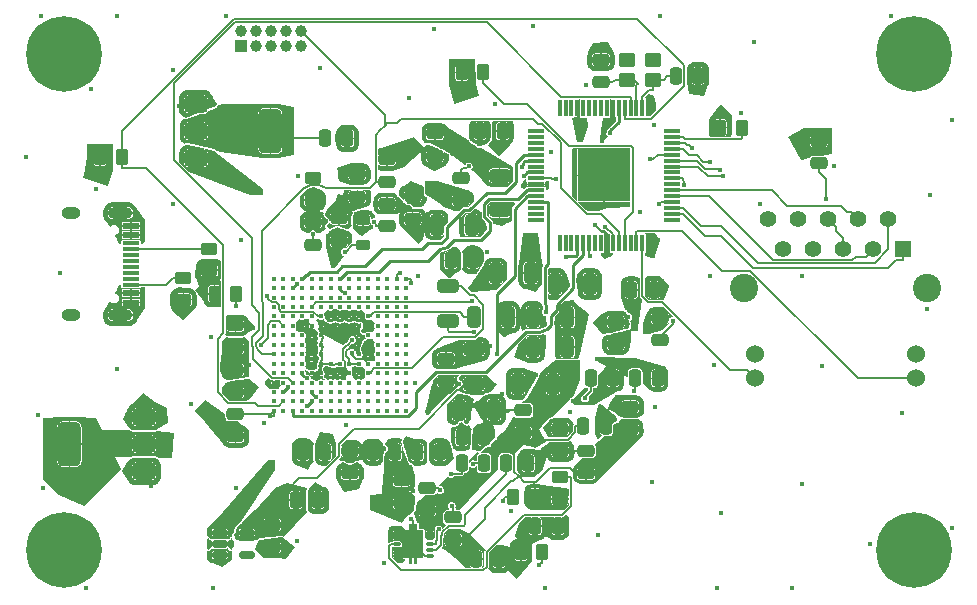
<source format=gtl>
%TF.GenerationSoftware,KiCad,Pcbnew,9.0.4*%
%TF.CreationDate,2025-11-15T14:23:55+05:30*%
%TF.ProjectId,High Speed Ethernet Interface,48696768-2053-4706-9565-642045746865,rev?*%
%TF.SameCoordinates,Original*%
%TF.FileFunction,Copper,L1,Top*%
%TF.FilePolarity,Positive*%
%FSLAX46Y46*%
G04 Gerber Fmt 4.6, Leading zero omitted, Abs format (unit mm)*
G04 Created by KiCad (PCBNEW 9.0.4) date 2025-11-15 14:23:55*
%MOMM*%
%LPD*%
G01*
G04 APERTURE LIST*
G04 Aperture macros list*
%AMRoundRect*
0 Rectangle with rounded corners*
0 $1 Rounding radius*
0 $2 $3 $4 $5 $6 $7 $8 $9 X,Y pos of 4 corners*
0 Add a 4 corners polygon primitive as box body*
4,1,4,$2,$3,$4,$5,$6,$7,$8,$9,$2,$3,0*
0 Add four circle primitives for the rounded corners*
1,1,$1+$1,$2,$3*
1,1,$1+$1,$4,$5*
1,1,$1+$1,$6,$7*
1,1,$1+$1,$8,$9*
0 Add four rect primitives between the rounded corners*
20,1,$1+$1,$2,$3,$4,$5,0*
20,1,$1+$1,$4,$5,$6,$7,0*
20,1,$1+$1,$6,$7,$8,$9,0*
20,1,$1+$1,$8,$9,$2,$3,0*%
%AMFreePoly0*
4,1,45,-0.121464,1.703536,-0.120000,1.700000,-0.120000,1.205000,0.120000,1.205000,0.120000,1.700000,0.121464,1.703536,0.125000,1.705000,0.375000,1.705000,0.378536,1.703536,0.380000,1.700000,0.380000,1.205000,0.825000,1.205000,0.828536,1.203536,0.830000,1.200000,0.830000,-1.200000,0.828536,-1.203536,0.825000,-1.205000,0.380000,-1.205000,0.380000,-1.700000,0.378536,-1.703536,
0.375000,-1.705000,0.125000,-1.705000,0.121464,-1.703536,0.120000,-1.700000,0.120000,-1.205000,-0.120000,-1.205000,-0.120000,-1.700000,-0.121464,-1.703536,-0.125000,-1.705000,-0.375000,-1.705000,-0.378536,-1.703536,-0.380000,-1.700000,-0.380000,-1.205000,-0.825000,-1.205000,-0.828536,-1.203536,-0.830000,-1.200000,-0.830000,1.200000,-0.828536,1.203536,-0.825000,1.205000,-0.380000,1.205000,
-0.380000,1.700000,-0.378536,1.703536,-0.375000,1.705000,-0.125000,1.705000,-0.121464,1.703536,-0.121464,1.703536,$1*%
G04 Aperture macros list end*
%TA.AperFunction,SMDPad,CuDef*%
%ADD10RoundRect,0.375000X0.625000X0.375000X-0.625000X0.375000X-0.625000X-0.375000X0.625000X-0.375000X0*%
%TD*%
%TA.AperFunction,SMDPad,CuDef*%
%ADD11RoundRect,0.500000X0.500000X1.400000X-0.500000X1.400000X-0.500000X-1.400000X0.500000X-1.400000X0*%
%TD*%
%TA.AperFunction,ComponentPad*%
%ADD12R,1.400000X1.400000*%
%TD*%
%TA.AperFunction,ComponentPad*%
%ADD13C,1.400000*%
%TD*%
%TA.AperFunction,ComponentPad*%
%ADD14C,1.530000*%
%TD*%
%TA.AperFunction,ComponentPad*%
%ADD15C,2.400000*%
%TD*%
%TA.AperFunction,SMDPad,CuDef*%
%ADD16RoundRect,0.250000X0.475000X-0.250000X0.475000X0.250000X-0.475000X0.250000X-0.475000X-0.250000X0*%
%TD*%
%TA.AperFunction,SMDPad,CuDef*%
%ADD17RoundRect,0.250000X0.325000X0.650000X-0.325000X0.650000X-0.325000X-0.650000X0.325000X-0.650000X0*%
%TD*%
%TA.AperFunction,SMDPad,CuDef*%
%ADD18RoundRect,0.250000X-0.250000X-0.475000X0.250000X-0.475000X0.250000X0.475000X-0.250000X0.475000X0*%
%TD*%
%TA.AperFunction,SMDPad,CuDef*%
%ADD19RoundRect,0.250000X0.650000X-0.325000X0.650000X0.325000X-0.650000X0.325000X-0.650000X-0.325000X0*%
%TD*%
%TA.AperFunction,SMDPad,CuDef*%
%ADD20RoundRect,0.250000X0.450000X-0.262500X0.450000X0.262500X-0.450000X0.262500X-0.450000X-0.262500X0*%
%TD*%
%TA.AperFunction,SMDPad,CuDef*%
%ADD21RoundRect,0.250000X0.250000X0.475000X-0.250000X0.475000X-0.250000X-0.475000X0.250000X-0.475000X0*%
%TD*%
%TA.AperFunction,SMDPad,CuDef*%
%ADD22RoundRect,0.250000X0.262500X0.450000X-0.262500X0.450000X-0.262500X-0.450000X0.262500X-0.450000X0*%
%TD*%
%TA.AperFunction,SMDPad,CuDef*%
%ADD23RoundRect,0.250000X-0.262500X-0.450000X0.262500X-0.450000X0.262500X0.450000X-0.262500X0.450000X0*%
%TD*%
%TA.AperFunction,SMDPad,CuDef*%
%ADD24R,1.450000X0.600000*%
%TD*%
%TA.AperFunction,SMDPad,CuDef*%
%ADD25R,1.450000X0.300000*%
%TD*%
%TA.AperFunction,HeatsinkPad*%
%ADD26O,2.100000X1.000000*%
%TD*%
%TA.AperFunction,HeatsinkPad*%
%ADD27O,1.600000X1.000000*%
%TD*%
%TA.AperFunction,SMDPad,CuDef*%
%ADD28RoundRect,0.250000X-0.475000X0.250000X-0.475000X-0.250000X0.475000X-0.250000X0.475000X0.250000X0*%
%TD*%
%TA.AperFunction,SMDPad,CuDef*%
%ADD29C,0.370000*%
%TD*%
%TA.AperFunction,SMDPad,CuDef*%
%ADD30RoundRect,0.250000X-0.450000X-0.350000X0.450000X-0.350000X0.450000X0.350000X-0.450000X0.350000X0*%
%TD*%
%TA.AperFunction,SMDPad,CuDef*%
%ADD31RoundRect,0.375000X-0.625000X-0.375000X0.625000X-0.375000X0.625000X0.375000X-0.625000X0.375000X0*%
%TD*%
%TA.AperFunction,SMDPad,CuDef*%
%ADD32RoundRect,0.500000X-0.500000X-1.400000X0.500000X-1.400000X0.500000X1.400000X-0.500000X1.400000X0*%
%TD*%
%TA.AperFunction,SMDPad,CuDef*%
%ADD33RoundRect,0.250000X-0.650000X0.325000X-0.650000X-0.325000X0.650000X-0.325000X0.650000X0.325000X0*%
%TD*%
%TA.AperFunction,SMDPad,CuDef*%
%ADD34RoundRect,0.250000X-0.325000X-0.650000X0.325000X-0.650000X0.325000X0.650000X-0.325000X0.650000X0*%
%TD*%
%TA.AperFunction,SMDPad,CuDef*%
%ADD35RoundRect,0.250000X-0.450000X0.262500X-0.450000X-0.262500X0.450000X-0.262500X0.450000X0.262500X0*%
%TD*%
%TA.AperFunction,SMDPad,CuDef*%
%ADD36RoundRect,0.030000X-0.270000X-0.090000X0.270000X-0.090000X0.270000X0.090000X-0.270000X0.090000X0*%
%TD*%
%TA.AperFunction,SMDPad,CuDef*%
%ADD37FreePoly0,0.000000*%
%TD*%
%TA.AperFunction,ComponentPad*%
%ADD38C,0.300000*%
%TD*%
%TA.AperFunction,ComponentPad*%
%ADD39R,1.000000X1.000000*%
%TD*%
%TA.AperFunction,ComponentPad*%
%ADD40C,1.000000*%
%TD*%
%TA.AperFunction,ComponentPad*%
%ADD41C,6.400000*%
%TD*%
%TA.AperFunction,SMDPad,CuDef*%
%ADD42R,1.475000X0.300000*%
%TD*%
%TA.AperFunction,SMDPad,CuDef*%
%ADD43R,0.300000X1.475000*%
%TD*%
%TA.AperFunction,SMDPad,CuDef*%
%ADD44R,4.440000X4.440000*%
%TD*%
%TA.AperFunction,SMDPad,CuDef*%
%ADD45RoundRect,0.218750X0.381250X-0.218750X0.381250X0.218750X-0.381250X0.218750X-0.381250X-0.218750X0*%
%TD*%
%TA.AperFunction,SMDPad,CuDef*%
%ADD46RoundRect,0.150000X-0.512500X-0.150000X0.512500X-0.150000X0.512500X0.150000X-0.512500X0.150000X0*%
%TD*%
%TA.AperFunction,ViaPad*%
%ADD47C,0.406806*%
%TD*%
%TA.AperFunction,Conductor*%
%ADD48C,0.127000*%
%TD*%
%TA.AperFunction,Conductor*%
%ADD49C,0.159872*%
%TD*%
%TA.AperFunction,Conductor*%
%ADD50C,0.138248*%
%TD*%
%TA.AperFunction,Conductor*%
%ADD51C,0.127127*%
%TD*%
%TA.AperFunction,Conductor*%
%ADD52C,0.137495*%
%TD*%
%TA.AperFunction,Conductor*%
%ADD53C,0.218662*%
%TD*%
G04 APERTURE END LIST*
D10*
%TO.P,U1,1,GND*%
%TO.N,GND*%
X110800000Y-88800000D03*
%TO.P,U1,2,VO*%
%TO.N,/+3V3*%
X110800000Y-86500000D03*
D11*
X104500000Y-86500000D03*
D10*
%TO.P,U1,3,VI*%
%TO.N,GND*%
X110800000Y-84200000D03*
%TD*%
D12*
%TO.P,J3,1,TD1+*%
%TO.N,/PHY_TD_A_P*%
X175080000Y-70000000D03*
D13*
%TO.P,J3,2,TD1-*%
%TO.N,/PHY_TD_A_N*%
X173810000Y-67460000D03*
%TO.P,J3,3,TD2+*%
%TO.N,/PHY_TD_B_P*%
X172540000Y-70000000D03*
%TO.P,J3,4,TD2-*%
%TO.N,/PHY_TD_B_N*%
X171270000Y-67460000D03*
%TO.P,J3,5,CT_1*%
%TO.N,Net-(J3-CT_1)*%
X170000000Y-70000000D03*
%TO.P,J3,6,CT_2*%
X168730000Y-67460000D03*
%TO.P,J3,7,TD3+*%
%TO.N,/PHY_TD_C_P*%
X167460000Y-70000000D03*
%TO.P,J3,8,TD3-*%
%TO.N,/PHY_TD_C_N*%
X166190000Y-67460000D03*
%TO.P,J3,9,TD4+*%
%TO.N,/PHY_TD_D_P*%
X164920000Y-70000000D03*
%TO.P,J3,10,TD4-*%
%TO.N,/PHY_TD_D_N*%
X163650000Y-67460000D03*
D14*
%TO.P,J3,11,A_GREEN*%
%TO.N,/+3V3*%
X162580000Y-78890000D03*
%TO.P,J3,12,K_GREEN*%
%TO.N,/LED_GREEN*%
X162580000Y-80920000D03*
%TO.P,J3,13,A_YELLOW*%
%TO.N,/+3V3*%
X176150000Y-78890000D03*
%TO.P,J3,14,K_YELLOW*%
%TO.N,/LED_YELLOW*%
X176150000Y-80920000D03*
D15*
%TO.P,J3,15,SHIELD_1*%
%TO.N,GND*%
X177115000Y-73300000D03*
%TO.P,J3,16,SHIELD_2*%
X161615000Y-73300000D03*
%TD*%
D16*
%TO.P,C13,1*%
%TO.N,GND*%
X128868700Y-65548800D03*
%TO.P,C13,2*%
%TO.N,/+3V3*%
X128868700Y-63648800D03*
%TD*%
D17*
%TO.P,C1,1*%
%TO.N,GND*%
X148538700Y-72961300D03*
%TO.P,C1,2*%
X145588700Y-72961300D03*
%TD*%
D18*
%TO.P,C33,1*%
%TO.N,Net-(U3-SS)*%
X141451200Y-88131300D03*
%TO.P,C33,2*%
%TO.N,GND*%
X143351200Y-88131300D03*
%TD*%
D19*
%TO.P,C5,1*%
%TO.N,/+1V8*%
X138726200Y-81411300D03*
%TO.P,C5,2*%
%TO.N,GND*%
X138726200Y-78461300D03*
%TD*%
D18*
%TO.P,C37,1*%
%TO.N,/+1V1*%
X138951200Y-96256300D03*
%TO.P,C37,2*%
%TO.N,GND*%
X140851200Y-96256300D03*
%TD*%
D20*
%TO.P,R3,1*%
%TO.N,/+3V3*%
X125088700Y-65843800D03*
%TO.P,R3,2*%
%TO.N,/NRST*%
X125088700Y-64018800D03*
%TD*%
D16*
%TO.P,C8,1*%
%TO.N,GND*%
X131368700Y-68048800D03*
%TO.P,C8,2*%
%TO.N,/+3V3*%
X131368700Y-66148800D03*
%TD*%
D21*
%TO.P,C42,1*%
%TO.N,GND*%
X141163700Y-60006300D03*
%TO.P,C42,2*%
%TO.N,/+3V3*%
X139263700Y-60006300D03*
%TD*%
D22*
%TO.P,R5,1*%
%TO.N,/RBIAS*%
X161418700Y-59723800D03*
%TO.P,R5,2*%
%TO.N,GND*%
X159593700Y-59723800D03*
%TD*%
D16*
%TO.P,C24,1*%
%TO.N,GND*%
X125118700Y-69611300D03*
%TO.P,C24,2*%
%TO.N,/+3V3*%
X125118700Y-67711300D03*
%TD*%
D19*
%TO.P,C27,1*%
%TO.N,GND*%
X136538700Y-76098800D03*
%TO.P,C27,2*%
%TO.N,Net-(IC2-VCAP_1)*%
X136538700Y-73148800D03*
%TD*%
D21*
%TO.P,C40,1*%
%TO.N,/+3V3*%
X150538700Y-80943800D03*
%TO.P,C40,2*%
%TO.N,GND*%
X148638700Y-80943800D03*
%TD*%
D23*
%TO.P,R4,1*%
%TO.N,GND*%
X116781200Y-73786300D03*
%TO.P,R4,2*%
%TO.N,Net-(IC2-BOOT0)*%
X118606200Y-73786300D03*
%TD*%
D24*
%TO.P,J1,A1,GND*%
%TO.N,GND*%
X109725000Y-68025000D03*
%TO.P,J1,A4,VBUS*%
X109725000Y-68825000D03*
D25*
%TO.P,J1,A5,CC1*%
%TO.N,Net-(J1-CC1)*%
X109725000Y-70025000D03*
%TO.P,J1,A6,D+*%
%TO.N,unconnected-(J1-D+-PadA6)*%
X109725000Y-71025000D03*
%TO.P,J1,A7,D-*%
%TO.N,unconnected-(J1-D--PadA7)*%
X109725000Y-71525000D03*
%TO.P,J1,A8,SBU1*%
%TO.N,unconnected-(J1-SBU1-PadA8)*%
X109725000Y-72525000D03*
D24*
%TO.P,J1,A9,VBUS*%
%TO.N,GND*%
X109725000Y-73725000D03*
%TO.P,J1,A12,GND*%
X109725000Y-74525000D03*
%TO.P,J1,B1,GND*%
X109725000Y-74525000D03*
%TO.P,J1,B4,VBUS*%
X109725000Y-73725000D03*
D25*
%TO.P,J1,B5,CC2*%
%TO.N,Net-(J1-CC2)*%
X109725000Y-73025000D03*
%TO.P,J1,B6,D+*%
%TO.N,unconnected-(J1-D+-PadB6)*%
X109725000Y-72025000D03*
%TO.P,J1,B7,D-*%
%TO.N,unconnected-(J1-D--PadB7)*%
X109725000Y-70525000D03*
%TO.P,J1,B8,SBU2*%
%TO.N,unconnected-(J1-SBU2-PadB8)*%
X109725000Y-69525000D03*
D24*
%TO.P,J1,B9,VBUS*%
%TO.N,GND*%
X109725000Y-68825000D03*
%TO.P,J1,B12,GND*%
X109725000Y-68025000D03*
D26*
%TO.P,J1,S1,SHIELD*%
X108810000Y-66955000D03*
D27*
X104630000Y-66955000D03*
D26*
X108810000Y-75595000D03*
D27*
X104630000Y-75595000D03*
%TD*%
D16*
%TO.P,C21,1*%
%TO.N,GND*%
X146056200Y-87111300D03*
%TO.P,C21,2*%
%TO.N,/+3V3*%
X146056200Y-85211300D03*
%TD*%
%TO.P,C50,1*%
%TO.N,/+1V1*%
X151993700Y-85236300D03*
%TO.P,C50,2*%
%TO.N,GND*%
X151993700Y-83336300D03*
%TD*%
D18*
%TO.P,C16,1*%
%TO.N,/+3V3*%
X130201200Y-87193800D03*
%TO.P,C16,2*%
%TO.N,GND*%
X132101200Y-87193800D03*
%TD*%
D16*
%TO.P,C18,1*%
%TO.N,/+3V3*%
X118556200Y-82111300D03*
%TO.P,C18,2*%
%TO.N,GND*%
X118556200Y-80211300D03*
%TD*%
D28*
%TO.P,C14,1*%
%TO.N,GND*%
X137618700Y-63961300D03*
%TO.P,C14,2*%
%TO.N,/+3V3*%
X137618700Y-65861300D03*
%TD*%
D29*
%TO.P,IC2,A1,PE4*%
%TO.N,unconnected-(IC2-PE4-PadA1)*%
X121800000Y-72500000D03*
%TO.P,IC2,A2,PE3*%
%TO.N,unconnected-(IC2-PE3-PadA2)*%
X122600000Y-72500000D03*
%TO.P,IC2,A3,PE2*%
%TO.N,unconnected-(IC2-PE2-PadA3)*%
X123400000Y-72500000D03*
%TO.P,IC2,A4,PG14*%
%TO.N,/RGMII_TXD1*%
X124200000Y-72500000D03*
%TO.P,IC2,A5,PE1*%
%TO.N,unconnected-(IC2-PE1-PadA5)*%
X125000000Y-72500000D03*
%TO.P,IC2,A6,PE0*%
%TO.N,unconnected-(IC2-PE0-PadA6)*%
X125800000Y-72500000D03*
%TO.P,IC2,A7,PB8*%
%TO.N,unconnected-(IC2-PB8-PadA7)*%
X126600000Y-72500000D03*
%TO.P,IC2,A8,PB5*%
%TO.N,/RGMII_RX_CLK*%
X127400000Y-72500000D03*
%TO.P,IC2,A9,PB4*%
%TO.N,unconnected-(IC2-PB4-PadA9)*%
X128200000Y-72500000D03*
%TO.P,IC2,A10,PB3*%
%TO.N,unconnected-(IC2-PB3-PadA10)*%
X129000000Y-72500000D03*
%TO.P,IC2,A11,PD7*%
%TO.N,unconnected-(IC2-PD7-PadA11)*%
X129800000Y-72500000D03*
%TO.P,IC2,A12,PC12*%
%TO.N,unconnected-(IC2-PC12-PadA12)*%
X130600000Y-72500000D03*
%TO.P,IC2,A13,PA15*%
%TO.N,unconnected-(IC2-PA15-PadA13)*%
X131400000Y-72500000D03*
%TO.P,IC2,A14,PA14*%
%TO.N,/SWCLK*%
X132200000Y-72500000D03*
%TO.P,IC2,A15,PA13*%
%TO.N,/SWDIO*%
X133000000Y-72500000D03*
%TO.P,IC2,B1,PE5*%
%TO.N,unconnected-(IC2-PE5-PadB1)*%
X121800000Y-73300000D03*
%TO.P,IC2,B2,PE6*%
%TO.N,unconnected-(IC2-PE6-PadB2)*%
X122600000Y-73300000D03*
%TO.P,IC2,B3,PG13*%
%TO.N,/RGMII_TXD0*%
X123400000Y-73300000D03*
%TO.P,IC2,B4,PB9*%
%TO.N,unconnected-(IC2-PB9-PadB4)*%
X124200000Y-73300000D03*
%TO.P,IC2,B5,PB7*%
%TO.N,unconnected-(IC2-PB7-PadB5)*%
X125000000Y-73300000D03*
%TO.P,IC2,B6,PB6*%
%TO.N,unconnected-(IC2-PB6-PadB6)*%
X125800000Y-73300000D03*
%TO.P,IC2,B7,PG15*%
%TO.N,unconnected-(IC2-PG15-PadB7)*%
X126600000Y-73300000D03*
%TO.P,IC2,B8,PG11*%
%TO.N,/RGMII_TX_EN*%
X127400000Y-73300000D03*
%TO.P,IC2,B9,PJ13*%
%TO.N,unconnected-(IC2-PJ13-PadB9)*%
X128200000Y-73300000D03*
%TO.P,IC2,B10,PJ12*%
%TO.N,unconnected-(IC2-PJ12-PadB10)*%
X129000000Y-73300000D03*
%TO.P,IC2,B11,PD6*%
%TO.N,unconnected-(IC2-PD6-PadB11)*%
X129800000Y-73300000D03*
%TO.P,IC2,B12,PD0*%
%TO.N,unconnected-(IC2-PD0-PadB12)*%
X130600000Y-73300000D03*
%TO.P,IC2,B13,PC11*%
%TO.N,unconnected-(IC2-PC11-PadB13)*%
X131400000Y-73300000D03*
%TO.P,IC2,B14,PC10*%
%TO.N,unconnected-(IC2-PC10-PadB14)*%
X132200000Y-73300000D03*
%TO.P,IC2,B15,PA12*%
%TO.N,unconnected-(IC2-PA12-PadB15)*%
X133000000Y-73300000D03*
%TO.P,IC2,C1,VBAT*%
%TO.N,unconnected-(IC2-VBAT-PadC1)*%
X121800000Y-74100000D03*
%TO.P,IC2,C2,PI8*%
%TO.N,unconnected-(IC2-PI8-PadC2)*%
X122600000Y-74100000D03*
%TO.P,IC2,C3,PI4*%
%TO.N,unconnected-(IC2-PI4-PadC3)*%
X123400000Y-74100000D03*
%TO.P,IC2,C4,PK7*%
%TO.N,unconnected-(IC2-PK7-PadC4)*%
X124200000Y-74100000D03*
%TO.P,IC2,C5,PK6*%
%TO.N,unconnected-(IC2-PK6-PadC5)*%
X125000000Y-74100000D03*
%TO.P,IC2,C6,PK5*%
%TO.N,unconnected-(IC2-PK5-PadC6)*%
X125800000Y-74100000D03*
%TO.P,IC2,C7,PG12*%
%TO.N,unconnected-(IC2-PG12-PadC7)*%
X126600000Y-74100000D03*
%TO.P,IC2,C8,PG10*%
%TO.N,unconnected-(IC2-PG10-PadC8)*%
X127400000Y-74100000D03*
%TO.P,IC2,C9,PJ14*%
%TO.N,unconnected-(IC2-PJ14-PadC9)*%
X128200000Y-74100000D03*
%TO.P,IC2,C10,PD5*%
%TO.N,unconnected-(IC2-PD5-PadC10)*%
X129000000Y-74100000D03*
%TO.P,IC2,C11,PD3*%
%TO.N,unconnected-(IC2-PD3-PadC11)*%
X129800000Y-74100000D03*
%TO.P,IC2,C12,PD1*%
%TO.N,unconnected-(IC2-PD1-PadC12)*%
X130600000Y-74100000D03*
%TO.P,IC2,C13,PI3*%
%TO.N,unconnected-(IC2-PI3-PadC13)*%
X131400000Y-74100000D03*
%TO.P,IC2,C14,PI2*%
%TO.N,unconnected-(IC2-PI2-PadC14)*%
X132200000Y-74100000D03*
%TO.P,IC2,C15,PA11*%
%TO.N,unconnected-(IC2-PA11-PadC15)*%
X133000000Y-74100000D03*
%TO.P,IC2,D1,PC13*%
%TO.N,unconnected-(IC2-PC13-PadD1)*%
X121800000Y-74900000D03*
%TO.P,IC2,D2,PF0*%
%TO.N,unconnected-(IC2-PF0-PadD2)*%
X122600000Y-74900000D03*
%TO.P,IC2,D3,PI5*%
%TO.N,unconnected-(IC2-PI5-PadD3)*%
X123400000Y-74900000D03*
%TO.P,IC2,D4,PI7*%
%TO.N,unconnected-(IC2-PI7-PadD4)*%
X124200000Y-74900000D03*
%TO.P,IC2,D5,PI10*%
%TO.N,/RGMII_RXER*%
X125000000Y-74900000D03*
%TO.P,IC2,D6,PI6*%
%TO.N,unconnected-(IC2-PI6-PadD6)*%
X125800000Y-74900000D03*
%TO.P,IC2,D7,PK4*%
%TO.N,unconnected-(IC2-PK4-PadD7)*%
X126600000Y-74900000D03*
%TO.P,IC2,D8,PK3*%
%TO.N,unconnected-(IC2-PK3-PadD8)*%
X127400000Y-74900000D03*
%TO.P,IC2,D9,PG9*%
%TO.N,unconnected-(IC2-PG9-PadD9)*%
X128200000Y-74900000D03*
%TO.P,IC2,D10,PJ15*%
%TO.N,unconnected-(IC2-PJ15-PadD10)*%
X129000000Y-74900000D03*
%TO.P,IC2,D11,PD4*%
%TO.N,unconnected-(IC2-PD4-PadD11)*%
X129800000Y-74900000D03*
%TO.P,IC2,D12,PD2*%
%TO.N,unconnected-(IC2-PD2-PadD12)*%
X130600000Y-74900000D03*
%TO.P,IC2,D13,PH15*%
%TO.N,unconnected-(IC2-PH15-PadD13)*%
X131400000Y-74900000D03*
%TO.P,IC2,D14,PI1*%
%TO.N,unconnected-(IC2-PI1-PadD14)*%
X132200000Y-74900000D03*
%TO.P,IC2,D15,PA10*%
%TO.N,unconnected-(IC2-PA10-PadD15)*%
X133000000Y-74900000D03*
%TO.P,IC2,E1,PC14*%
%TO.N,unconnected-(IC2-PC14-PadE1)*%
X121800000Y-75700000D03*
%TO.P,IC2,E2,PF1*%
%TO.N,unconnected-(IC2-PF1-PadE2)*%
X122600000Y-75700000D03*
%TO.P,IC2,E3,PI12*%
%TO.N,unconnected-(IC2-PI12-PadE3)*%
X123400000Y-75700000D03*
%TO.P,IC2,E4,PI9*%
%TO.N,unconnected-(IC2-PI9-PadE4)*%
X124200000Y-75700000D03*
%TO.P,IC2,E5,PDR_ON*%
%TO.N,unconnected-(IC2-PDR_ON-PadE5)*%
X125000000Y-75700000D03*
%TO.P,IC2,E6,BOOT0*%
%TO.N,Net-(IC2-BOOT0)*%
X125800000Y-75700000D03*
%TO.P,IC2,E7,VDD_1*%
%TO.N,/+3V3*%
X126600000Y-75700000D03*
%TO.P,IC2,E8,VDD_2*%
X127400000Y-75700000D03*
%TO.P,IC2,E9,VDD_3*%
X128200000Y-75700000D03*
%TO.P,IC2,E10,VDD_4*%
X129000000Y-75700000D03*
%TO.P,IC2,E11,VCAP_2*%
%TO.N,Net-(IC2-VCAP_2)*%
X129800000Y-75700000D03*
%TO.P,IC2,E12,PH13*%
%TO.N,unconnected-(IC2-PH13-PadE12)*%
X130600000Y-75700000D03*
%TO.P,IC2,E13,PH14*%
%TO.N,unconnected-(IC2-PH14-PadE13)*%
X131400000Y-75700000D03*
%TO.P,IC2,E14,PI0*%
%TO.N,unconnected-(IC2-PI0-PadE14)*%
X132200000Y-75700000D03*
%TO.P,IC2,E15,PA9*%
%TO.N,unconnected-(IC2-PA9-PadE15)*%
X133000000Y-75700000D03*
%TO.P,IC2,F1,PC15*%
%TO.N,unconnected-(IC2-PC15-PadF1)*%
X121800000Y-76500000D03*
%TO.P,IC2,F2,VSS_1*%
%TO.N,GND*%
X122600000Y-76500000D03*
%TO.P,IC2,F3,PI11*%
%TO.N,unconnected-(IC2-PI11-PadF3)*%
X123400000Y-76500000D03*
%TO.P,IC2,F4,VDD_5*%
%TO.N,/+3V3*%
X124200000Y-76500000D03*
%TO.P,IC2,F5,VDD_6*%
X125000000Y-76500000D03*
%TO.P,IC2,F6,VSS_2*%
%TO.N,GND*%
X125800000Y-76500000D03*
%TO.P,IC2,F7,VSS_3*%
X126600000Y-76500000D03*
%TO.P,IC2,F8,VSS_4*%
X127400000Y-76500000D03*
%TO.P,IC2,F9,VSS_5*%
X128200000Y-76500000D03*
%TO.P,IC2,F10,VSS_6*%
X129000000Y-76500000D03*
%TO.P,IC2,F11,VDD_7*%
%TO.N,/+3V3*%
X129800000Y-76500000D03*
%TO.P,IC2,F12,PK1*%
%TO.N,unconnected-(IC2-PK1-PadF12)*%
X130600000Y-76500000D03*
%TO.P,IC2,F13,PK2*%
%TO.N,unconnected-(IC2-PK2-PadF13)*%
X131400000Y-76500000D03*
%TO.P,IC2,F14,PC9*%
%TO.N,unconnected-(IC2-PC9-PadF14)*%
X132200000Y-76500000D03*
%TO.P,IC2,F15,PA8*%
%TO.N,unconnected-(IC2-PA8-PadF15)*%
X133000000Y-76500000D03*
%TO.P,IC2,G1,PH0*%
%TO.N,unconnected-(IC2-PH0-PadG1)*%
X121800000Y-77300000D03*
%TO.P,IC2,G2,PF2*%
%TO.N,unconnected-(IC2-PF2-PadG2)*%
X122600000Y-77300000D03*
%TO.P,IC2,G3,PI13*%
%TO.N,unconnected-(IC2-PI13-PadG3)*%
X123400000Y-77300000D03*
%TO.P,IC2,G4,PI15*%
%TO.N,unconnected-(IC2-PI15-PadG4)*%
X124200000Y-77300000D03*
%TO.P,IC2,G5,VDD_8*%
%TO.N,/+3V3*%
X125000000Y-77300000D03*
%TO.P,IC2,G6,VSS_7*%
%TO.N,GND*%
X125800000Y-77300000D03*
%TO.P,IC2,G10,VSS_8*%
X129000000Y-77300000D03*
%TO.P,IC2,G11,VDDUSB*%
%TO.N,unconnected-(IC2-VDDUSB-PadG11)*%
X129800000Y-77300000D03*
%TO.P,IC2,G12,PJ11*%
%TO.N,unconnected-(IC2-PJ11-PadG12)*%
X130600000Y-77300000D03*
%TO.P,IC2,G13,PK0*%
%TO.N,unconnected-(IC2-PK0-PadG13)*%
X131400000Y-77300000D03*
%TO.P,IC2,G14,PC8*%
%TO.N,unconnected-(IC2-PC8-PadG14)*%
X132200000Y-77300000D03*
%TO.P,IC2,G15,PC7*%
%TO.N,unconnected-(IC2-PC7-PadG15)*%
X133000000Y-77300000D03*
%TO.P,IC2,H1,PH1*%
%TO.N,unconnected-(IC2-PH1-PadH1)*%
X121800000Y-78100000D03*
%TO.P,IC2,H2,PF3*%
%TO.N,unconnected-(IC2-PF3-PadH2)*%
X122600000Y-78100000D03*
%TO.P,IC2,H3,PI14*%
%TO.N,unconnected-(IC2-PI14-PadH3)*%
X123400000Y-78100000D03*
%TO.P,IC2,H4,PH4*%
%TO.N,unconnected-(IC2-PH4-PadH4)*%
X124200000Y-78100000D03*
%TO.P,IC2,H5,VDD_9*%
%TO.N,/+3V3*%
X125000000Y-78100000D03*
%TO.P,IC2,H6,VSS_9*%
%TO.N,GND*%
X125800000Y-78100000D03*
%TO.P,IC2,H10,VSS_10*%
X129000000Y-78100000D03*
%TO.P,IC2,H11,VDD_10*%
%TO.N,/+3V3*%
X129800000Y-78100000D03*
%TO.P,IC2,H12,PJ8*%
%TO.N,unconnected-(IC2-PJ8-PadH12)*%
X130600000Y-78100000D03*
%TO.P,IC2,H13,PJ10*%
%TO.N,unconnected-(IC2-PJ10-PadH13)*%
X131400000Y-78100000D03*
%TO.P,IC2,H14,PG8*%
%TO.N,unconnected-(IC2-PG8-PadH14)*%
X132200000Y-78100000D03*
%TO.P,IC2,H15,PC6*%
%TO.N,unconnected-(IC2-PC6-PadH15)*%
X133000000Y-78100000D03*
%TO.P,IC2,J1,NRST*%
%TO.N,/NRST*%
X121800000Y-78900000D03*
%TO.P,IC2,J2,PF4*%
%TO.N,unconnected-(IC2-PF4-PadJ2)*%
X122600000Y-78900000D03*
%TO.P,IC2,J3,PH5*%
%TO.N,unconnected-(IC2-PH5-PadJ3)*%
X123400000Y-78900000D03*
%TO.P,IC2,J4,PH3*%
%TO.N,unconnected-(IC2-PH3-PadJ4)*%
X124200000Y-78900000D03*
%TO.P,IC2,J5,VDD_11*%
%TO.N,/+3V3*%
X125000000Y-78900000D03*
%TO.P,IC2,J6,VSS_11*%
%TO.N,GND*%
X125800000Y-78900000D03*
%TO.P,IC2,J10,VSS_12*%
X129000000Y-78900000D03*
%TO.P,IC2,J11,VDD_12*%
%TO.N,/+3V3*%
X129800000Y-78900000D03*
%TO.P,IC2,J12,PJ7*%
%TO.N,unconnected-(IC2-PJ7-PadJ12)*%
X130600000Y-78900000D03*
%TO.P,IC2,J13,PJ9*%
%TO.N,unconnected-(IC2-PJ9-PadJ13)*%
X131400000Y-78900000D03*
%TO.P,IC2,J14,PG7*%
%TO.N,unconnected-(IC2-PG7-PadJ14)*%
X132200000Y-78900000D03*
%TO.P,IC2,J15,PG6*%
%TO.N,unconnected-(IC2-PG6-PadJ15)*%
X133000000Y-78900000D03*
%TO.P,IC2,K1,PF7*%
%TO.N,unconnected-(IC2-PF7-PadK1)*%
X121800000Y-79700000D03*
%TO.P,IC2,K2,PF6*%
%TO.N,unconnected-(IC2-PF6-PadK2)*%
X122600000Y-79700000D03*
%TO.P,IC2,K3,PF5*%
%TO.N,unconnected-(IC2-PF5-PadK3)*%
X123400000Y-79700000D03*
%TO.P,IC2,K4,PH2*%
%TO.N,unconnected-(IC2-PH2-PadK4)*%
X124200000Y-79700000D03*
%TO.P,IC2,K5,VDD_13*%
%TO.N,/+3V3*%
X125000000Y-79700000D03*
%TO.P,IC2,K6,VSS_13*%
%TO.N,GND*%
X125800000Y-79700000D03*
%TO.P,IC2,K7,VSS_14*%
X126600000Y-79700000D03*
%TO.P,IC2,K8,VSS_15*%
X127400000Y-79700000D03*
%TO.P,IC2,K9,VSS_16*%
X128200000Y-79700000D03*
%TO.P,IC2,K10,VSS_17*%
X129000000Y-79700000D03*
%TO.P,IC2,K11,VDD_14*%
%TO.N,/+3V3*%
X129800000Y-79700000D03*
%TO.P,IC2,K12,PJ6*%
%TO.N,unconnected-(IC2-PJ6-PadK12)*%
X130600000Y-79700000D03*
%TO.P,IC2,K13,PD15*%
%TO.N,unconnected-(IC2-PD15-PadK13)*%
X131400000Y-79700000D03*
%TO.P,IC2,K14,PB13*%
%TO.N,unconnected-(IC2-PB13-PadK14)*%
X132200000Y-79700000D03*
%TO.P,IC2,K15,PD10*%
%TO.N,unconnected-(IC2-PD10-PadK15)*%
X133000000Y-79700000D03*
%TO.P,IC2,L1,PF10*%
%TO.N,unconnected-(IC2-PF10-PadL1)*%
X121800000Y-80500000D03*
%TO.P,IC2,L2,PF9*%
%TO.N,unconnected-(IC2-PF9-PadL2)*%
X122600000Y-80500000D03*
%TO.P,IC2,L3,PF8*%
%TO.N,unconnected-(IC2-PF8-PadL3)*%
X123400000Y-80500000D03*
%TO.P,IC2,L4,PC3*%
%TO.N,/RGMII_GTX_CLK*%
X124200000Y-80500000D03*
%TO.P,IC2,L5,BYPASS_REG*%
%TO.N,GND*%
X125000000Y-80500000D03*
%TO.P,IC2,L6,VSS_18*%
X125800000Y-80500000D03*
%TO.P,IC2,L7,VDD_15*%
%TO.N,/+3V3*%
X126600000Y-80500000D03*
%TO.P,IC2,L8,VDD_16*%
X127400000Y-80500000D03*
%TO.P,IC2,L9,VDD_17*%
X128200000Y-80500000D03*
%TO.P,IC2,L10,VDD_18*%
X129000000Y-80500000D03*
%TO.P,IC2,L11,VCAP_1*%
%TO.N,Net-(IC2-VCAP_1)*%
X129800000Y-80500000D03*
%TO.P,IC2,L12,PD14*%
%TO.N,unconnected-(IC2-PD14-PadL12)*%
X130600000Y-80500000D03*
%TO.P,IC2,L13,PB12*%
%TO.N,unconnected-(IC2-PB12-PadL13)*%
X131400000Y-80500000D03*
%TO.P,IC2,L14,PD9*%
%TO.N,unconnected-(IC2-PD9-PadL14)*%
X132200000Y-80500000D03*
%TO.P,IC2,L15,PD8*%
%TO.N,unconnected-(IC2-PD8-PadL15)*%
X133000000Y-80500000D03*
%TO.P,IC2,M1,VSSA*%
%TO.N,GND*%
X121800000Y-81300000D03*
%TO.P,IC2,M2,PC0*%
%TO.N,unconnected-(IC2-PC0-PadM2)*%
X122600000Y-81300000D03*
%TO.P,IC2,M3,PC1*%
%TO.N,/PHY_MDC*%
X123400000Y-81300000D03*
%TO.P,IC2,M4,PC2*%
%TO.N,unconnected-(IC2-PC2-PadM4)*%
X124200000Y-81300000D03*
%TO.P,IC2,M5,PB2*%
%TO.N,unconnected-(IC2-PB2-PadM5)*%
X125000000Y-81300000D03*
%TO.P,IC2,M6,PF12*%
%TO.N,unconnected-(IC2-PF12-PadM6)*%
X125800000Y-81300000D03*
%TO.P,IC2,M7,PG1*%
%TO.N,unconnected-(IC2-PG1-PadM7)*%
X126600000Y-81300000D03*
%TO.P,IC2,M8,PF15*%
%TO.N,unconnected-(IC2-PF15-PadM8)*%
X127400000Y-81300000D03*
%TO.P,IC2,M9,PJ4*%
%TO.N,unconnected-(IC2-PJ4-PadM9)*%
X128200000Y-81300000D03*
%TO.P,IC2,M10,PD12*%
%TO.N,unconnected-(IC2-PD12-PadM10)*%
X129000000Y-81300000D03*
%TO.P,IC2,M11,PD13*%
%TO.N,unconnected-(IC2-PD13-PadM11)*%
X129800000Y-81300000D03*
%TO.P,IC2,M12,PG3*%
%TO.N,unconnected-(IC2-PG3-PadM12)*%
X130600000Y-81300000D03*
%TO.P,IC2,M13,PG2*%
%TO.N,unconnected-(IC2-PG2-PadM13)*%
X131400000Y-81300000D03*
%TO.P,IC2,M14,PJ5*%
%TO.N,unconnected-(IC2-PJ5-PadM14)*%
X132200000Y-81300000D03*
%TO.P,IC2,M15,PH12*%
%TO.N,unconnected-(IC2-PH12-PadM15)*%
X133000000Y-81300000D03*
%TO.P,IC2,N1,VREF-*%
%TO.N,unconnected-(IC2-VREF--PadN1)*%
X121800000Y-82100000D03*
%TO.P,IC2,N2,PA1*%
%TO.N,/CLK_25MHZ_OUT*%
X122600000Y-82100000D03*
%TO.P,IC2,N3,PA0*%
%TO.N,unconnected-(IC2-PA0-PadN3)*%
X123400000Y-82100000D03*
%TO.P,IC2,N4,PA4*%
%TO.N,unconnected-(IC2-PA4-PadN4)*%
X124200000Y-82100000D03*
%TO.P,IC2,N5,PC4*%
%TO.N,/RGMII_RXD0*%
X125000000Y-82100000D03*
%TO.P,IC2,N6,PF13*%
%TO.N,unconnected-(IC2-PF13-PadN6)*%
X125800000Y-82100000D03*
%TO.P,IC2,N7,PG0*%
%TO.N,unconnected-(IC2-PG0-PadN7)*%
X126600000Y-82100000D03*
%TO.P,IC2,N8,PJ3*%
%TO.N,unconnected-(IC2-PJ3-PadN8)*%
X127400000Y-82100000D03*
%TO.P,IC2,N9,PE8*%
%TO.N,unconnected-(IC2-PE8-PadN9)*%
X128200000Y-82100000D03*
%TO.P,IC2,N10,PD11*%
%TO.N,unconnected-(IC2-PD11-PadN10)*%
X129000000Y-82100000D03*
%TO.P,IC2,N11,PG5*%
%TO.N,unconnected-(IC2-PG5-PadN11)*%
X129800000Y-82100000D03*
%TO.P,IC2,N12,PG4*%
%TO.N,unconnected-(IC2-PG4-PadN12)*%
X130600000Y-82100000D03*
%TO.P,IC2,N13,PH7*%
%TO.N,unconnected-(IC2-PH7-PadN13)*%
X131400000Y-82100000D03*
%TO.P,IC2,N14,PH9*%
%TO.N,unconnected-(IC2-PH9-PadN14)*%
X132200000Y-82100000D03*
%TO.P,IC2,N15,PH11*%
%TO.N,unconnected-(IC2-PH11-PadN15)*%
X133000000Y-82100000D03*
%TO.P,IC2,P1,VREF+*%
%TO.N,unconnected-(IC2-VREF+-PadP1)*%
X121800000Y-82900000D03*
%TO.P,IC2,P2,PA2*%
%TO.N,/PHY_MDIO*%
X122600000Y-82900000D03*
%TO.P,IC2,P3,PA6*%
%TO.N,unconnected-(IC2-PA6-PadP3)*%
X123400000Y-82900000D03*
%TO.P,IC2,P4,PA5*%
%TO.N,unconnected-(IC2-PA5-PadP4)*%
X124200000Y-82900000D03*
%TO.P,IC2,P5,PC5*%
%TO.N,/RGMII_RXD1*%
X125000000Y-82900000D03*
%TO.P,IC2,P6,PF14*%
%TO.N,unconnected-(IC2-PF14-PadP6)*%
X125800000Y-82900000D03*
%TO.P,IC2,P7,PJ2*%
%TO.N,unconnected-(IC2-PJ2-PadP7)*%
X126600000Y-82900000D03*
%TO.P,IC2,P8,PF11*%
%TO.N,unconnected-(IC2-PF11-PadP8)*%
X127400000Y-82900000D03*
%TO.P,IC2,P9,PE9*%
%TO.N,unconnected-(IC2-PE9-PadP9)*%
X128200000Y-82900000D03*
%TO.P,IC2,P10,PE11*%
%TO.N,unconnected-(IC2-PE11-PadP10)*%
X129000000Y-82900000D03*
%TO.P,IC2,P11,PE14*%
%TO.N,unconnected-(IC2-PE14-PadP11)*%
X129800000Y-82900000D03*
%TO.P,IC2,P12,PB10*%
%TO.N,unconnected-(IC2-PB10-PadP12)*%
X130600000Y-82900000D03*
%TO.P,IC2,P13,PH6*%
%TO.N,unconnected-(IC2-PH6-PadP13)*%
X131400000Y-82900000D03*
%TO.P,IC2,P14,PH8*%
%TO.N,unconnected-(IC2-PH8-PadP14)*%
X132200000Y-82900000D03*
%TO.P,IC2,P15,PH10*%
%TO.N,unconnected-(IC2-PH10-PadP15)*%
X133000000Y-82900000D03*
%TO.P,IC2,R1,VDDA*%
%TO.N,Net-(IC2-VDDA)*%
X121800000Y-83700000D03*
%TO.P,IC2,R2,PA3*%
%TO.N,unconnected-(IC2-PA3-PadR2)*%
X122600000Y-83700000D03*
%TO.P,IC2,R3,PA7*%
%TO.N,/RGMII_RX_DV*%
X123400000Y-83700000D03*
%TO.P,IC2,R4,PB1*%
%TO.N,unconnected-(IC2-PB1-PadR4)*%
X124200000Y-83700000D03*
%TO.P,IC2,R5,PB0*%
%TO.N,unconnected-(IC2-PB0-PadR5)*%
X125000000Y-83700000D03*
%TO.P,IC2,R6,PJ0*%
%TO.N,unconnected-(IC2-PJ0-PadR6)*%
X125800000Y-83700000D03*
%TO.P,IC2,R7,PJ1*%
%TO.N,unconnected-(IC2-PJ1-PadR7)*%
X126600000Y-83700000D03*
%TO.P,IC2,R8,PE7*%
%TO.N,unconnected-(IC2-PE7-PadR8)*%
X127400000Y-83700000D03*
%TO.P,IC2,R9,PE10*%
%TO.N,unconnected-(IC2-PE10-PadR9)*%
X128200000Y-83700000D03*
%TO.P,IC2,R10,PE12*%
%TO.N,unconnected-(IC2-PE12-PadR10)*%
X129000000Y-83700000D03*
%TO.P,IC2,R11,PE15*%
%TO.N,unconnected-(IC2-PE15-PadR11)*%
X129800000Y-83700000D03*
%TO.P,IC2,R12,PE13*%
%TO.N,unconnected-(IC2-PE13-PadR12)*%
X130600000Y-83700000D03*
%TO.P,IC2,R13,PB11*%
%TO.N,unconnected-(IC2-PB11-PadR13)*%
X131400000Y-83700000D03*
%TO.P,IC2,R14,PB14*%
%TO.N,unconnected-(IC2-PB14-PadR14)*%
X132200000Y-83700000D03*
%TO.P,IC2,R15,PB15*%
%TO.N,unconnected-(IC2-PB15-PadR15)*%
X133000000Y-83700000D03*
%TD*%
D30*
%TO.P,Y1,1,1*%
%TO.N,/X_I*%
X151708066Y-55691354D03*
%TO.P,Y1,2,2*%
%TO.N,/X_O*%
X153908066Y-55691354D03*
%TO.P,Y1,3*%
%TO.N,N/C*%
X153908066Y-53991354D03*
%TO.P,Y1,4*%
X151708066Y-53991354D03*
%TD*%
D21*
%TO.P,C15,1*%
%TO.N,GND*%
X135851200Y-87193800D03*
%TO.P,C15,2*%
%TO.N,/+3V3*%
X133951200Y-87193800D03*
%TD*%
D31*
%TO.P,U4,1,GND*%
%TO.N,GND*%
X115200000Y-57700000D03*
%TO.P,U4,2,VO*%
%TO.N,/+2V5*%
X115200000Y-60000000D03*
D32*
X121500000Y-60000000D03*
D31*
%TO.P,U4,3,VI*%
%TO.N,/+3V3*%
X115200000Y-62300000D03*
%TD*%
D16*
%TO.P,C47,1*%
%TO.N,/+1V1*%
X142931200Y-85548800D03*
%TO.P,C47,2*%
%TO.N,GND*%
X142931200Y-83648800D03*
%TD*%
D33*
%TO.P,C39,1*%
%TO.N,/+2V5*%
X140913700Y-63773800D03*
%TO.P,C39,2*%
%TO.N,GND*%
X140913700Y-66723800D03*
%TD*%
D16*
%TO.P,C36,1*%
%TO.N,/+1V1*%
X134806200Y-92111300D03*
%TO.P,C36,2*%
%TO.N,GND*%
X134806200Y-90211300D03*
%TD*%
D34*
%TO.P,C3,1*%
%TO.N,/+3V3*%
X140588700Y-72023800D03*
%TO.P,C3,2*%
%TO.N,GND*%
X143538700Y-72023800D03*
%TD*%
D20*
%TO.P,R6,1*%
%TO.N,/+1V1*%
X146026200Y-91156300D03*
%TO.P,R6,2*%
%TO.N,Net-(U3-PG)*%
X146026200Y-89331300D03*
%TD*%
D17*
%TO.P,C29,1*%
%TO.N,GND*%
X146663700Y-78273800D03*
%TO.P,C29,2*%
X143713700Y-78273800D03*
%TD*%
D35*
%TO.P,R1,1*%
%TO.N,Net-(J1-CC1)*%
X116338700Y-69956300D03*
%TO.P,R1,2*%
%TO.N,GND*%
X116338700Y-71781300D03*
%TD*%
D16*
%TO.P,C28,1*%
%TO.N,/NRST*%
X131368700Y-64298800D03*
%TO.P,C28,2*%
%TO.N,GND*%
X131368700Y-62398800D03*
%TD*%
D34*
%TO.P,C26,1*%
%TO.N,Net-(IC2-VCAP_2)*%
X138713700Y-75773800D03*
%TO.P,C26,2*%
%TO.N,GND*%
X141663700Y-75773800D03*
%TD*%
D36*
%TO.P,U3,1,IN*%
%TO.N,GND*%
X132200000Y-94000000D03*
%TO.P,U3,2,IN__1*%
X132200000Y-94500000D03*
%TO.P,U3,3,PG*%
%TO.N,Net-(U3-PG)*%
X132200000Y-95000000D03*
%TO.P,U3,4,BIAS*%
%TO.N,GND*%
X132200000Y-95500000D03*
%TO.P,U3,5,EN*%
X132200000Y-96000000D03*
%TO.P,U3,6,GND*%
X135000000Y-96000000D03*
%TO.P,U3,7,SS*%
%TO.N,Net-(U3-SS)*%
X135000000Y-95500000D03*
%TO.P,U3,8,FB*%
%TO.N,/FB*%
X135000000Y-95000000D03*
%TO.P,U3,9,OUT*%
%TO.N,/+1V1*%
X135000000Y-94500000D03*
%TO.P,U3,10,OUT__1*%
X135000000Y-94000000D03*
D37*
%TO.P,U3,11,EP*%
%TO.N,GND*%
X133600000Y-95000000D03*
D38*
%TO.P,U3,12*%
X133600000Y-95950000D03*
%TO.P,U3,13*%
X133025000Y-95000000D03*
%TO.P,U3,14*%
X134175000Y-95000000D03*
%TO.P,U3,15*%
X133600000Y-94050000D03*
%TD*%
D23*
%TO.P,R8,1*%
%TO.N,GND*%
X142718700Y-95661300D03*
%TO.P,R8,2*%
%TO.N,/FB*%
X144543700Y-95661300D03*
%TD*%
D39*
%TO.P,J2,1,Pin_1*%
%TO.N,/+3V3*%
X119000000Y-52770000D03*
D40*
%TO.P,J2,2,Pin_2*%
%TO.N,/SWDIO*%
X119000000Y-51500000D03*
%TO.P,J2,3,Pin_3*%
%TO.N,GND*%
X120270000Y-52770000D03*
%TO.P,J2,4,Pin_4*%
%TO.N,/SWCLK*%
X120270000Y-51500000D03*
%TO.P,J2,5,Pin_5*%
%TO.N,GND*%
X121540000Y-52770000D03*
%TO.P,J2,6,Pin_6*%
%TO.N,unconnected-(J2-Pin_6-Pad6)*%
X121540000Y-51500000D03*
%TO.P,J2,7,Pin_7*%
%TO.N,unconnected-(J2-Pin_7-Pad7)*%
X122810000Y-52770000D03*
%TO.P,J2,8,Pin_8*%
%TO.N,unconnected-(J2-Pin_8-Pad8)*%
X122810000Y-51500000D03*
%TO.P,J2,9,Pin_9*%
%TO.N,GND*%
X124080000Y-52770000D03*
%TO.P,J2,10,Pin_10*%
%TO.N,/NRST*%
X124080000Y-51500000D03*
%TD*%
D34*
%TO.P,C38,1*%
%TO.N,/+3V3*%
X135588700Y-67961300D03*
%TO.P,C38,2*%
%TO.N,GND*%
X138538700Y-67961300D03*
%TD*%
%TO.P,C32,1*%
%TO.N,GND*%
X143713700Y-75773800D03*
%TO.P,C32,2*%
X146663700Y-75773800D03*
%TD*%
D18*
%TO.P,C9,1*%
%TO.N,GND*%
X152388700Y-80943800D03*
%TO.P,C9,2*%
%TO.N,/+3V3*%
X154288700Y-80943800D03*
%TD*%
D16*
%TO.P,C25,1*%
%TO.N,GND*%
X118556200Y-85861300D03*
%TO.P,C25,2*%
%TO.N,Net-(IC2-VDDA)*%
X118556200Y-83961300D03*
%TD*%
D35*
%TO.P,R2,1*%
%TO.N,Net-(J1-CC2)*%
X114151200Y-72456300D03*
%TO.P,R2,2*%
%TO.N,GND*%
X114151200Y-74281300D03*
%TD*%
D16*
%TO.P,C4,1*%
%TO.N,/+3V3*%
X136368700Y-81173800D03*
%TO.P,C4,2*%
%TO.N,GND*%
X136368700Y-79273800D03*
%TD*%
D18*
%TO.P,C17,1*%
%TO.N,GND*%
X124263700Y-87193800D03*
%TO.P,C17,2*%
%TO.N,/+3V3*%
X126163700Y-87193800D03*
%TD*%
D41*
%TO.P,H4,1,1*%
%TO.N,GND*%
X176000000Y-95500000D03*
%TD*%
D23*
%TO.P,R7,1*%
%TO.N,/FB*%
X142093700Y-90973800D03*
%TO.P,R7,2*%
%TO.N,/+1V1*%
X143918700Y-90973800D03*
%TD*%
D18*
%TO.P,C45,1*%
%TO.N,/+1V8*%
X123638700Y-91256300D03*
%TO.P,C45,2*%
%TO.N,GND*%
X125538700Y-91256300D03*
%TD*%
D16*
%TO.P,C10,1*%
%TO.N,GND*%
X154493700Y-77736300D03*
%TO.P,C10,2*%
%TO.N,/+3V3*%
X154493700Y-75836300D03*
%TD*%
D41*
%TO.P,H3,1,1*%
%TO.N,GND*%
X104000000Y-95500000D03*
%TD*%
D16*
%TO.P,C48,1*%
%TO.N,/+1V1*%
X148243700Y-88986300D03*
%TO.P,C48,2*%
%TO.N,GND*%
X148243700Y-87086300D03*
%TD*%
%TO.P,C35,1*%
%TO.N,/+1V1*%
X136993700Y-94611300D03*
%TO.P,C35,2*%
%TO.N,GND*%
X136993700Y-92711300D03*
%TD*%
%TO.P,C41,1*%
%TO.N,/+3V3*%
X150743700Y-78048800D03*
%TO.P,C41,2*%
%TO.N,GND*%
X150743700Y-76148800D03*
%TD*%
D18*
%TO.P,C30,1*%
%TO.N,GND*%
X143951200Y-93443800D03*
%TO.P,C30,2*%
X145851200Y-93443800D03*
%TD*%
D17*
%TO.P,C34,1*%
%TO.N,/+1V1*%
X145413700Y-81398800D03*
%TO.P,C34,2*%
%TO.N,GND*%
X142463700Y-81398800D03*
%TD*%
D22*
%TO.P,R9,1*%
%TO.N,/PHY_MDIO*%
X108918700Y-62223800D03*
%TO.P,R9,2*%
%TO.N,/+3V3*%
X107093700Y-62223800D03*
%TD*%
D18*
%TO.P,C51,1*%
%TO.N,/X_O*%
X155826200Y-55318800D03*
%TO.P,C51,2*%
%TO.N,GND*%
X157726200Y-55318800D03*
%TD*%
D42*
%TO.P,IC1,1,RESERVED_1*%
%TO.N,unconnected-(IC1-RESERVED_1-Pad1)*%
X155488000Y-67512000D03*
%TO.P,IC1,2,TD_P_A*%
%TO.N,/PHY_TD_A_P*%
X155488000Y-67012000D03*
%TO.P,IC1,3,TD_M_A*%
%TO.N,/PHY_TD_A_N*%
X155488000Y-66512000D03*
%TO.P,IC1,4,VDDA2P5_1*%
%TO.N,/+2V5*%
X155488000Y-66012000D03*
%TO.P,IC1,5,TD_P_B*%
%TO.N,/PHY_TD_B_P*%
X155488000Y-65512000D03*
%TO.P,IC1,6,TD_M_B*%
%TO.N,/PHY_TD_B_N*%
X155488000Y-65012000D03*
%TO.P,IC1,7,RESERVED_2*%
%TO.N,unconnected-(IC1-RESERVED_2-Pad7)*%
X155488000Y-64512000D03*
%TO.P,IC1,8,VDD1P1_1*%
%TO.N,/+1V1*%
X155488000Y-64012000D03*
%TO.P,IC1,9,RESERVED_3*%
%TO.N,unconnected-(IC1-RESERVED_3-Pad9)*%
X155488000Y-63512000D03*
%TO.P,IC1,10,TD_P_C*%
%TO.N,/PHY_TD_C_P*%
X155488000Y-63012000D03*
%TO.P,IC1,11,TD_M_C*%
%TO.N,/PHY_TD_C_N*%
X155488000Y-62512000D03*
%TO.P,IC1,12,VDDA2P5_2*%
%TO.N,/+2V5*%
X155488000Y-62012000D03*
%TO.P,IC1,13,TD_P_D*%
%TO.N,/PHY_TD_D_P*%
X155488000Y-61512000D03*
%TO.P,IC1,14,TD_M_D*%
%TO.N,/PHY_TD_D_N*%
X155488000Y-61012000D03*
%TO.P,IC1,15,RBIAS*%
%TO.N,/RBIAS*%
X155488000Y-60512000D03*
%TO.P,IC1,16,RESERVED_4*%
%TO.N,unconnected-(IC1-RESERVED_4-Pad16)*%
X155488000Y-60012000D03*
D43*
%TO.P,IC1,17,VDDA1P8_1*%
%TO.N,/+1V8*%
X153500000Y-58024000D03*
%TO.P,IC1,18,X_O*%
%TO.N,/X_O*%
X153000000Y-58024000D03*
%TO.P,IC1,19,X_I*%
%TO.N,/X_I*%
X152500000Y-58024000D03*
%TO.P,IC1,20,MDC*%
%TO.N,/PHY_MDC*%
X152000000Y-58024000D03*
%TO.P,IC1,21,MDIO*%
%TO.N,/PHY_MDIO*%
X151500000Y-58024000D03*
%TO.P,IC1,22,CLK_OUT*%
%TO.N,/CLK_25MHZ_OUT*%
X151000000Y-58024000D03*
%TO.P,IC1,23,VDDIO_1*%
%TO.N,/+3V3*%
X150500000Y-58024000D03*
%TO.P,IC1,24,JTAG_TRSTN*%
%TO.N,unconnected-(IC1-JTAG_TRSTN-Pad24)*%
X150000000Y-58024000D03*
%TO.P,IC1,25,JTAG_CLK*%
%TO.N,unconnected-(IC1-JTAG_CLK-Pad25)*%
X149500000Y-58024000D03*
%TO.P,IC1,26,JTAG_TDO*%
%TO.N,unconnected-(IC1-JTAG_TDO-Pad26)*%
X149000000Y-58024000D03*
%TO.P,IC1,27,JTAG_TMS*%
%TO.N,unconnected-(IC1-JTAG_TMS-Pad27)*%
X148500000Y-58024000D03*
%TO.P,IC1,28,JTAG_TDI*%
%TO.N,unconnected-(IC1-JTAG_TDI-Pad28)*%
X148000000Y-58024000D03*
%TO.P,IC1,29,VDD1P1_2*%
%TO.N,/+1V1*%
X147500000Y-58024000D03*
%TO.P,IC1,30,TX_CLK*%
%TO.N,unconnected-(IC1-TX_CLK-Pad30)*%
X147000000Y-58024000D03*
%TO.P,IC1,31,TX_D7*%
%TO.N,unconnected-(IC1-TX_D7-Pad31)*%
X146500000Y-58024000D03*
%TO.P,IC1,32,TX_D6*%
%TO.N,unconnected-(IC1-TX_D6-Pad32)*%
X146000000Y-58024000D03*
D42*
%TO.P,IC1,33,TX_D5*%
%TO.N,unconnected-(IC1-TX_D5-Pad33)*%
X144012000Y-60012000D03*
%TO.P,IC1,34,TX_D4*%
%TO.N,unconnected-(IC1-TX_D4-Pad34)*%
X144012000Y-60512000D03*
%TO.P,IC1,35,TX_D3*%
%TO.N,unconnected-(IC1-TX_D3-Pad35)*%
X144012000Y-61012000D03*
%TO.P,IC1,36,TX_D2*%
%TO.N,unconnected-(IC1-TX_D2-Pad36)*%
X144012000Y-61512000D03*
%TO.P,IC1,37,TX_D1*%
%TO.N,/RGMII_TXD1*%
X144012000Y-62012000D03*
%TO.P,IC1,38,TX_D0*%
%TO.N,/RGMII_TXD0*%
X144012000Y-62512000D03*
%TO.P,IC1,39,TX_ER*%
%TO.N,unconnected-(IC1-TX_ER-Pad39)*%
X144012000Y-63012000D03*
%TO.P,IC1,40,GTX_CLK*%
%TO.N,/RGMII_GTX_CLK*%
X144012000Y-63512000D03*
%TO.P,IC1,41,VDDIO_2*%
%TO.N,/+3V3*%
X144012000Y-64012000D03*
%TO.P,IC1,42,VDD1P1_3*%
%TO.N,/+1V1*%
X144012000Y-64512000D03*
%TO.P,IC1,43,RX_CLK*%
%TO.N,/RGMII_RX_CLK*%
X144012000Y-65012000D03*
%TO.P,IC1,44,RX_D0*%
%TO.N,/RGMII_RXD0*%
X144012000Y-65512000D03*
%TO.P,IC1,45,RX_D1*%
%TO.N,/RGMII_RXD1*%
X144012000Y-66012000D03*
%TO.P,IC1,46,RX_D2*%
%TO.N,unconnected-(IC1-RX_D2-Pad46)*%
X144012000Y-66512000D03*
%TO.P,IC1,47,RX_D3*%
%TO.N,unconnected-(IC1-RX_D3-Pad47)*%
X144012000Y-67012000D03*
%TO.P,IC1,48,RX_D4/GPIO*%
%TO.N,unconnected-(IC1-RX_D4{slash}GPIO-Pad48)*%
X144012000Y-67512000D03*
D43*
%TO.P,IC1,49,RX_D5/GPIO*%
%TO.N,unconnected-(IC1-RX_D5{slash}GPIO-Pad49)*%
X146000000Y-69500000D03*
%TO.P,IC1,50,RX_D6/GPIO*%
%TO.N,unconnected-(IC1-RX_D6{slash}GPIO-Pad50)*%
X146500000Y-69500000D03*
%TO.P,IC1,51,RXD_7/GPIO*%
%TO.N,unconnected-(IC1-RXD_7{slash}GPIO-Pad51)*%
X147000000Y-69500000D03*
%TO.P,IC1,52,TX_EN/TX_CTRL*%
%TO.N,/RGMII_TX_EN*%
X147500000Y-69500000D03*
%TO.P,IC1,53,RX_DV/RX_CTRL*%
%TO.N,/RGMII_RX_DV*%
X148000000Y-69500000D03*
%TO.P,IC1,54,RX_ER/GPIO*%
%TO.N,/RGMII_RXER*%
X148500000Y-69500000D03*
%TO.P,IC1,55,COL/GPIO*%
%TO.N,unconnected-(IC1-COL{slash}GPIO-Pad55)*%
X149000000Y-69500000D03*
%TO.P,IC1,56,CS/GPIO*%
%TO.N,unconnected-(IC1-CS{slash}GPIO-Pad56)*%
X149500000Y-69500000D03*
%TO.P,IC1,57,VDDIO_3*%
%TO.N,/+3V3*%
X150000000Y-69500000D03*
%TO.P,IC1,58,VDD1P1_4*%
%TO.N,/+1V1*%
X150500000Y-69500000D03*
%TO.P,IC1,59,RESET_N*%
%TO.N,/NRST*%
X151000000Y-69500000D03*
%TO.P,IC1,60,INT/PWDN*%
%TO.N,/INT{slash}PWDN*%
X151500000Y-69500000D03*
%TO.P,IC1,61,LED_2*%
%TO.N,unconnected-(IC1-LED_2-Pad61)*%
X152000000Y-69500000D03*
%TO.P,IC1,62,LED_1*%
%TO.N,/LED_YELLOW*%
X152500000Y-69500000D03*
%TO.P,IC1,63,LED_0*%
%TO.N,/LED_GREEN*%
X153000000Y-69500000D03*
%TO.P,IC1,64,VDDA1P8_2*%
%TO.N,/+1V8*%
X153500000Y-69500000D03*
D44*
%TO.P,IC1,65,EP*%
%TO.N,GND*%
X149750000Y-63762000D03*
%TD*%
D45*
%TO.P,FB1,1*%
%TO.N,Net-(IC2-VDDA)*%
X129363700Y-69673800D03*
%TO.P,FB1,2*%
%TO.N,/+3V3*%
X129363700Y-67548800D03*
%TD*%
D34*
%TO.P,C2,1*%
%TO.N,GND*%
X137463700Y-83586300D03*
%TO.P,C2,2*%
X140413700Y-83586300D03*
%TD*%
D28*
%TO.P,C12,1*%
%TO.N,GND*%
X133556200Y-65523800D03*
%TO.P,C12,2*%
%TO.N,/+3V3*%
X133556200Y-67423800D03*
%TD*%
D16*
%TO.P,C23,1*%
%TO.N,GND*%
X128243700Y-88986300D03*
%TO.P,C23,2*%
%TO.N,/+3V3*%
X128243700Y-87086300D03*
%TD*%
D21*
%TO.P,C22,1*%
%TO.N,GND*%
X153976200Y-73443800D03*
%TO.P,C22,2*%
%TO.N,/+3V3*%
X152076200Y-73443800D03*
%TD*%
D41*
%TO.P,H1,1,1*%
%TO.N,GND*%
X104000000Y-53500000D03*
%TD*%
D18*
%TO.P,C6,1*%
%TO.N,/+3V3*%
X136763700Y-70943800D03*
%TO.P,C6,2*%
%TO.N,GND*%
X138663700Y-70943800D03*
%TD*%
D16*
%TO.P,C46,1*%
%TO.N,GND*%
X121681200Y-95236300D03*
%TO.P,C46,2*%
%TO.N,/+1V8*%
X121681200Y-93336300D03*
%TD*%
%TO.P,C11,1*%
%TO.N,GND*%
X118556200Y-78361300D03*
%TO.P,C11,2*%
%TO.N,/+3V3*%
X118556200Y-76461300D03*
%TD*%
D23*
%TO.P,R10,1*%
%TO.N,/+3V3*%
X137718700Y-55036300D03*
%TO.P,R10,2*%
%TO.N,/INT{slash}PWDN*%
X139543700Y-55036300D03*
%TD*%
D18*
%TO.P,C20,1*%
%TO.N,/+3V3*%
X137701200Y-88131300D03*
%TO.P,C20,2*%
%TO.N,GND*%
X139601200Y-88131300D03*
%TD*%
D46*
%TO.P,U2,1,VIN*%
%TO.N,/+3V3*%
X117225000Y-94000000D03*
%TO.P,U2,2,GND*%
%TO.N,GND*%
X117225000Y-94950000D03*
%TO.P,U2,3,EN*%
%TO.N,/+3V3*%
X117225000Y-95900000D03*
%TO.P,U2,4,NC*%
%TO.N,unconnected-(U2-NC-Pad4)*%
X119500000Y-95900000D03*
%TO.P,U2,5,VOUT*%
%TO.N,/+1V8*%
X119500000Y-94000000D03*
%TD*%
D16*
%TO.P,C31,1*%
%TO.N,GND*%
X132618700Y-91486300D03*
%TO.P,C31,2*%
X132618700Y-89586300D03*
%TD*%
D28*
%TO.P,C43,1*%
%TO.N,/+2V5*%
X135431200Y-60211300D03*
%TO.P,C43,2*%
%TO.N,GND*%
X135431200Y-62111300D03*
%TD*%
D41*
%TO.P,H2,1,1*%
%TO.N,GND*%
X176000000Y-53500000D03*
%TD*%
D28*
%TO.P,C7,1*%
%TO.N,GND*%
X127306200Y-67398800D03*
%TO.P,C7,2*%
%TO.N,/+3V3*%
X127306200Y-69298800D03*
%TD*%
D16*
%TO.P,C52,1*%
%TO.N,/X_I*%
X149493700Y-55861300D03*
%TO.P,C52,2*%
%TO.N,GND*%
X149493700Y-53961300D03*
%TD*%
D18*
%TO.P,C44,1*%
%TO.N,/+2V5*%
X126138700Y-60631300D03*
%TO.P,C44,2*%
%TO.N,GND*%
X128038700Y-60631300D03*
%TD*%
%TO.P,C49,1*%
%TO.N,/+1V1*%
X148013700Y-85006300D03*
%TO.P,C49,2*%
%TO.N,GND*%
X149913700Y-85006300D03*
%TD*%
D16*
%TO.P,C53,1*%
%TO.N,Net-(J3-CT_1)*%
X167931200Y-62736300D03*
%TO.P,C53,2*%
%TO.N,/+3V3*%
X167931200Y-60836300D03*
%TD*%
D18*
%TO.P,C19,1*%
%TO.N,/+3V3*%
X137701200Y-85943800D03*
%TO.P,C19,2*%
%TO.N,GND*%
X139601200Y-85943800D03*
%TD*%
D47*
%TO.N,GND*%
X177374086Y-65431456D03*
X141426781Y-77047400D03*
X121261322Y-81356735D03*
X147609575Y-75586944D03*
X133619062Y-64638696D03*
X148233889Y-56097260D03*
X152766200Y-66899155D03*
X149415817Y-83350554D03*
X138308091Y-63001547D03*
X120719542Y-78127259D03*
X166553568Y-72242206D03*
X109372330Y-88671155D03*
X122744329Y-95322605D03*
X179207872Y-93582032D03*
X140876209Y-67649077D03*
X120981685Y-84706087D03*
X115987599Y-83705936D03*
X118574103Y-90186546D03*
X144644416Y-86931546D03*
X136695872Y-87537433D03*
X119658098Y-79780840D03*
X113227777Y-66185699D03*
X179207872Y-59091782D03*
X141761447Y-95970411D03*
X149651636Y-76270544D03*
X148142986Y-82641944D03*
X131587006Y-90248031D03*
X159666282Y-92313783D03*
X110895634Y-83091777D03*
X175024914Y-83897620D03*
X165689987Y-98707872D03*
X159302186Y-98707872D03*
X125345294Y-90168346D03*
X127138877Y-60391784D03*
X128270026Y-89861300D03*
X109461719Y-84355517D03*
X159687791Y-58683927D03*
X117793909Y-50292128D03*
X130303506Y-67689373D03*
X138771998Y-86795281D03*
X162966771Y-66213582D03*
X161379927Y-58487197D03*
X135882097Y-90405406D03*
X140866631Y-61267344D03*
X174082032Y-50292128D03*
X138407322Y-82913572D03*
X113277051Y-54808986D03*
X143826753Y-73261351D03*
X116470451Y-77450427D03*
X102252973Y-90245031D03*
X117453885Y-80236603D03*
X135344977Y-51399514D03*
X133546389Y-90521380D03*
X115594165Y-73416009D03*
X138710746Y-77015802D03*
X144674682Y-77463904D03*
X133729421Y-81319094D03*
X108520215Y-50292128D03*
X154817487Y-73264017D03*
X127460080Y-77219400D03*
X169192803Y-62941743D03*
X143762249Y-51081181D03*
X157710564Y-56383457D03*
X155565611Y-76072905D03*
X138664033Y-88215907D03*
X102082032Y-50292128D03*
X114040969Y-75153147D03*
X100792128Y-62240403D03*
X172297474Y-94987710D03*
X146676362Y-73011642D03*
X101846446Y-84049352D03*
X114800165Y-83124254D03*
X147589937Y-72619310D03*
X133998133Y-72308627D03*
X128580625Y-66541277D03*
X108516673Y-80172183D03*
X143966595Y-80617174D03*
X147169898Y-87155433D03*
X147028141Y-74516726D03*
X139456913Y-83336637D03*
X148722996Y-66436930D03*
X127561793Y-66170413D03*
X140512102Y-57751303D03*
X123800803Y-94748104D03*
X120602276Y-95183190D03*
X124564064Y-88280288D03*
X145701113Y-76261116D03*
X112169782Y-84180728D03*
X144731460Y-98707872D03*
X139637930Y-68196101D03*
X153792025Y-89707284D03*
X135517690Y-62983710D03*
X154469164Y-50292128D03*
X125118498Y-68753703D03*
X149276623Y-94225526D03*
X139970217Y-84851974D03*
X145009848Y-93445531D03*
X144225200Y-87688791D03*
X168215411Y-79876157D03*
X144706753Y-76321205D03*
X166524165Y-89845712D03*
X133278135Y-57187707D03*
X141578843Y-83669736D03*
X146899904Y-83822318D03*
X158744331Y-72290231D03*
X139841821Y-70253425D03*
X149481021Y-53099723D03*
X106733791Y-64912059D03*
X143086377Y-94352795D03*
X106336808Y-56437335D03*
X150903983Y-83255855D03*
X111379379Y-90086603D03*
X123853889Y-63770339D03*
X138603993Y-69846535D03*
X142321104Y-97006781D03*
X115965029Y-72678138D03*
X118234371Y-94950001D03*
X141133348Y-82255278D03*
X103690997Y-72034158D03*
X116640556Y-98707872D03*
X142579296Y-78971224D03*
X154017421Y-59486267D03*
X151820320Y-75753653D03*
X136868562Y-91740512D03*
X130571847Y-91477421D03*
X177136274Y-75040822D03*
X116557456Y-57614001D03*
X143570858Y-69276881D03*
X131125726Y-96560185D03*
X127888166Y-84857439D03*
X105917968Y-98707872D03*
X152290294Y-82025497D03*
X141845239Y-92208611D03*
X125752780Y-54669560D03*
X133665537Y-61433313D03*
X119005415Y-69267496D03*
X154053385Y-83384974D03*
X132510420Y-92351117D03*
X113868115Y-73391726D03*
X140070152Y-78204485D03*
X133455884Y-92861680D03*
X113763301Y-57850899D03*
X162430033Y-52443526D03*
X145244682Y-61762000D03*
X159090362Y-79771277D03*
%TO.N,/+3V3*%
X121604125Y-88109193D03*
X124598568Y-76942896D03*
X112165066Y-86516551D03*
X149586884Y-60838431D03*
X147144884Y-82850915D03*
X131129050Y-86890392D03*
X127177177Y-68364733D03*
X107034245Y-86437190D03*
X129403002Y-76049496D03*
X128596652Y-80123517D03*
X133263315Y-66497811D03*
X125373391Y-78468623D03*
X138577280Y-73279518D03*
X119767588Y-81750447D03*
X132973920Y-86236774D03*
X126202335Y-67627543D03*
X124597884Y-76127533D03*
X120620168Y-65148932D03*
X136817410Y-89041031D03*
X125392197Y-79336315D03*
X128424326Y-78806973D03*
X144966960Y-85067103D03*
X153316023Y-76935863D03*
X127057203Y-75289935D03*
X120034722Y-76641971D03*
X148957120Y-67940805D03*
X128630376Y-75325768D03*
X166848701Y-60919254D03*
X107041737Y-63296068D03*
X152391884Y-76664368D03*
X137828187Y-56319180D03*
X124629247Y-79313922D03*
X127748639Y-80901401D03*
X130209877Y-79285478D03*
X127804699Y-75327557D03*
X128243497Y-87944302D03*
X117406237Y-96554208D03*
X134644332Y-67690162D03*
X129397572Y-76907885D03*
X126186632Y-86094206D03*
X134062445Y-69165591D03*
X129388497Y-78477651D03*
X129192713Y-68481295D03*
X125162531Y-64961862D03*
X149193784Y-79316790D03*
X105755397Y-88664003D03*
X137460158Y-81399559D03*
X128440975Y-77699939D03*
X139203648Y-61095878D03*
X127769074Y-63666245D03*
X137678696Y-84855620D03*
X145727757Y-64026722D03*
X135164800Y-64761139D03*
X151794833Y-77045276D03*
X136621088Y-72042154D03*
X149873394Y-70606207D03*
X126196652Y-80123517D03*
X126827343Y-71426100D03*
X124601317Y-77736691D03*
X134832932Y-83817242D03*
%TO.N,/+1V8*%
X153911581Y-70544823D03*
X139990881Y-81535158D03*
X154303806Y-69266065D03*
X154001791Y-57851196D03*
%TO.N,Net-(IC2-VDDA)*%
X127797207Y-70236265D03*
X121488743Y-84166618D03*
%TO.N,/+1V1*%
X142936631Y-64652335D03*
X134993542Y-93510367D03*
X148076819Y-59550050D03*
X146687870Y-80430917D03*
X147689791Y-60708125D03*
X144147618Y-86120584D03*
X156569863Y-64531310D03*
X149872473Y-68121398D03*
%TO.N,/+2V5*%
X154404214Y-66196936D03*
X139396817Y-63297884D03*
X119359123Y-59758342D03*
X153650668Y-62378628D03*
%TO.N,Net-(J3-CT_1)*%
X168530771Y-65779082D03*
%TO.N,/RGMII_RXER*%
X148556231Y-70615308D03*
X138617934Y-74400947D03*
%TO.N,/RGMII_TX_EN*%
X146550863Y-70668761D03*
X127792197Y-73736315D03*
%TO.N,/PHY_TD_D_P*%
X158756099Y-62631886D03*
%TO.N,/PHY_TD_D_N*%
X157198059Y-61433110D03*
%TO.N,/PHY_TD_C_N*%
X159601807Y-63317918D03*
%TO.N,/PHY_TD_C_P*%
X159860136Y-63844609D03*
%TO.N,/RGMII_RXD1*%
X124619257Y-83274356D03*
X144814721Y-75319081D03*
%TO.N,/CLK_25MHZ_OUT*%
X122996872Y-81697426D03*
X150283162Y-60171055D03*
%TO.N,/RGMII_TXD0*%
X123803496Y-72935140D03*
X142847686Y-63088459D03*
%TO.N,/RGMII_GTX_CLK*%
X142944900Y-63782710D03*
X124598568Y-80942896D03*
%TO.N,/RGMII_RXD0*%
X125392197Y-82536315D03*
X140660746Y-78865346D03*
%TO.N,Net-(IC2-BOOT0)*%
X118588850Y-74842581D03*
X121248534Y-73935618D03*
%TO.N,/SWDIO*%
X133443068Y-72847177D03*
%TO.N,/SWCLK*%
X132495461Y-72035874D03*
%TO.N,/FB*%
X144237855Y-96737038D03*
X141239836Y-91328388D03*
X135751163Y-93727195D03*
%TD*%
D48*
%TO.N,GND*%
X133455884Y-92861680D02*
X133365500Y-92952064D01*
D49*
X154493500Y-77235000D02*
X154633705Y-77235000D01*
X141578843Y-83669736D02*
X141992191Y-83648500D01*
X136666493Y-77015802D02*
X138199683Y-77015802D01*
X125987000Y-79700000D02*
X125800000Y-79700000D01*
X125800000Y-78713000D02*
X125800000Y-78900000D01*
X125800000Y-78100000D02*
X125932000Y-78232000D01*
X125932000Y-77432000D02*
X125800000Y-77913000D01*
X136993500Y-91997191D02*
X136993500Y-92711500D01*
X125800000Y-79513000D02*
X125800000Y-79700000D01*
X152388500Y-81882809D02*
X152292859Y-82016212D01*
X125800000Y-76500000D02*
X125800000Y-76687000D01*
X141992191Y-83648500D02*
X142931500Y-83648500D01*
X125877000Y-79164000D02*
X125877000Y-79406500D01*
X135745809Y-90211500D02*
X134806500Y-90211500D01*
X127951320Y-78658423D02*
X128225897Y-78383845D01*
X125118500Y-68897191D02*
X125118498Y-68763788D01*
X127213000Y-79700000D02*
X126732000Y-79832000D01*
X125800000Y-80313000D02*
X125800000Y-80500000D01*
D48*
X132600000Y-96000000D02*
X133600000Y-95000000D01*
D49*
X147304191Y-87086500D02*
X148243500Y-87086500D01*
D48*
X133455884Y-92861680D02*
X133455884Y-92943075D01*
D49*
X128671868Y-78383845D02*
X128868000Y-78579978D01*
X148638500Y-80943500D02*
X148638500Y-82014620D01*
D48*
X134600000Y-96000000D02*
X133600000Y-95000000D01*
X132200000Y-94500000D02*
X133100000Y-94500000D01*
D49*
X125932000Y-78232000D02*
X125800000Y-78713000D01*
X131368500Y-68048500D02*
X130429191Y-68048500D01*
X121287755Y-76400231D02*
X121587987Y-76100000D01*
X130429191Y-68048500D02*
X130329139Y-67697561D01*
D48*
X135000000Y-96000000D02*
X134600000Y-96000000D01*
D49*
X120719542Y-78127259D02*
X121003648Y-77843152D01*
X128813000Y-79700000D02*
X128387000Y-79700000D01*
X126732000Y-79832000D02*
X126600000Y-79700000D01*
X121287755Y-77559046D02*
X121287755Y-76400231D01*
X155565611Y-76303093D02*
X155565611Y-76072905D01*
X128387000Y-79700000D02*
X128200000Y-79700000D01*
X126082479Y-77017521D02*
X125800000Y-77300000D01*
X138199683Y-77015802D02*
X138710746Y-77015802D01*
X127400000Y-79700000D02*
X127213000Y-79700000D01*
X125800000Y-79483500D02*
X125800000Y-79513000D01*
D48*
X132200000Y-96000000D02*
X132600000Y-96000000D01*
D49*
X126600000Y-79700000D02*
X126413000Y-79700000D01*
X138887191Y-88131500D02*
X138687086Y-88211444D01*
X125800000Y-77913000D02*
X125800000Y-78100000D01*
X128868000Y-78579978D02*
X128868000Y-78768000D01*
X147170788Y-87155256D02*
X147304191Y-87086500D01*
D48*
X132200000Y-94000000D02*
X132600000Y-94000000D01*
D49*
X128225897Y-78383845D02*
X128225897Y-78383845D01*
X129000000Y-79700000D02*
X128813000Y-79700000D01*
X125118500Y-69611500D02*
X125118500Y-68897191D01*
X127951320Y-79051511D02*
X127951320Y-78658423D01*
D48*
X132200000Y-95500000D02*
X133100000Y-95500000D01*
D49*
X154493500Y-77736500D02*
X154493500Y-77235000D01*
D48*
X132600000Y-94000000D02*
X133600000Y-95000000D01*
D49*
X125800000Y-78900000D02*
X125800000Y-79087000D01*
X154633705Y-77235000D02*
X155565611Y-76303093D01*
X121587987Y-76100000D02*
X122200000Y-76100000D01*
X135879212Y-90404788D02*
X135745809Y-90211500D01*
X136862763Y-91763735D02*
X136993500Y-91997191D01*
X128225897Y-78383845D02*
X128671868Y-78383845D01*
X136538500Y-76887809D02*
X136666493Y-77015802D01*
D48*
X133100000Y-94500000D02*
X133600000Y-95000000D01*
D49*
X121003648Y-77843152D02*
X121287755Y-77559046D01*
X125800000Y-79700000D02*
X125668000Y-79832000D01*
X152388500Y-80943500D02*
X152388500Y-81882809D01*
X122200000Y-76100000D02*
X122600000Y-76500000D01*
X137618500Y-63247191D02*
X137618500Y-63961500D01*
X125800000Y-77300000D02*
X125932000Y-77432000D01*
D48*
X133100000Y-95500000D02*
X133600000Y-95000000D01*
X133455884Y-92861680D02*
X133600000Y-93005796D01*
D49*
X128200000Y-79300191D02*
X127951320Y-79051511D01*
X136538500Y-76098500D02*
X136538500Y-76887809D01*
X128868000Y-78768000D02*
X129000000Y-78900000D01*
X125800000Y-76687000D02*
X126082479Y-77017521D01*
X125800000Y-79087000D02*
X125877000Y-79164000D01*
X125877000Y-79406500D02*
X125800000Y-79483500D01*
X138299415Y-63013735D02*
X137618500Y-63247191D01*
X148638500Y-82014620D02*
X148142986Y-82510133D01*
X125668000Y-79832000D02*
X125800000Y-80313000D01*
X148142986Y-82510133D02*
X148142986Y-82641944D01*
X128200000Y-79700000D02*
X128200000Y-79300191D01*
X139601500Y-88131500D02*
X138887191Y-88131500D01*
D48*
X133600000Y-93005796D02*
X133600000Y-95000000D01*
D49*
X126413000Y-79700000D02*
X125987000Y-79700000D01*
D50*
%TO.N,/+3V3*%
X150000000Y-69499500D02*
X150000000Y-68762000D01*
X149726116Y-68500069D02*
X149478216Y-68500069D01*
X137692017Y-89050514D02*
X137701500Y-88131500D01*
X127793537Y-79506537D02*
X127793537Y-80093537D01*
X150000000Y-68762000D02*
X149988047Y-68762000D01*
X128424326Y-78806973D02*
X128424326Y-78962836D01*
X128761490Y-79300000D02*
X129400000Y-79300000D01*
X148957120Y-67978972D02*
X148957120Y-67940805D01*
X149478216Y-68500069D02*
X148957120Y-67978972D01*
X127635156Y-78447986D02*
X127635156Y-79348156D01*
X136826893Y-89050514D02*
X137692017Y-89050514D01*
X136817410Y-89041031D02*
X136826893Y-89050514D01*
X127635156Y-79348156D02*
X127793537Y-79506537D01*
X128440975Y-77699939D02*
X128053690Y-78087223D01*
X145727757Y-64026722D02*
X144951997Y-64012000D01*
X125000000Y-76500000D02*
X124725167Y-76225167D01*
X127793537Y-80093537D02*
X128200000Y-80500000D01*
X128424326Y-78962836D02*
X128761490Y-79300000D01*
X129400000Y-79300000D02*
X129800000Y-79700000D01*
X144951997Y-64012000D02*
X144012500Y-64012000D01*
X149988047Y-68762000D02*
X149726116Y-68500069D01*
X128053690Y-78087223D02*
X127995918Y-78087223D01*
X124725167Y-76225167D02*
X124617391Y-76144899D01*
X127995918Y-78087223D02*
X127635156Y-78447986D01*
D51*
%TO.N,/+1V8*%
X122929414Y-90491426D02*
X122940563Y-90502576D01*
X128618087Y-85200566D02*
X127320627Y-86498026D01*
X122940563Y-90502576D02*
X122940563Y-91256500D01*
X127320627Y-87553634D02*
X125462781Y-89411480D01*
X137825000Y-81603667D02*
X137466263Y-81962403D01*
X134082930Y-85200566D02*
X128618087Y-85200566D01*
X125462781Y-89411480D02*
X123973824Y-89411480D01*
X127320627Y-86498026D02*
X127320627Y-87553634D01*
X123973824Y-89411480D02*
X122929414Y-90455891D01*
X137466263Y-81962403D02*
X137321092Y-81962403D01*
X122929414Y-90455891D02*
X122929414Y-90491426D01*
X137321092Y-81962403D02*
X134082930Y-85200566D01*
X138726500Y-81411500D02*
X137825000Y-81603667D01*
%TO.N,Net-(IC2-VDDA)*%
X121800000Y-83700000D02*
X121800000Y-84129673D01*
X118556500Y-83961500D02*
X119479437Y-83961500D01*
X119479437Y-83961500D02*
X119488838Y-83970902D01*
X127797207Y-70236265D02*
X127900253Y-70236265D01*
X119488838Y-83970902D02*
X121529098Y-83970902D01*
X121529098Y-83970902D02*
X121800000Y-83700000D01*
X128462518Y-69674000D02*
X129363500Y-69674000D01*
X121800000Y-84129673D02*
X121529869Y-84129673D01*
X127900253Y-70236265D02*
X128462518Y-69674000D01*
%TO.N,Net-(IC2-VCAP_2)*%
X137752852Y-75466481D02*
X137586371Y-75300000D01*
X137586371Y-75300000D02*
X130289874Y-75300000D01*
X129987000Y-75700000D02*
X129800000Y-75700000D01*
X129987000Y-75602874D02*
X129987000Y-75700000D01*
X138713500Y-75773500D02*
X137940563Y-75773500D01*
X137940563Y-75773500D02*
X137752852Y-75585789D01*
X137752852Y-75585789D02*
X137752852Y-75466481D01*
X130289874Y-75300000D02*
X129987000Y-75602874D01*
%TO.N,Net-(IC2-VCAP_1)*%
X139539250Y-74698418D02*
X139539250Y-76769547D01*
X138844081Y-77464716D02*
X136136823Y-77464716D01*
X138727343Y-73886511D02*
X139539250Y-74698418D01*
X129987000Y-80405264D02*
X129987000Y-80500000D01*
X129987000Y-80500000D02*
X129800000Y-80500000D01*
X130292264Y-80100000D02*
X129987000Y-80405264D01*
X138374448Y-73886511D02*
X138727343Y-73886511D01*
X136136823Y-77464716D02*
X133501539Y-80100000D01*
X136538500Y-73148500D02*
X137636437Y-73148500D01*
X139539250Y-76769547D02*
X138844081Y-77464716D01*
X133501539Y-80100000D02*
X130292264Y-80100000D01*
X137636437Y-73148500D02*
X138374448Y-73886511D01*
%TO.N,/NRST*%
X149482755Y-67048318D02*
X151000000Y-68565563D01*
X124571507Y-64726239D02*
X124387000Y-64835678D01*
X124387000Y-64835678D02*
X120771728Y-68450950D01*
X130445563Y-64298500D02*
X131368500Y-64298500D01*
X144547546Y-59379565D02*
X146131858Y-60963877D01*
X131214726Y-58634726D02*
X124080000Y-51500000D01*
X125088500Y-64533000D02*
X125088500Y-64019000D01*
X146131858Y-60963877D02*
X146131858Y-64862870D01*
X124896511Y-64533001D02*
X124896512Y-64533000D01*
X131214726Y-59544016D02*
X131409798Y-59348944D01*
X130816886Y-59941856D02*
X131214726Y-59544016D01*
X132188048Y-59348944D02*
X132562067Y-58974925D01*
X129958370Y-64785694D02*
X130445563Y-64298500D01*
X126197042Y-64785694D02*
X129958370Y-64785694D01*
X130419045Y-60339697D02*
X130816886Y-59941856D01*
X131368500Y-64298500D02*
X130445563Y-64298500D01*
X148317306Y-67048318D02*
X149482755Y-67048318D01*
X120274191Y-78197356D02*
X120474077Y-78563436D01*
X120861795Y-77338959D02*
X120274191Y-77926563D01*
X131409798Y-59348944D02*
X132188048Y-59348944D01*
X151000000Y-68565563D02*
X151000000Y-69499500D01*
X131214726Y-59089371D02*
X131214726Y-58634726D01*
X132562067Y-58974925D02*
X143730959Y-58974925D01*
X120771728Y-74432849D02*
X120861795Y-74522916D01*
X124896511Y-64533001D02*
X124571507Y-64726239D01*
X124896511Y-64533001D02*
X125595719Y-64533005D01*
X120810641Y-78900000D02*
X121800000Y-78900000D01*
X125595719Y-64533005D02*
X126197042Y-64785694D01*
X120274191Y-77926563D02*
X120274191Y-78197356D01*
X124896512Y-64533000D02*
X125088500Y-64533000D01*
X130445563Y-64298500D02*
X130419045Y-64271982D01*
X120771728Y-68450950D02*
X120771728Y-74432849D01*
X131214726Y-59544016D02*
X131214726Y-59089371D01*
X144135600Y-59379565D02*
X144547546Y-59379565D01*
X146131858Y-64862870D02*
X148317306Y-67048318D01*
X130419045Y-64271982D02*
X130419045Y-60339697D01*
X120861795Y-74522916D02*
X120861795Y-77338959D01*
X120474077Y-78563436D02*
X120810641Y-78900000D01*
X143730959Y-58974925D02*
X144135600Y-59379565D01*
%TO.N,Net-(U3-SS)*%
X135496437Y-95500000D02*
X135000000Y-95500000D01*
X141451500Y-89054437D02*
X138029685Y-92476251D01*
X136622616Y-93413848D02*
X136079935Y-93956529D01*
X138029685Y-92476251D02*
X138029685Y-93279150D01*
X141451500Y-88131500D02*
X141451500Y-89054437D01*
X136079935Y-93956529D02*
X135930852Y-94536737D01*
X135930852Y-94536737D02*
X135930852Y-95065585D01*
X135930852Y-95065585D02*
X135496437Y-95500000D01*
X138029685Y-93279150D02*
X137894987Y-93413848D01*
X137894987Y-93413848D02*
X136622616Y-93413848D01*
%TO.N,/+1V1*%
X150500000Y-68755463D02*
X149872473Y-68127935D01*
X142176984Y-87271008D02*
X141726177Y-86820201D01*
X143919000Y-90973500D02*
X143919000Y-90075563D01*
X144147618Y-86120584D02*
X144771121Y-86120584D01*
X144771121Y-86120584D02*
X146680388Y-86120584D01*
X142176984Y-88854480D02*
X142176984Y-87271008D01*
X146680388Y-86120584D02*
X147315563Y-85485408D01*
X147320563Y-88986500D02*
X146848110Y-88514046D01*
X146848110Y-88514046D02*
X145200361Y-88514046D01*
X149872473Y-68127935D02*
X149872473Y-68121398D01*
X150500000Y-69499500D02*
X150500000Y-68755463D01*
X137916437Y-94611500D02*
X136993500Y-94611500D01*
X148243500Y-88986500D02*
X147320563Y-88986500D01*
X142058123Y-89653780D02*
X141915825Y-89653780D01*
X156422437Y-64012000D02*
X155488500Y-64012000D01*
X147315563Y-85006500D02*
X148013500Y-85006500D01*
X143848792Y-90005355D02*
X143848792Y-89678584D01*
X142517203Y-89194699D02*
X142176984Y-88854480D01*
X143001088Y-89678584D02*
X143848792Y-89678584D01*
X145200361Y-88514046D02*
X144035824Y-89678584D01*
X139657312Y-92870625D02*
X137916437Y-94611500D01*
X141726177Y-86820201D02*
X141603730Y-86820201D01*
X144035824Y-89678584D02*
X143848792Y-89678584D01*
X141915825Y-89653780D02*
X139657312Y-91912293D01*
X143919000Y-90075563D02*
X143848792Y-90005355D01*
X147315563Y-85485408D02*
X147315563Y-85006500D01*
X142517203Y-89194699D02*
X142058123Y-89653780D01*
X139657312Y-91912293D02*
X139657312Y-92870625D01*
X156561145Y-64501374D02*
X156422437Y-64012000D01*
X142517203Y-89194699D02*
X143001088Y-89678584D01*
%TO.N,/+2V5*%
X125440563Y-60631500D02*
X126138500Y-60631500D01*
X153919302Y-62378628D02*
X153650668Y-62378628D01*
X154554563Y-66012000D02*
X154415855Y-66190728D01*
X122699437Y-60000000D02*
X123330937Y-60631500D01*
X121500000Y-60000000D02*
X122699437Y-60000000D01*
X123330937Y-60631500D02*
X125440563Y-60631500D01*
X155488500Y-66012000D02*
X154554563Y-66012000D01*
X154285930Y-62012000D02*
X153919302Y-62378628D01*
X155488500Y-62012000D02*
X154285930Y-62012000D01*
%TO.N,/X_O*%
X153000000Y-57089563D02*
X153600127Y-56489437D01*
X153600127Y-56489437D02*
X153908000Y-56489437D01*
X155128563Y-55318500D02*
X155826500Y-55318500D01*
X153000000Y-58023500D02*
X153000000Y-57089563D01*
X153908000Y-56489437D02*
X153908000Y-55691500D01*
X153908000Y-55691500D02*
X154806437Y-55691500D01*
X154806437Y-55691500D02*
X155128563Y-55318500D01*
%TO.N,/X_I*%
X151708000Y-55691500D02*
X152283530Y-55691500D01*
X151708000Y-55691500D02*
X150809563Y-55691500D01*
X150416437Y-55861500D02*
X149493500Y-55861500D01*
X152283530Y-55691500D02*
X152606437Y-56014407D01*
X152606437Y-56014407D02*
X152500000Y-56120843D01*
X152500000Y-57089563D02*
X152500000Y-58023500D01*
X152500000Y-56120843D02*
X152500000Y-57089563D01*
X150809563Y-55691500D02*
X150416437Y-55861500D01*
%TO.N,Net-(J3-CT_1)*%
X169367402Y-68097402D02*
X168730000Y-67460000D01*
X167931500Y-63434437D02*
X168530771Y-64033708D01*
X167931500Y-62736500D02*
X167931500Y-63434437D01*
X168530771Y-64033708D02*
X168530771Y-65342739D01*
X170000000Y-70000000D02*
X170000000Y-69098563D01*
X170000000Y-69098563D02*
X169367402Y-68465965D01*
X168530771Y-65342739D02*
X168530771Y-65779082D01*
X169367402Y-68465965D02*
X169367402Y-68097402D01*
%TO.N,/LED_YELLOW*%
X171236040Y-80920000D02*
X175183563Y-80920000D01*
X175183563Y-80920000D02*
X176150000Y-80920000D01*
X156398411Y-68482934D02*
X159744503Y-71829026D01*
X152582629Y-68482934D02*
X156398411Y-68482934D01*
X152500000Y-68565563D02*
X152582629Y-68482934D01*
X162145066Y-71829026D02*
X171236040Y-80920000D01*
X152500000Y-69499500D02*
X152500000Y-68565563D01*
X159744503Y-71829026D02*
X162145066Y-71829026D01*
%TO.N,/PHY_MDC*%
X119913167Y-74761271D02*
X119913167Y-69043218D01*
X119930821Y-77438665D02*
X120526583Y-76842902D01*
X119913167Y-69043218D02*
X113361134Y-62491185D01*
X113361134Y-62491185D02*
X113361134Y-55942666D01*
X123000000Y-80900000D02*
X121613000Y-80900000D01*
X120526583Y-76842902D02*
X120526583Y-75374687D01*
X121613000Y-80900000D02*
X120019638Y-79306638D01*
X120019638Y-79306638D02*
X120019638Y-78275961D01*
X152000000Y-57089563D02*
X152000000Y-58023500D01*
X120526583Y-75374687D02*
X119913167Y-74761271D01*
X146142246Y-57089563D02*
X152000000Y-57089563D01*
X139852031Y-50799348D02*
X146142246Y-57089563D01*
X119930821Y-78187143D02*
X119930821Y-77438665D01*
X118504452Y-50799348D02*
X139852031Y-50799348D01*
X120019638Y-78275961D02*
X119930821Y-78187143D01*
X113361134Y-55942666D02*
X118504452Y-50799348D01*
X123400000Y-81300000D02*
X123000000Y-80900000D01*
D52*
%TO.N,/PHY_TD_B_N*%
X169834246Y-66333720D02*
X170319459Y-66818933D01*
X155488500Y-65012000D02*
X156427621Y-65012000D01*
X163960111Y-65012000D02*
X165281831Y-66333720D01*
X170628933Y-66818933D02*
X171270000Y-67460000D01*
X156427621Y-65012000D02*
X163960111Y-65012000D01*
X170319459Y-66818933D02*
X170628933Y-66818933D01*
X165281831Y-66333720D02*
X169834246Y-66333720D01*
D53*
%TO.N,/RGMII_RX_CLK*%
X139636960Y-66152885D02*
X139636960Y-67269695D01*
X137089352Y-69248735D02*
X136489538Y-69848548D01*
X130736746Y-71922434D02*
X127977566Y-71922434D01*
X135881540Y-69996683D02*
X134844598Y-71033626D01*
X144012500Y-65012000D02*
X143275000Y-65012000D01*
X139636960Y-67269695D02*
X140104368Y-67737103D01*
X127977566Y-71922434D02*
X127703264Y-72196736D01*
X136489538Y-69848548D02*
X135881540Y-69996683D01*
X142488293Y-65798707D02*
X139991138Y-65798707D01*
X134844598Y-71033626D02*
X131625554Y-71033626D01*
X139991138Y-65798707D02*
X139636960Y-66152885D01*
X127703264Y-72196736D02*
X127400000Y-72500000D01*
X143275000Y-65012000D02*
X142488293Y-65798707D01*
X139363883Y-69248735D02*
X137089352Y-69248735D01*
X140104368Y-67737103D02*
X140104368Y-68508250D01*
X140104368Y-68508250D02*
X139363883Y-69248735D01*
X131625554Y-71033626D02*
X130736746Y-71922434D01*
D51*
%TO.N,/RGMII_RXER*%
X148500000Y-70433437D02*
X148500000Y-69499500D01*
X125400000Y-74500000D02*
X125000000Y-74900000D01*
X138403855Y-74500000D02*
X125400000Y-74500000D01*
X138547160Y-74471721D02*
X138432134Y-74471721D01*
X148549815Y-70572145D02*
X148500000Y-70433437D01*
X138617934Y-74400947D02*
X138547160Y-74471721D01*
X138432134Y-74471721D02*
X138403855Y-74500000D01*
%TO.N,/RBIAS*%
X161419000Y-60621437D02*
X161359176Y-60681261D01*
X156591697Y-60681261D02*
X156422437Y-60512000D01*
X161359176Y-60681261D02*
X156591697Y-60681261D01*
X156422437Y-60512000D02*
X155488500Y-60512000D01*
X161419000Y-59723500D02*
X161419000Y-60621437D01*
%TO.N,/LED_GREEN*%
X153000000Y-69499500D02*
X153000000Y-70433437D01*
X160404447Y-80236598D02*
X161896598Y-80236598D01*
X161896598Y-80236598D02*
X162580000Y-80920000D01*
X153000000Y-73989887D02*
X153507773Y-74497661D01*
X154665509Y-74497661D02*
X160404447Y-80236598D01*
X153000000Y-70433437D02*
X153000000Y-73989887D01*
X153507773Y-74497661D02*
X154665509Y-74497661D01*
D53*
%TO.N,/RGMII_TX_EN*%
X127400000Y-73300000D02*
X127400000Y-73487000D01*
X147500000Y-70479204D02*
X147500000Y-69499500D01*
X146550863Y-70668761D02*
X146645641Y-70573983D01*
X147405222Y-70573983D02*
X147500000Y-70479204D01*
X127400000Y-73487000D02*
X127792197Y-73736315D01*
X146645641Y-70573983D02*
X147405222Y-70573983D01*
D51*
%TO.N,/PHY_MDIO*%
X122600000Y-82900000D02*
X122200000Y-83300000D01*
X152576604Y-50481015D02*
X156539927Y-54444338D01*
X120442675Y-83300000D02*
X120179037Y-83036362D01*
X108919000Y-60015801D02*
X118453786Y-50481015D01*
X117955603Y-83036362D02*
X117046290Y-82127050D01*
X118453786Y-50481015D02*
X152576604Y-50481015D01*
X117046290Y-82127050D02*
X117046290Y-77618595D01*
X117531907Y-77132979D02*
X117531907Y-69641064D01*
X117531907Y-69641064D02*
X111012279Y-63121437D01*
X151502738Y-58960174D02*
X151500000Y-58957436D01*
X111012279Y-63121437D02*
X108919000Y-63121437D01*
X151500000Y-58957436D02*
X151500000Y-58024000D01*
X122200000Y-83300000D02*
X120442675Y-83300000D01*
X153729154Y-58960174D02*
X151502738Y-58960174D01*
X117046290Y-77618595D02*
X117531907Y-77132979D01*
X120179037Y-83036362D02*
X117955603Y-83036362D01*
X108919000Y-63121437D02*
X108919000Y-60015801D01*
X156539927Y-56149401D02*
X153729154Y-58960174D01*
X156539927Y-54444338D02*
X156539927Y-56149401D01*
D52*
%TO.N,/PHY_TD_D_P*%
X155488500Y-61512000D02*
X156427621Y-61512000D01*
X158151803Y-62631886D02*
X158756099Y-62631886D01*
X156427621Y-61512000D02*
X156987563Y-62071943D01*
X156987563Y-62071943D02*
X157591860Y-62071943D01*
X157591860Y-62071943D02*
X158151803Y-62631886D01*
%TO.N,/PHY_TD_D_N*%
X156812840Y-61222555D02*
X156602285Y-61012000D01*
X157198059Y-61433110D02*
X156987504Y-61222555D01*
X156602285Y-61012000D02*
X155488500Y-61012000D01*
X156987504Y-61222555D02*
X156812840Y-61222555D01*
%TO.N,/PHY_TD_C_N*%
X159467487Y-63183598D02*
X158283353Y-63183598D01*
X157611755Y-62512000D02*
X155488500Y-62512000D01*
X158283353Y-63183598D02*
X157611755Y-62512000D01*
X159601807Y-63317918D02*
X159467487Y-63183598D01*
D53*
%TO.N,/RGMII_TXD1*%
X136439739Y-68138473D02*
X136439739Y-69046529D01*
X136439739Y-69046529D02*
X135962061Y-69524207D01*
X134825415Y-69524207D02*
X134347737Y-70001885D01*
X138357291Y-66711500D02*
X137866711Y-66711500D01*
X142315087Y-62681219D02*
X142315087Y-64300567D01*
X143032796Y-62012000D02*
X142984305Y-62012000D01*
X124606175Y-72196736D02*
X124503264Y-72196736D01*
X129504764Y-71434918D02*
X127610353Y-71434918D01*
X144012500Y-62012000D02*
X143032796Y-62012000D01*
X127132675Y-71912596D02*
X124890314Y-71912596D01*
X137866711Y-66711500D02*
X136439739Y-68138473D01*
X142315087Y-64300567D02*
X141355610Y-65260044D01*
X124503264Y-72196736D02*
X124200000Y-72500000D01*
X141355610Y-65260044D02*
X139808747Y-65260044D01*
X142984305Y-62012000D02*
X142315087Y-62681219D01*
X134347737Y-70001885D02*
X130937797Y-70001885D01*
X135962061Y-69524207D02*
X134825415Y-69524207D01*
X130937797Y-70001885D02*
X129504764Y-71434918D01*
X139808747Y-65260044D02*
X138357291Y-66711500D01*
X127610353Y-71434918D02*
X127132675Y-71912596D01*
X124890314Y-71912596D02*
X124606175Y-72196736D01*
D52*
%TO.N,/PHY_TD_C_P*%
X159210160Y-63844609D02*
X158560183Y-63844609D01*
X157727574Y-63012000D02*
X155488500Y-63012000D01*
X158560183Y-63844609D02*
X157727574Y-63012000D01*
X159860136Y-63844609D02*
X159210160Y-63844609D01*
%TO.N,/PHY_TD_B_P*%
X172540000Y-70000000D02*
X171898933Y-70641067D01*
X171062218Y-70641067D02*
X171898933Y-70641067D01*
X164106995Y-70950903D02*
X158668092Y-65512000D01*
X170752382Y-70950903D02*
X171062218Y-70641067D01*
X158668092Y-65512000D02*
X155488500Y-65512000D01*
X170752382Y-70950903D02*
X164106995Y-70950903D01*
D53*
%TO.N,/RGMII_RXD1*%
X144753442Y-71541722D02*
X144753442Y-74667253D01*
X144012500Y-66012000D02*
X144992204Y-66012000D01*
X144992204Y-66012000D02*
X145017990Y-66037786D01*
X144814721Y-74728532D02*
X144814721Y-75319081D01*
X144753442Y-74667253D02*
X144814721Y-74728532D01*
X145017990Y-66037786D02*
X145017990Y-71277174D01*
X145017990Y-71277174D02*
X144753442Y-71541722D01*
X124619917Y-83272740D02*
X124696736Y-83203264D01*
X124696736Y-83203264D02*
X125000000Y-82900000D01*
%TO.N,/CLK_25MHZ_OUT*%
X151000000Y-59228711D02*
X150283162Y-59945548D01*
X151000000Y-58023500D02*
X151000000Y-59228711D01*
X150283162Y-59945548D02*
X150283162Y-60171055D01*
X122600000Y-82100000D02*
X122903264Y-81796736D01*
X122903264Y-81796736D02*
X122991901Y-81702504D01*
%TO.N,/RGMII_TXD0*%
X123703264Y-72996736D02*
X123795134Y-72942311D01*
X144012500Y-62512000D02*
X143006934Y-62512000D01*
X123400000Y-73300000D02*
X123703264Y-72996736D01*
X143006934Y-62512000D02*
X142847686Y-63088459D01*
D52*
%TO.N,/PHY_TD_A_N*%
X172670390Y-71170390D02*
X173810000Y-70030779D01*
X172624383Y-71216397D02*
X162812497Y-71216397D01*
X162812497Y-71216397D02*
X159645939Y-68049839D01*
X173810000Y-70030779D02*
X173810000Y-68366621D01*
X155488500Y-66512000D02*
X156427621Y-66512000D01*
X173810000Y-68366621D02*
X173810000Y-67460000D01*
X172670390Y-71170390D02*
X172624383Y-71216397D01*
X156427621Y-66512000D02*
X157965460Y-68049839D01*
X157965460Y-68049839D02*
X159645939Y-68049839D01*
D51*
%TO.N,/INT{slash}PWDN*%
X139544000Y-55934437D02*
X141296544Y-57686981D01*
X139544000Y-55036500D02*
X139544000Y-55934437D01*
X152169839Y-66834158D02*
X151500000Y-67503997D01*
X151500000Y-67503997D02*
X151500000Y-68565563D01*
X152169839Y-61454963D02*
X152169839Y-66834158D01*
X152004549Y-61289673D02*
X152169839Y-61454963D01*
X143224337Y-57686981D02*
X146827028Y-61289673D01*
X151500000Y-68565563D02*
X151500000Y-69499500D01*
X146827028Y-61289673D02*
X152004549Y-61289673D01*
X141296544Y-57686981D02*
X143224337Y-57686981D01*
D53*
%TO.N,/RGMII_GTX_CLK*%
X143275000Y-63512000D02*
X142944900Y-63782710D01*
X144012500Y-63512000D02*
X143275000Y-63512000D01*
X124598568Y-80942896D02*
X124200000Y-80687000D01*
X124200000Y-80687000D02*
X124200000Y-80500000D01*
D52*
%TO.N,/PHY_TD_A_P*%
X174516944Y-70901621D02*
X175080000Y-70901621D01*
X173825928Y-71592637D02*
X174516944Y-70901621D01*
X175080000Y-70901621D02*
X175080000Y-70000000D01*
X162360293Y-71592637D02*
X159655540Y-68887884D01*
X158303505Y-68887884D02*
X159655540Y-68887884D01*
X173825928Y-71592637D02*
X162360293Y-71592637D01*
X155488500Y-67012000D02*
X156427621Y-67012000D01*
X156427621Y-67012000D02*
X158303505Y-68887884D01*
D53*
%TO.N,/RGMII_RX_DV*%
X133863157Y-82101125D02*
X133863157Y-83442180D01*
X147115155Y-71364049D02*
X147115155Y-72765669D01*
X144290000Y-77023500D02*
X143137082Y-77023500D01*
X148000000Y-70479204D02*
X147115155Y-71364049D01*
X135565843Y-80398439D02*
X133863157Y-82101125D01*
X144943438Y-76758333D02*
X144290000Y-77023500D01*
X147115155Y-72765669D02*
X147149918Y-72800432D01*
X123400000Y-84129204D02*
X123400000Y-83700000D01*
X145751204Y-74720045D02*
X145751204Y-75192325D01*
X145243152Y-75700377D02*
X145243152Y-76458619D01*
X133176133Y-84129204D02*
X123400000Y-84129204D01*
X133863157Y-83442180D02*
X133176133Y-84129204D01*
X145243152Y-76458619D02*
X144943438Y-76758333D01*
X145751204Y-75192325D02*
X145243152Y-75700377D01*
X143137082Y-77023500D02*
X139762143Y-80398439D01*
X139762143Y-80398439D02*
X135565843Y-80398439D01*
X148000000Y-69499500D02*
X148000000Y-70479204D01*
X147149918Y-72800432D02*
X147149918Y-73321331D01*
X147149918Y-73321331D02*
X145751204Y-74720045D01*
%TO.N,/RGMII_RXD0*%
X142201942Y-72260946D02*
X140660746Y-73802142D01*
X140660746Y-78244237D02*
X140660746Y-78865346D01*
X125000000Y-82100000D02*
X125000000Y-82287000D01*
X142201942Y-66585058D02*
X142201942Y-72260946D01*
X143275000Y-65512000D02*
X142201942Y-66585058D01*
X140660746Y-73802142D02*
X140660746Y-78244237D01*
X144012500Y-65512000D02*
X143275000Y-65512000D01*
X125000000Y-82287000D02*
X125392197Y-82536315D01*
D51*
%TO.N,Net-(IC2-BOOT0)*%
X118606000Y-74684437D02*
X118589790Y-74823145D01*
X121248534Y-73935618D02*
X121328376Y-74015460D01*
X122200000Y-75080750D02*
X122417583Y-75298333D01*
X121952248Y-74491423D02*
X122200000Y-74739174D01*
X125154014Y-75298333D02*
X125555681Y-75700000D01*
X121621577Y-74491423D02*
X121952248Y-74491423D01*
X118606000Y-73786500D02*
X118606000Y-74684437D01*
X122200000Y-74739174D02*
X122200000Y-75080750D01*
X125555681Y-75700000D02*
X125800000Y-75700000D01*
X122417583Y-75298333D02*
X125154014Y-75298333D01*
X121328376Y-74015460D02*
X121328376Y-74198221D01*
X121328376Y-74198221D02*
X121621577Y-74491423D01*
%TO.N,/SWDIO*%
X133000000Y-72500000D02*
X133429673Y-72500000D01*
X133429673Y-72500000D02*
X133429673Y-72829015D01*
%TO.N,/SWCLK*%
X132200000Y-72500000D02*
X132200000Y-72070327D01*
X132200000Y-72070327D02*
X132458728Y-72070327D01*
%TO.N,Net-(J1-CC1)*%
X115440563Y-69956000D02*
X116338500Y-69956000D01*
X110715437Y-69956000D02*
X115440563Y-69956000D01*
X109725000Y-70025000D02*
X110646437Y-70025000D01*
X110646437Y-70025000D02*
X110715437Y-69956000D01*
%TO.N,Net-(J1-CC2)*%
X114151500Y-72456000D02*
X113253563Y-72456000D01*
X112684563Y-73025000D02*
X110646437Y-73025000D01*
X113253563Y-72456000D02*
X112684563Y-73025000D01*
X110646437Y-73025000D02*
X109725000Y-73025000D01*
%TO.N,Net-(U3-PG)*%
X139531094Y-97195275D02*
X139820090Y-96906278D01*
X132605925Y-97195275D02*
X139531094Y-97195275D01*
X131585472Y-96174822D02*
X132605925Y-97195275D01*
X139820090Y-95632939D02*
X142967639Y-92485390D01*
X146205215Y-92485390D02*
X146970673Y-91719932D01*
X146970673Y-91719932D02*
X146970673Y-89331000D01*
X146970673Y-89331000D02*
X146026500Y-89331000D01*
X142967639Y-92485390D02*
X146205215Y-92485390D01*
X131585472Y-95118091D02*
X131585472Y-96174822D01*
X132200000Y-95000000D02*
X131703563Y-95000000D01*
X131703563Y-95000000D02*
X131585472Y-95118091D01*
X139820090Y-96906278D02*
X139820090Y-95632939D01*
%TO.N,/FB*%
X135542673Y-95000000D02*
X135646918Y-94363598D01*
X141383563Y-90973500D02*
X141244855Y-91323152D01*
X144544000Y-96559437D02*
X144544000Y-95661500D01*
X135646918Y-94363598D02*
X135646918Y-93831440D01*
X135000000Y-95000000D02*
X135542673Y-95000000D01*
X144269689Y-96698145D02*
X144544000Y-96559437D01*
X135646918Y-93831440D02*
X135751163Y-93727195D01*
X142094000Y-90973500D02*
X141383563Y-90973500D01*
%TD*%
%TA.AperFunction,Conductor*%
%TO.N,/+1V1*%
G36*
X137512434Y-93729672D02*
G01*
X137566319Y-93735744D01*
X137568109Y-93736088D01*
X137703046Y-93773209D01*
X137704780Y-93773838D01*
X138435204Y-94106361D01*
X138438628Y-94108736D01*
X139456205Y-95126314D01*
X139456490Y-95126609D01*
X139667842Y-95353342D01*
X139668424Y-95354017D01*
X139721300Y-95420322D01*
X139722460Y-95422081D01*
X139731722Y-95439326D01*
X139732618Y-95448236D01*
X139729688Y-95453135D01*
X139658113Y-95524711D01*
X139652608Y-95538005D01*
X139652607Y-95538005D01*
X139629027Y-95594931D01*
X139629027Y-96822291D01*
X139625600Y-96830564D01*
X139455380Y-97000785D01*
X139447107Y-97004212D01*
X139327034Y-97004212D01*
X139318761Y-97000785D01*
X139315334Y-96992512D01*
X139318761Y-96984239D01*
X139320534Y-96982784D01*
X139399751Y-96929852D01*
X139399752Y-96929851D01*
X139460620Y-96838756D01*
X139476600Y-96758422D01*
X139476600Y-96319800D01*
X138425801Y-96319800D01*
X138425801Y-96758422D01*
X138441778Y-96838755D01*
X138441779Y-96838756D01*
X138502647Y-96929851D01*
X138502648Y-96929852D01*
X138581866Y-96982784D01*
X138586841Y-96990229D01*
X138585094Y-96999012D01*
X138577649Y-97003987D01*
X138575366Y-97004212D01*
X138108722Y-97004212D01*
X138101123Y-97001408D01*
X138088035Y-96990229D01*
X137154457Y-96192800D01*
X136650687Y-95762498D01*
X136640945Y-95754177D01*
X138425800Y-95754177D01*
X138425800Y-96192800D01*
X138887700Y-96192800D01*
X139014700Y-96192800D01*
X139476599Y-96192800D01*
X139476599Y-95754177D01*
X139460621Y-95673844D01*
X139460620Y-95673843D01*
X139399752Y-95582748D01*
X139399751Y-95582747D01*
X139308656Y-95521879D01*
X139228322Y-95505900D01*
X139014700Y-95505900D01*
X139014700Y-96192800D01*
X138887700Y-96192800D01*
X138887700Y-95505900D01*
X138674077Y-95505900D01*
X138593744Y-95521878D01*
X138593743Y-95521879D01*
X138502648Y-95582747D01*
X138502647Y-95582748D01*
X138441779Y-95673843D01*
X138425800Y-95754177D01*
X136640945Y-95754177D01*
X136284816Y-95449985D01*
X136284815Y-95449984D01*
X136232945Y-95422081D01*
X136159708Y-95382684D01*
X136157561Y-95381198D01*
X136052695Y-95289732D01*
X136050926Y-95287800D01*
X136026446Y-95254164D01*
X136024349Y-95245458D01*
X136027630Y-95239010D01*
X136092828Y-95173813D01*
X136121915Y-95103590D01*
X136121915Y-95027580D01*
X136121915Y-94888422D01*
X136243301Y-94888422D01*
X136259278Y-94968755D01*
X136259279Y-94968756D01*
X136320147Y-95059851D01*
X136320148Y-95059852D01*
X136411243Y-95120720D01*
X136491577Y-95136699D01*
X136930200Y-95136699D01*
X137057200Y-95136699D01*
X137495822Y-95136699D01*
X137576155Y-95120721D01*
X137576156Y-95120720D01*
X137667251Y-95059852D01*
X137667252Y-95059851D01*
X137728120Y-94968756D01*
X137744100Y-94888422D01*
X137744100Y-94674800D01*
X137057200Y-94674800D01*
X137057200Y-95136699D01*
X136930200Y-95136699D01*
X136930200Y-94674800D01*
X136243301Y-94674800D01*
X136243301Y-94888422D01*
X136121915Y-94888422D01*
X136121915Y-94562370D01*
X136122283Y-94559458D01*
X136180168Y-94334177D01*
X136243300Y-94334177D01*
X136243300Y-94547800D01*
X136930200Y-94547800D01*
X137057200Y-94547800D01*
X137744099Y-94547800D01*
X137744099Y-94334177D01*
X137728121Y-94253844D01*
X137728120Y-94253843D01*
X137667252Y-94162748D01*
X137667251Y-94162747D01*
X137576156Y-94101879D01*
X137495822Y-94085900D01*
X137057200Y-94085900D01*
X137057200Y-94547800D01*
X136930200Y-94547800D01*
X136930200Y-94085900D01*
X136491577Y-94085900D01*
X136411244Y-94101878D01*
X136411243Y-94101879D01*
X136320148Y-94162747D01*
X136320147Y-94162748D01*
X136259279Y-94253843D01*
X136243300Y-94334177D01*
X136180168Y-94334177D01*
X136251187Y-94057778D01*
X136254243Y-94052423D01*
X136573642Y-93733026D01*
X136581915Y-93729599D01*
X137511125Y-93729599D01*
X137512434Y-93729672D01*
G37*
%TD.AperFunction*%
%TD*%
%TA.AperFunction,Conductor*%
%TO.N,/+3V3*%
G36*
X135822070Y-80638697D02*
G01*
X135825497Y-80646970D01*
X135822070Y-80655243D01*
X135816079Y-80658445D01*
X135786244Y-80664378D01*
X135786243Y-80664379D01*
X135695148Y-80725247D01*
X135695147Y-80725248D01*
X135634279Y-80816343D01*
X135618300Y-80896677D01*
X135618300Y-81110300D01*
X137119099Y-81110300D01*
X137119099Y-80896677D01*
X137103121Y-80816344D01*
X137103120Y-80816343D01*
X137042252Y-80725248D01*
X137042251Y-80725247D01*
X136951156Y-80664379D01*
X136921322Y-80658445D01*
X136913877Y-80653470D01*
X136912130Y-80644687D01*
X136917105Y-80637242D01*
X136923605Y-80635270D01*
X137421353Y-80635270D01*
X137422985Y-80635946D01*
X137424744Y-80635772D01*
X137426969Y-80637596D01*
X137429626Y-80638697D01*
X137431669Y-80641450D01*
X137438121Y-80653508D01*
X137439003Y-80662419D01*
X137438113Y-80664564D01*
X137372049Y-80787577D01*
X137372045Y-80787586D01*
X137367496Y-80796914D01*
X137366763Y-80798583D01*
X137362985Y-80808167D01*
X137345169Y-80859078D01*
X137342139Y-80868959D01*
X137341676Y-80870712D01*
X137339418Y-80880828D01*
X137314339Y-81018399D01*
X137312730Y-81030214D01*
X137312729Y-81030221D01*
X137312539Y-81032316D01*
X137312538Y-81032336D01*
X137311999Y-81044273D01*
X137311999Y-81044277D01*
X137311999Y-81056956D01*
X137322086Y-81107664D01*
X137325513Y-81115937D01*
X137325515Y-81115942D01*
X137325518Y-81115947D01*
X137339084Y-81140792D01*
X137339085Y-81140793D01*
X137397218Y-81187642D01*
X137397223Y-81187644D01*
X137405488Y-81191068D01*
X137405491Y-81191069D01*
X137424738Y-81194897D01*
X137432183Y-81199872D01*
X137434155Y-81206388D01*
X137433639Y-81592863D01*
X137430201Y-81601131D01*
X137424222Y-81604322D01*
X137405491Y-81608048D01*
X137397227Y-81611472D01*
X137397207Y-81611481D01*
X137372362Y-81625047D01*
X137372361Y-81625048D01*
X137325512Y-81683181D01*
X137325510Y-81683186D01*
X137322086Y-81691451D01*
X137322086Y-81691452D01*
X137311999Y-81742162D01*
X137311999Y-81759640D01*
X137308572Y-81767913D01*
X137300299Y-81771340D01*
X137283084Y-81771340D01*
X137237379Y-81790273D01*
X137212864Y-81800427D01*
X137212861Y-81800429D01*
X136864137Y-82149152D01*
X136861210Y-82151286D01*
X136503541Y-82334997D01*
X136503538Y-82335000D01*
X135310991Y-83527509D01*
X134989596Y-83940921D01*
X134988632Y-83942013D01*
X134958772Y-83971873D01*
X134955576Y-83974141D01*
X134922094Y-83990265D01*
X134879748Y-84010658D01*
X134874674Y-84011817D01*
X134791191Y-84011817D01*
X134786115Y-84010658D01*
X134710901Y-83974437D01*
X134706835Y-83971195D01*
X134654355Y-83905387D01*
X134652462Y-83901958D01*
X134639015Y-83863530D01*
X134638358Y-83859666D01*
X134638358Y-83774295D01*
X134638718Y-83771414D01*
X134700683Y-83527509D01*
X135228246Y-81450922D01*
X135618301Y-81450922D01*
X135634278Y-81531255D01*
X135634279Y-81531256D01*
X135695147Y-81622351D01*
X135695148Y-81622352D01*
X135786243Y-81683220D01*
X135866577Y-81699199D01*
X136305200Y-81699199D01*
X136432200Y-81699199D01*
X136870822Y-81699199D01*
X136951155Y-81683221D01*
X136951156Y-81683220D01*
X137042251Y-81622352D01*
X137042252Y-81622351D01*
X137103120Y-81531256D01*
X137119100Y-81450922D01*
X137119100Y-81237300D01*
X136432200Y-81237300D01*
X136432200Y-81699199D01*
X136305200Y-81699199D01*
X136305200Y-81237300D01*
X135618301Y-81237300D01*
X135618301Y-81450922D01*
X135228246Y-81450922D01*
X135238388Y-81411003D01*
X135238500Y-81065550D01*
X135241926Y-81057285D01*
X135660514Y-80638696D01*
X135668787Y-80635270D01*
X135813797Y-80635270D01*
X135822070Y-80638697D01*
G37*
%TD.AperFunction*%
%TD*%
%TA.AperFunction,Conductor*%
%TO.N,GND*%
G36*
X116838151Y-70820951D02*
G01*
X116840272Y-70821149D01*
X116991989Y-70849466D01*
X116994494Y-70850232D01*
X117136223Y-70911652D01*
X117137793Y-70912479D01*
X117183508Y-70941204D01*
X117184937Y-70942262D01*
X117301766Y-71043303D01*
X117303543Y-71045227D01*
X117338575Y-71092939D01*
X117340844Y-71099862D01*
X117340844Y-72466280D01*
X117338260Y-72473615D01*
X117195156Y-72651464D01*
X117195156Y-72651465D01*
X117300167Y-72685382D01*
X117301645Y-72685974D01*
X117334220Y-72701662D01*
X117340187Y-72708338D01*
X117340844Y-72712202D01*
X117340844Y-73299706D01*
X117337417Y-73307979D01*
X117329144Y-73311406D01*
X117320871Y-73307979D01*
X117317669Y-73301988D01*
X117303121Y-73228844D01*
X117303120Y-73228843D01*
X117242252Y-73137748D01*
X117242251Y-73137747D01*
X117151156Y-73076879D01*
X117070822Y-73060900D01*
X116844700Y-73060900D01*
X116844700Y-74511699D01*
X117070822Y-74511699D01*
X117151155Y-74495721D01*
X117151156Y-74495720D01*
X117242251Y-74434852D01*
X117242252Y-74434851D01*
X117303120Y-74343756D01*
X117317669Y-74270616D01*
X117322644Y-74263171D01*
X117331427Y-74261424D01*
X117338872Y-74266399D01*
X117340844Y-74272899D01*
X117340844Y-74860396D01*
X117337417Y-74868669D01*
X117334220Y-74870937D01*
X117301897Y-74886503D01*
X117299877Y-74887256D01*
X117150825Y-74927588D01*
X117148500Y-74927971D01*
X117029978Y-74935392D01*
X117029247Y-74935415D01*
X116533153Y-74935415D01*
X116532422Y-74935392D01*
X116413899Y-74927971D01*
X116411574Y-74927588D01*
X116262519Y-74887255D01*
X116260498Y-74886502D01*
X116171336Y-74843563D01*
X116169489Y-74842453D01*
X116045128Y-74751143D01*
X116043203Y-74749366D01*
X115942162Y-74632537D01*
X115941104Y-74631108D01*
X115912379Y-74585393D01*
X115911553Y-74583826D01*
X115873318Y-74495721D01*
X115848849Y-74439336D01*
X115722892Y-74263422D01*
X116243301Y-74263422D01*
X116259278Y-74343755D01*
X116259279Y-74343756D01*
X116320147Y-74434851D01*
X116320148Y-74434852D01*
X116411243Y-74495720D01*
X116491577Y-74511699D01*
X116717700Y-74511699D01*
X116717700Y-73849800D01*
X116243301Y-73849800D01*
X116243301Y-74263422D01*
X115722892Y-74263422D01*
X115156125Y-73471868D01*
X115154096Y-73463149D01*
X115156511Y-73457740D01*
X115275714Y-73309177D01*
X116243300Y-73309177D01*
X116243300Y-73722800D01*
X116717700Y-73722800D01*
X116717700Y-73060900D01*
X116491577Y-73060900D01*
X116411244Y-73076878D01*
X116411243Y-73076879D01*
X116320148Y-73137747D01*
X116320147Y-73137748D01*
X116259279Y-73228843D01*
X116243300Y-73309177D01*
X115275714Y-73309177D01*
X115456460Y-73083912D01*
X115456459Y-73083910D01*
X115456460Y-73083910D01*
X115261959Y-72651464D01*
X115129112Y-72356095D01*
X115128112Y-72350474D01*
X115147993Y-72070922D01*
X115613301Y-72070922D01*
X115629278Y-72151255D01*
X115629279Y-72151256D01*
X115690147Y-72242351D01*
X115690148Y-72242352D01*
X115781243Y-72303220D01*
X115861577Y-72319199D01*
X116275200Y-72319199D01*
X116402200Y-72319199D01*
X116815822Y-72319199D01*
X116896155Y-72303221D01*
X116896156Y-72303220D01*
X116987251Y-72242352D01*
X116987252Y-72242351D01*
X117048120Y-72151256D01*
X117064100Y-72070922D01*
X117064100Y-71844800D01*
X116402200Y-71844800D01*
X116402200Y-72319199D01*
X116275200Y-72319199D01*
X116275200Y-71844800D01*
X115613301Y-71844800D01*
X115613301Y-72070922D01*
X115147993Y-72070922D01*
X115189188Y-71491677D01*
X115613300Y-71491677D01*
X115613300Y-71717800D01*
X116275200Y-71717800D01*
X116402200Y-71717800D01*
X117064099Y-71717800D01*
X117064099Y-71491677D01*
X117048121Y-71411344D01*
X117048120Y-71411343D01*
X116987252Y-71320248D01*
X116987251Y-71320247D01*
X116896156Y-71259379D01*
X116815822Y-71243400D01*
X116402200Y-71243400D01*
X116402200Y-71717800D01*
X116275200Y-71717800D01*
X116275200Y-71243400D01*
X115861577Y-71243400D01*
X115781244Y-71259378D01*
X115781243Y-71259379D01*
X115690148Y-71320247D01*
X115690147Y-71320248D01*
X115629279Y-71411343D01*
X115613300Y-71491677D01*
X115189188Y-71491677D01*
X115190806Y-71468931D01*
X115190976Y-71467620D01*
X115201480Y-71411344D01*
X115219366Y-71315507D01*
X115220132Y-71313005D01*
X115243372Y-71259379D01*
X115281385Y-71171663D01*
X115282682Y-71169402D01*
X115373859Y-71045223D01*
X115375629Y-71043307D01*
X115492466Y-70942258D01*
X115493886Y-70941207D01*
X115539614Y-70912474D01*
X115541170Y-70911655D01*
X115683128Y-70850135D01*
X115685158Y-70849469D01*
X115781800Y-70827411D01*
X115783657Y-70827144D01*
X115902430Y-70819707D01*
X115903144Y-70819685D01*
X116838151Y-70820951D01*
G37*
%TD.AperFunction*%
%TD*%
%TA.AperFunction,Conductor*%
%TO.N,/+3V3*%
G36*
X138816999Y-53939044D02*
G01*
X138820420Y-53946946D01*
X138885937Y-56013727D01*
X139187495Y-57061223D01*
X139186491Y-57070121D01*
X139179489Y-57075703D01*
X137086142Y-57678487D01*
X137077244Y-57677483D01*
X137071662Y-57670481D01*
X136618555Y-56096932D01*
X136618098Y-56093695D01*
X136618098Y-55513422D01*
X137180801Y-55513422D01*
X137196778Y-55593755D01*
X137196779Y-55593756D01*
X137257647Y-55684851D01*
X137257648Y-55684852D01*
X137348743Y-55745720D01*
X137429077Y-55761699D01*
X137655200Y-55761699D01*
X137782200Y-55761699D01*
X138008322Y-55761699D01*
X138088655Y-55745721D01*
X138088656Y-55745720D01*
X138179751Y-55684852D01*
X138179752Y-55684851D01*
X138240620Y-55593756D01*
X138256600Y-55513422D01*
X138256600Y-55099800D01*
X137782200Y-55099800D01*
X137782200Y-55761699D01*
X137655200Y-55761699D01*
X137655200Y-55099800D01*
X137180801Y-55099800D01*
X137180801Y-55513422D01*
X136618098Y-55513422D01*
X136618098Y-54559177D01*
X137180800Y-54559177D01*
X137180800Y-54972800D01*
X137655200Y-54972800D01*
X137782200Y-54972800D01*
X138256599Y-54972800D01*
X138256599Y-54559177D01*
X138240621Y-54478844D01*
X138240620Y-54478843D01*
X138179752Y-54387748D01*
X138179751Y-54387747D01*
X138088656Y-54326879D01*
X138008322Y-54310900D01*
X137782200Y-54310900D01*
X137782200Y-54972800D01*
X137655200Y-54972800D01*
X137655200Y-54310900D01*
X137429077Y-54310900D01*
X137348744Y-54326878D01*
X137348743Y-54326879D01*
X137257648Y-54387747D01*
X137257647Y-54387748D01*
X137196779Y-54478843D01*
X137180800Y-54559177D01*
X136618098Y-54559177D01*
X136618098Y-53947317D01*
X136621525Y-53939044D01*
X136629795Y-53935617D01*
X138808726Y-53935617D01*
X138816999Y-53939044D01*
G37*
%TD.AperFunction*%
%TD*%
%TA.AperFunction,Conductor*%
%TO.N,GND*%
G36*
X109411224Y-66005650D02*
G01*
X109521314Y-66018054D01*
X109522590Y-66018270D01*
X109619942Y-66040491D01*
X109621187Y-66040851D01*
X109725768Y-66077445D01*
X109726960Y-66077939D01*
X109816900Y-66121251D01*
X109818049Y-66121885D01*
X109911868Y-66180835D01*
X109912938Y-66181595D01*
X109990978Y-66243830D01*
X109991956Y-66244704D01*
X110070295Y-66323043D01*
X110071169Y-66324021D01*
X110133404Y-66402061D01*
X110134164Y-66403131D01*
X110193115Y-66496951D01*
X110193746Y-66498093D01*
X110237801Y-66589472D01*
X110853825Y-67528953D01*
X110855084Y-67531505D01*
X110887388Y-67623825D01*
X110887971Y-67626379D01*
X110899041Y-67724628D01*
X110899115Y-67725938D01*
X110899115Y-69124061D01*
X110899041Y-69125371D01*
X110887971Y-69223620D01*
X110887388Y-69226174D01*
X110855046Y-69318601D01*
X110853910Y-69320962D01*
X110801806Y-69403885D01*
X110800172Y-69405933D01*
X110730933Y-69475172D01*
X110728885Y-69476806D01*
X110645962Y-69528910D01*
X110643601Y-69530046D01*
X110593064Y-69547730D01*
X110584124Y-69547228D01*
X110578157Y-69540551D01*
X110577500Y-69536687D01*
X110577500Y-69362442D01*
X110570102Y-69325252D01*
X110541922Y-69283078D01*
X110499748Y-69254898D01*
X110462558Y-69247500D01*
X108987442Y-69247500D01*
X108968847Y-69251199D01*
X108950251Y-69254898D01*
X108908078Y-69283077D01*
X108908077Y-69283078D01*
X108879898Y-69325251D01*
X108872500Y-69362442D01*
X108872500Y-69536687D01*
X108869073Y-69544960D01*
X108860800Y-69548387D01*
X108856936Y-69547730D01*
X108806398Y-69530046D01*
X108804037Y-69528910D01*
X108721114Y-69476806D01*
X108719066Y-69475172D01*
X108649827Y-69405933D01*
X108648193Y-69403885D01*
X108622152Y-69362442D01*
X108596085Y-69320956D01*
X108594956Y-69318615D01*
X108563938Y-69230258D01*
X108561550Y-69223455D01*
X108504089Y-69127499D01*
X108974600Y-69127499D01*
X108976073Y-69134911D01*
X108981686Y-69143312D01*
X108981687Y-69143313D01*
X108990088Y-69148926D01*
X108997501Y-69150400D01*
X109661500Y-69150400D01*
X109788500Y-69150400D01*
X110452499Y-69150400D01*
X110459911Y-69148926D01*
X110468312Y-69143313D01*
X110468313Y-69143312D01*
X110473926Y-69134911D01*
X110475400Y-69127499D01*
X110475400Y-68888500D01*
X109788500Y-68888500D01*
X109788500Y-69150400D01*
X109661500Y-69150400D01*
X109661500Y-68888500D01*
X108974600Y-68888500D01*
X108974600Y-69127499D01*
X108504089Y-69127499D01*
X108361669Y-68889665D01*
X108324869Y-68828211D01*
X108323559Y-68819352D01*
X108328896Y-68812162D01*
X108334907Y-68810500D01*
X108336019Y-68810500D01*
X108336019Y-68810499D01*
X108390127Y-68796001D01*
X108444235Y-68781504D01*
X108444239Y-68781502D01*
X108478883Y-68761500D01*
X108541263Y-68725485D01*
X108620485Y-68646263D01*
X108676503Y-68549237D01*
X108683668Y-68522500D01*
X108974600Y-68522500D01*
X108974600Y-68761500D01*
X109661500Y-68761500D01*
X109788500Y-68761500D01*
X110475400Y-68761500D01*
X110475400Y-68522500D01*
X110473926Y-68515088D01*
X110468313Y-68506687D01*
X110468312Y-68506686D01*
X110459911Y-68501073D01*
X110452499Y-68499600D01*
X109788500Y-68499600D01*
X109788500Y-68761500D01*
X109661500Y-68761500D01*
X109661500Y-68499600D01*
X108997501Y-68499600D01*
X108990088Y-68501073D01*
X108981687Y-68506686D01*
X108981686Y-68506687D01*
X108976073Y-68515088D01*
X108974600Y-68522500D01*
X108683668Y-68522500D01*
X108684634Y-68518893D01*
X108705499Y-68441020D01*
X108705500Y-68441019D01*
X108705500Y-68328981D01*
X108705499Y-68328979D01*
X108705102Y-68327499D01*
X108974600Y-68327499D01*
X108976073Y-68334911D01*
X108981686Y-68343312D01*
X108981687Y-68343313D01*
X108990088Y-68348926D01*
X108997501Y-68350400D01*
X109661500Y-68350400D01*
X109788500Y-68350400D01*
X110452499Y-68350400D01*
X110459911Y-68348926D01*
X110468312Y-68343313D01*
X110468313Y-68343312D01*
X110473926Y-68334911D01*
X110475400Y-68327499D01*
X110475400Y-68088500D01*
X109788500Y-68088500D01*
X109788500Y-68350400D01*
X109661500Y-68350400D01*
X109661500Y-68088500D01*
X108974600Y-68088500D01*
X108974600Y-68327499D01*
X108705102Y-68327499D01*
X108699371Y-68306110D01*
X108676504Y-68220764D01*
X108676502Y-68220760D01*
X108620487Y-68123740D01*
X108620486Y-68123738D01*
X108620485Y-68123737D01*
X108541263Y-68044515D01*
X108541262Y-68044514D01*
X108541259Y-68044512D01*
X108444239Y-67988497D01*
X108444235Y-67988495D01*
X108336020Y-67959500D01*
X108336018Y-67959500D01*
X108223982Y-67959500D01*
X108223979Y-67959500D01*
X108115764Y-67988495D01*
X108115760Y-67988497D01*
X108018740Y-68044512D01*
X108018735Y-68044516D01*
X107939516Y-68123735D01*
X107939514Y-68123738D01*
X107931545Y-68137540D01*
X107924441Y-68142990D01*
X107915562Y-68141821D01*
X107911375Y-68137700D01*
X107903015Y-68123740D01*
X107662744Y-67722500D01*
X108974600Y-67722500D01*
X108974600Y-67961500D01*
X109661500Y-67961500D01*
X109788500Y-67961500D01*
X110475400Y-67961500D01*
X110475400Y-67722500D01*
X110473926Y-67715088D01*
X110468313Y-67706687D01*
X110468312Y-67706686D01*
X110459911Y-67701073D01*
X110452499Y-67699600D01*
X109788500Y-67699600D01*
X109788500Y-67961500D01*
X109661500Y-67961500D01*
X109661500Y-67699600D01*
X108997501Y-67699600D01*
X108990088Y-67701073D01*
X108981687Y-67706686D01*
X108981686Y-67706687D01*
X108976073Y-67715088D01*
X108974600Y-67722500D01*
X107662744Y-67722500D01*
X107629476Y-67666944D01*
X107589020Y-67626379D01*
X107549698Y-67586951D01*
X107548835Y-67585984D01*
X107486595Y-67507938D01*
X107485835Y-67506868D01*
X107426885Y-67413049D01*
X107426251Y-67411900D01*
X107408685Y-67375423D01*
X107382939Y-67321960D01*
X107382445Y-67320768D01*
X107345851Y-67216187D01*
X107345491Y-67214942D01*
X107323270Y-67117590D01*
X107323054Y-67116314D01*
X107310651Y-67006224D01*
X107310577Y-67004914D01*
X107310577Y-66905085D01*
X107310651Y-66903775D01*
X107312673Y-66885827D01*
X107734600Y-66885827D01*
X107734600Y-66891500D01*
X107966432Y-66891500D01*
X107960000Y-66915504D01*
X107960000Y-66994496D01*
X107966432Y-67018500D01*
X107734600Y-67018500D01*
X107734600Y-67024172D01*
X107770403Y-67157795D01*
X107770405Y-67157799D01*
X107839572Y-67277599D01*
X107839576Y-67277604D01*
X107937395Y-67375423D01*
X107937400Y-67375427D01*
X108057200Y-67444594D01*
X108057204Y-67444596D01*
X108190827Y-67480399D01*
X108190829Y-67480400D01*
X108746500Y-67480400D01*
X108746500Y-67255000D01*
X108873500Y-67255000D01*
X108873500Y-67480400D01*
X109429171Y-67480400D01*
X109429172Y-67480399D01*
X109562795Y-67444596D01*
X109562799Y-67444594D01*
X109682599Y-67375427D01*
X109682604Y-67375423D01*
X109780423Y-67277604D01*
X109780427Y-67277599D01*
X109849594Y-67157799D01*
X109849596Y-67157795D01*
X109885399Y-67024172D01*
X109885400Y-67024171D01*
X109885400Y-67018500D01*
X109653568Y-67018500D01*
X109660000Y-66994496D01*
X109660000Y-66915504D01*
X109653568Y-66891500D01*
X109885400Y-66891500D01*
X109885400Y-66885829D01*
X109885399Y-66885827D01*
X109849596Y-66752204D01*
X109849594Y-66752200D01*
X109780427Y-66632400D01*
X109780423Y-66632395D01*
X109682604Y-66534576D01*
X109682599Y-66534572D01*
X109562799Y-66465405D01*
X109562795Y-66465403D01*
X109429172Y-66429600D01*
X108873500Y-66429600D01*
X108873500Y-66655000D01*
X108746500Y-66655000D01*
X108746500Y-66429600D01*
X108190827Y-66429600D01*
X108057204Y-66465403D01*
X108057200Y-66465405D01*
X107937400Y-66534572D01*
X107937395Y-66534576D01*
X107839576Y-66632395D01*
X107839572Y-66632400D01*
X107770405Y-66752200D01*
X107770403Y-66752204D01*
X107734600Y-66885827D01*
X107312673Y-66885827D01*
X107312907Y-66883753D01*
X107314693Y-66867898D01*
X107323054Y-66793682D01*
X107323269Y-66792412D01*
X107345492Y-66695052D01*
X107345849Y-66693817D01*
X107382447Y-66589224D01*
X107382936Y-66588045D01*
X107426255Y-66498091D01*
X107426880Y-66496957D01*
X107485841Y-66403121D01*
X107486587Y-66402071D01*
X107548838Y-66324011D01*
X107549695Y-66323052D01*
X107628052Y-66244695D01*
X107629011Y-66243838D01*
X107707071Y-66181587D01*
X107708121Y-66180841D01*
X107801957Y-66121880D01*
X107803091Y-66121255D01*
X107893045Y-66077936D01*
X107894224Y-66077447D01*
X107998817Y-66040849D01*
X108000052Y-66040492D01*
X108097412Y-66018269D01*
X108098682Y-66018054D01*
X108208775Y-66005650D01*
X108210085Y-66005577D01*
X109409915Y-66005577D01*
X109411224Y-66005650D01*
G37*
%TD.AperFunction*%
%TD*%
%TA.AperFunction,Conductor*%
%TO.N,/+2V5*%
G36*
X135949934Y-59329672D02*
G01*
X136003819Y-59335744D01*
X136005611Y-59336089D01*
X136140419Y-59373174D01*
X136142392Y-59373914D01*
X136218172Y-59410407D01*
X136219980Y-59411487D01*
X136261086Y-59441405D01*
X136333027Y-59493764D01*
X136334415Y-59494951D01*
X136372559Y-59533095D01*
X136373729Y-59534460D01*
X136458440Y-59650247D01*
X138277450Y-60759564D01*
X138282106Y-60764929D01*
X138290208Y-60783760D01*
X138321954Y-60857553D01*
X138327727Y-60869329D01*
X138328846Y-60871351D01*
X138335723Y-60882453D01*
X138335731Y-60882465D01*
X138384954Y-60953798D01*
X138402996Y-60974840D01*
X138406534Y-60978184D01*
X138428560Y-60995012D01*
X138890953Y-61277000D01*
X138956017Y-61316679D01*
X138958198Y-61318395D01*
X139000469Y-61360666D01*
X139000470Y-61360667D01*
X139000472Y-61360668D01*
X139075921Y-61404229D01*
X139075925Y-61404231D01*
X139142297Y-61422015D01*
X139160081Y-61426780D01*
X139160083Y-61426781D01*
X139160084Y-61426781D01*
X139185135Y-61426781D01*
X139186446Y-61426854D01*
X139186829Y-61426898D01*
X139186846Y-61426898D01*
X139186854Y-61426899D01*
X139194445Y-61427111D01*
X139209126Y-61427522D01*
X139213046Y-61427301D01*
X139215899Y-61426896D01*
X139217540Y-61426781D01*
X139247213Y-61426781D01*
X139247213Y-61426780D01*
X139328737Y-61404936D01*
X139337615Y-61406104D01*
X139337759Y-61406189D01*
X140535048Y-62136352D01*
X141660435Y-62822666D01*
X141660436Y-62822666D01*
X141660439Y-62822668D01*
X141797927Y-62860674D01*
X141799884Y-62861410D01*
X141875672Y-62897907D01*
X141877481Y-62898988D01*
X141990527Y-62981264D01*
X141991915Y-62982451D01*
X142030048Y-63020584D01*
X142031235Y-63021972D01*
X142076016Y-63083501D01*
X142078256Y-63090384D01*
X142078256Y-64197621D01*
X142074829Y-64205894D01*
X141552802Y-64727920D01*
X141544529Y-64731347D01*
X141544522Y-64731347D01*
X140221271Y-64730501D01*
X140219968Y-64730427D01*
X140166081Y-64724355D01*
X140164288Y-64724010D01*
X140029736Y-64686996D01*
X140027303Y-64686023D01*
X139904712Y-64620185D01*
X139902557Y-64618694D01*
X139797354Y-64526929D01*
X139796069Y-64525617D01*
X139589566Y-64278645D01*
X139455095Y-64125922D01*
X139988301Y-64125922D01*
X140004278Y-64206255D01*
X140004279Y-64206256D01*
X140065147Y-64297351D01*
X140065148Y-64297352D01*
X140156243Y-64358220D01*
X140236577Y-64374199D01*
X140850200Y-64374199D01*
X140977200Y-64374199D01*
X141590822Y-64374199D01*
X141671155Y-64358221D01*
X141671156Y-64358220D01*
X141762251Y-64297352D01*
X141762252Y-64297351D01*
X141823120Y-64206256D01*
X141839100Y-64125922D01*
X141839100Y-63837300D01*
X140977200Y-63837300D01*
X140977200Y-64374199D01*
X140850200Y-64374199D01*
X140850200Y-63837300D01*
X139988301Y-63837300D01*
X139988301Y-64125922D01*
X139455095Y-64125922D01*
X139203508Y-63840186D01*
X139200967Y-63837300D01*
X139018593Y-63630171D01*
X138792965Y-63462877D01*
X138749299Y-63430500D01*
X138737399Y-63421677D01*
X139988300Y-63421677D01*
X139988300Y-63710300D01*
X140850200Y-63710300D01*
X140977200Y-63710300D01*
X141839099Y-63710300D01*
X141839099Y-63421677D01*
X141823121Y-63341344D01*
X141823120Y-63341343D01*
X141762252Y-63250248D01*
X141762251Y-63250247D01*
X141671156Y-63189379D01*
X141590822Y-63173400D01*
X140977200Y-63173400D01*
X140977200Y-63710300D01*
X140850200Y-63710300D01*
X140850200Y-63173400D01*
X140236577Y-63173400D01*
X140156244Y-63189378D01*
X140156243Y-63189379D01*
X140065148Y-63250247D01*
X140065147Y-63250248D01*
X140004279Y-63341343D01*
X139988300Y-63421677D01*
X138737399Y-63421677D01*
X138529242Y-63267337D01*
X138524638Y-63259657D01*
X138526813Y-63250970D01*
X138527931Y-63249673D01*
X138572879Y-63204726D01*
X138604973Y-63149138D01*
X138616442Y-63129273D01*
X138616444Y-63129269D01*
X138631147Y-63074396D01*
X138638994Y-63045111D01*
X138638994Y-62957983D01*
X138629234Y-62921558D01*
X138616444Y-62873824D01*
X138616442Y-62873820D01*
X138572881Y-62798371D01*
X138572877Y-62798366D01*
X138511271Y-62736760D01*
X138511266Y-62736756D01*
X138435817Y-62693195D01*
X138435813Y-62693193D01*
X138351657Y-62670644D01*
X138351655Y-62670644D01*
X138264527Y-62670644D01*
X138264524Y-62670644D01*
X138180368Y-62693193D01*
X138180364Y-62693195D01*
X138104915Y-62736756D01*
X138104910Y-62736760D01*
X138043304Y-62798366D01*
X138043300Y-62798371D01*
X138005931Y-62863096D01*
X137998827Y-62868547D01*
X137989949Y-62867378D01*
X137988830Y-62866644D01*
X137003890Y-62136352D01*
X136744459Y-62012021D01*
X136738479Y-62005355D01*
X136737815Y-62001470D01*
X136737815Y-61963885D01*
X136736974Y-61953976D01*
X136735922Y-61941569D01*
X136735258Y-61937683D01*
X136703273Y-61871514D01*
X136697293Y-61864849D01*
X136655930Y-61833846D01*
X136655929Y-61833845D01*
X136655925Y-61833843D01*
X136242211Y-61635591D01*
X136242208Y-61635589D01*
X136205612Y-61624826D01*
X136200640Y-61621874D01*
X136128592Y-61549825D01*
X136128591Y-61549824D01*
X136015402Y-61494490D01*
X135942029Y-61483800D01*
X135942027Y-61483800D01*
X135897061Y-61483800D01*
X135888788Y-61480373D01*
X135888353Y-61479914D01*
X135884091Y-61475164D01*
X135884090Y-61475163D01*
X135842730Y-61444162D01*
X135842722Y-61444157D01*
X135008641Y-61044466D01*
X135008629Y-61044461D01*
X134976090Y-61033778D01*
X134970179Y-61032656D01*
X134970180Y-61032656D01*
X134935961Y-61030677D01*
X134935949Y-61030677D01*
X134841804Y-61037464D01*
X134829151Y-61038992D01*
X134829147Y-61038992D01*
X134826928Y-61039369D01*
X134814520Y-61042096D01*
X134753872Y-61058506D01*
X134746946Y-61058253D01*
X134721830Y-61049449D01*
X134720164Y-61048716D01*
X134597212Y-60982685D01*
X134595057Y-60981194D01*
X134490195Y-60889732D01*
X134488426Y-60887800D01*
X134484534Y-60882453D01*
X134406542Y-60775293D01*
X134405248Y-60773016D01*
X134399485Y-60759564D01*
X134350453Y-60645109D01*
X134349698Y-60642600D01*
X134324687Y-60505410D01*
X134324497Y-60503331D01*
X134324473Y-60488422D01*
X134680801Y-60488422D01*
X134696778Y-60568755D01*
X134696779Y-60568756D01*
X134757647Y-60659851D01*
X134757648Y-60659852D01*
X134848743Y-60720720D01*
X134929077Y-60736699D01*
X135367700Y-60736699D01*
X135494700Y-60736699D01*
X135933322Y-60736699D01*
X136013655Y-60720721D01*
X136013656Y-60720720D01*
X136104751Y-60659852D01*
X136104752Y-60659851D01*
X136165620Y-60568756D01*
X136181600Y-60488422D01*
X136181600Y-60274800D01*
X135494700Y-60274800D01*
X135494700Y-60736699D01*
X135367700Y-60736699D01*
X135367700Y-60274800D01*
X134680801Y-60274800D01*
X134680801Y-60488422D01*
X134324473Y-60488422D01*
X134323648Y-59975738D01*
X134323670Y-59975022D01*
X134326245Y-59934177D01*
X134680800Y-59934177D01*
X134680800Y-60147800D01*
X135367700Y-60147800D01*
X135494700Y-60147800D01*
X136181599Y-60147800D01*
X136181599Y-59934177D01*
X136165621Y-59853844D01*
X136165620Y-59853843D01*
X136104752Y-59762748D01*
X136104751Y-59762747D01*
X136013656Y-59701879D01*
X135933322Y-59685900D01*
X135494700Y-59685900D01*
X135494700Y-60147800D01*
X135367700Y-60147800D01*
X135367700Y-59685900D01*
X134929077Y-59685900D01*
X134848744Y-59701878D01*
X134848743Y-59701879D01*
X134757648Y-59762747D01*
X134757647Y-59762748D01*
X134696779Y-59853843D01*
X134680800Y-59934177D01*
X134326245Y-59934177D01*
X134330671Y-59863970D01*
X134331067Y-59861605D01*
X134368074Y-59727080D01*
X134368814Y-59725107D01*
X134380000Y-59701879D01*
X134405310Y-59649321D01*
X134406384Y-59647524D01*
X134488430Y-59534794D01*
X134490190Y-59532871D01*
X134595061Y-59441402D01*
X134597208Y-59439916D01*
X134719810Y-59374073D01*
X134722229Y-59373105D01*
X134856792Y-59336088D01*
X134858577Y-59335744D01*
X134912465Y-59329672D01*
X134913775Y-59329599D01*
X135948625Y-59329599D01*
X135949934Y-59329672D01*
G37*
%TD.AperFunction*%
%TD*%
%TA.AperFunction,Conductor*%
%TO.N,GND*%
G36*
X119287151Y-77460283D02*
G01*
X119289585Y-77461245D01*
X119425805Y-77533669D01*
X119427608Y-77534853D01*
X119466297Y-77565706D01*
X119504989Y-77596562D01*
X119506537Y-77598049D01*
X119540668Y-77637513D01*
X119607459Y-77714740D01*
X119608941Y-77716902D01*
X119681255Y-77852915D01*
X119682218Y-77855351D01*
X119722488Y-78004174D01*
X119722871Y-78006499D01*
X119730291Y-78125019D01*
X119730314Y-78125756D01*
X119729047Y-80511168D01*
X119728973Y-80512472D01*
X119722897Y-80566394D01*
X119722565Y-80568140D01*
X119682218Y-80717246D01*
X119681255Y-80719682D01*
X119612347Y-80849289D01*
X119605437Y-80854986D01*
X119603682Y-80855378D01*
X118082812Y-81074117D01*
X118081881Y-81074213D01*
X117973026Y-81081068D01*
X117973020Y-81081068D01*
X117973004Y-81081069D01*
X117973001Y-81081070D01*
X117969234Y-81081500D01*
X117959631Y-81082596D01*
X117957282Y-81082986D01*
X117944050Y-81085886D01*
X117944040Y-81085888D01*
X117838313Y-81114800D01*
X117831363Y-81114558D01*
X117824815Y-81112266D01*
X117823197Y-81111558D01*
X117686593Y-81038930D01*
X117684791Y-81037746D01*
X117607413Y-80976040D01*
X117605862Y-80974550D01*
X117504939Y-80857858D01*
X117503458Y-80855697D01*
X117430830Y-80719094D01*
X117430285Y-80717913D01*
X117407304Y-80659852D01*
X117339450Y-80488422D01*
X117805801Y-80488422D01*
X117821778Y-80568755D01*
X117821779Y-80568756D01*
X117882647Y-80659851D01*
X117882648Y-80659852D01*
X117973743Y-80720720D01*
X118054077Y-80736699D01*
X118492700Y-80736699D01*
X118619700Y-80736699D01*
X119058322Y-80736699D01*
X119138655Y-80720721D01*
X119138656Y-80720720D01*
X119229751Y-80659852D01*
X119229752Y-80659851D01*
X119290620Y-80568756D01*
X119306600Y-80488422D01*
X119306600Y-80274800D01*
X118619700Y-80274800D01*
X118619700Y-80736699D01*
X118492700Y-80736699D01*
X118492700Y-80274800D01*
X117805801Y-80274800D01*
X117805801Y-80488422D01*
X117339450Y-80488422D01*
X117274546Y-80324444D01*
X117274024Y-80322763D01*
X117254709Y-80238362D01*
X117254454Y-80234805D01*
X117279099Y-79934177D01*
X117805800Y-79934177D01*
X117805800Y-80147800D01*
X118492700Y-80147800D01*
X118619700Y-80147800D01*
X119306599Y-80147800D01*
X119306599Y-79934177D01*
X119290621Y-79853844D01*
X119290620Y-79853843D01*
X119229752Y-79762748D01*
X119229751Y-79762747D01*
X119138656Y-79701879D01*
X119058322Y-79685900D01*
X118619700Y-79685900D01*
X118619700Y-80147800D01*
X118492700Y-80147800D01*
X118492700Y-79685900D01*
X118054077Y-79685900D01*
X117973744Y-79701878D01*
X117973743Y-79701879D01*
X117882648Y-79762747D01*
X117882647Y-79762748D01*
X117821779Y-79853843D01*
X117805800Y-79934177D01*
X117279099Y-79934177D01*
X117383342Y-78662564D01*
X117383285Y-78638422D01*
X117805801Y-78638422D01*
X117821778Y-78718755D01*
X117821779Y-78718756D01*
X117882647Y-78809851D01*
X117882648Y-78809852D01*
X117973743Y-78870720D01*
X118054077Y-78886699D01*
X118492700Y-78886699D01*
X118619700Y-78886699D01*
X119058322Y-78886699D01*
X119138655Y-78870721D01*
X119138656Y-78870720D01*
X119229751Y-78809852D01*
X119229752Y-78809851D01*
X119290620Y-78718756D01*
X119306600Y-78638422D01*
X119306600Y-78424800D01*
X118619700Y-78424800D01*
X118619700Y-78886699D01*
X118492700Y-78886699D01*
X118492700Y-78424800D01*
X117805801Y-78424800D01*
X117805801Y-78638422D01*
X117383285Y-78638422D01*
X117382085Y-78125739D01*
X117382108Y-78125019D01*
X117384665Y-78084177D01*
X117805800Y-78084177D01*
X117805800Y-78297800D01*
X118492700Y-78297800D01*
X118619700Y-78297800D01*
X119306599Y-78297800D01*
X119306599Y-78084177D01*
X119290621Y-78003844D01*
X119290620Y-78003843D01*
X119229752Y-77912748D01*
X119229751Y-77912747D01*
X119138656Y-77851879D01*
X119058322Y-77835900D01*
X118619700Y-77835900D01*
X118619700Y-78297800D01*
X118492700Y-78297800D01*
X118492700Y-77835900D01*
X118054077Y-77835900D01*
X117973744Y-77851878D01*
X117973743Y-77851879D01*
X117882648Y-77912747D01*
X117882647Y-77912748D01*
X117821779Y-78003843D01*
X117805800Y-78084177D01*
X117384665Y-78084177D01*
X117389529Y-78006489D01*
X117389909Y-78004183D01*
X117430183Y-77855344D01*
X117431139Y-77852924D01*
X117503573Y-77716686D01*
X117504753Y-77714891D01*
X117566466Y-77637504D01*
X117567944Y-77635967D01*
X117684645Y-77535036D01*
X117686797Y-77533560D01*
X117822816Y-77461243D01*
X117825247Y-77460283D01*
X117825952Y-77460092D01*
X117828287Y-77459460D01*
X117835206Y-77459709D01*
X117846512Y-77463666D01*
X117856280Y-77466666D01*
X117857840Y-77467080D01*
X117858043Y-77467134D01*
X117868049Y-77469378D01*
X117868060Y-77469380D01*
X118010583Y-77495587D01*
X118022510Y-77497224D01*
X118024626Y-77497417D01*
X118036661Y-77497965D01*
X118036662Y-77497965D01*
X119075738Y-77497965D01*
X119075739Y-77497965D01*
X119087774Y-77497417D01*
X119089890Y-77497224D01*
X119101818Y-77495587D01*
X119243931Y-77469455D01*
X119258348Y-77465960D01*
X119260856Y-77465201D01*
X119274325Y-77460283D01*
X119274824Y-77460101D01*
X119274829Y-77460098D01*
X119274837Y-77460096D01*
X119275569Y-77459780D01*
X119283262Y-77459230D01*
X119287151Y-77460283D01*
G37*
%TD.AperFunction*%
%TD*%
%TA.AperFunction,Conductor*%
%TO.N,/+3V3*%
G36*
X152371177Y-72314633D02*
G01*
X152372436Y-72314706D01*
X152426367Y-72320782D01*
X152428120Y-72321117D01*
X152567635Y-72359269D01*
X152570063Y-72360237D01*
X152697434Y-72428393D01*
X152699209Y-72429562D01*
X152768916Y-72485151D01*
X152770450Y-72486621D01*
X152806066Y-72527580D01*
X152808937Y-72535257D01*
X152808937Y-74027892D01*
X152822941Y-74061699D01*
X152830482Y-74079907D01*
X152838023Y-74098114D01*
X152939035Y-74199127D01*
X152942462Y-74207400D01*
X152942387Y-74208721D01*
X152663332Y-76663781D01*
X152663331Y-76663795D01*
X152663301Y-76924084D01*
X152659873Y-76932357D01*
X152651601Y-76935783D01*
X152127697Y-76935783D01*
X152119424Y-76932356D01*
X152116538Y-76927600D01*
X152076002Y-76798906D01*
X152076001Y-76798905D01*
X152066845Y-76798509D01*
X152066844Y-76798510D01*
X152066249Y-77598589D01*
X152066085Y-77600534D01*
X151943937Y-78321471D01*
X151942729Y-78325014D01*
X151759111Y-78670020D01*
X151757930Y-78671818D01*
X151702348Y-78741516D01*
X151700878Y-78743050D01*
X151591869Y-78837838D01*
X151589712Y-78839325D01*
X151462199Y-78907557D01*
X151460543Y-78908284D01*
X151409625Y-78926101D01*
X151407877Y-78926565D01*
X151265355Y-78952772D01*
X151263239Y-78952965D01*
X150223748Y-78952965D01*
X150222438Y-78952891D01*
X150168543Y-78946819D01*
X150166769Y-78946479D01*
X150093349Y-78926402D01*
X150027267Y-78908331D01*
X150024833Y-78907361D01*
X149897465Y-78839206D01*
X149895690Y-78838037D01*
X149825983Y-78782448D01*
X149824449Y-78780978D01*
X149729661Y-78671969D01*
X149728174Y-78669812D01*
X149660137Y-78542663D01*
X149659168Y-78540232D01*
X149621097Y-78401010D01*
X149620708Y-78398670D01*
X149616133Y-78325922D01*
X149993301Y-78325922D01*
X150009278Y-78406255D01*
X150009279Y-78406256D01*
X150070147Y-78497351D01*
X150070148Y-78497352D01*
X150161243Y-78558220D01*
X150241577Y-78574199D01*
X150680200Y-78574199D01*
X150807200Y-78574199D01*
X151245822Y-78574199D01*
X151326155Y-78558221D01*
X151326156Y-78558220D01*
X151417251Y-78497352D01*
X151417252Y-78497351D01*
X151478120Y-78406256D01*
X151494100Y-78325922D01*
X151494100Y-78112300D01*
X150807200Y-78112300D01*
X150807200Y-78574199D01*
X150680200Y-78574199D01*
X150680200Y-78112300D01*
X149993301Y-78112300D01*
X149993301Y-78325922D01*
X149616133Y-78325922D01*
X149613565Y-78285083D01*
X149613542Y-78284349D01*
X149613542Y-77813250D01*
X149613565Y-77812516D01*
X149616133Y-77771677D01*
X149993300Y-77771677D01*
X149993300Y-77985300D01*
X150680200Y-77985300D01*
X150807200Y-77985300D01*
X151494099Y-77985300D01*
X151494099Y-77771677D01*
X151478121Y-77691344D01*
X151478120Y-77691343D01*
X151417252Y-77600248D01*
X151417251Y-77600247D01*
X151326156Y-77539379D01*
X151245822Y-77523400D01*
X150807200Y-77523400D01*
X150807200Y-77985300D01*
X150680200Y-77985300D01*
X150680200Y-77523400D01*
X150241577Y-77523400D01*
X150161244Y-77539378D01*
X150161243Y-77539379D01*
X150070148Y-77600247D01*
X150070147Y-77600248D01*
X150009279Y-77691343D01*
X149993300Y-77771677D01*
X149616133Y-77771677D01*
X149620708Y-77698927D01*
X149621096Y-77696590D01*
X149659237Y-77557115D01*
X149659977Y-77555138D01*
X149698669Y-77474794D01*
X149699748Y-77472992D01*
X149785186Y-77355975D01*
X149786351Y-77354614D01*
X149824514Y-77316451D01*
X149825875Y-77315286D01*
X149888618Y-77269475D01*
X149894419Y-77267279D01*
X150287950Y-77230483D01*
X150288999Y-77230433D01*
X150348048Y-77230415D01*
X150348230Y-77230415D01*
X150348232Y-77230414D01*
X150366627Y-77229125D01*
X150369043Y-77228785D01*
X150369823Y-77228676D01*
X150369832Y-77228674D01*
X150369842Y-77228673D01*
X150387852Y-77224849D01*
X151533995Y-76896832D01*
X151537192Y-76896382D01*
X151617464Y-76896330D01*
X151651703Y-76891806D01*
X151657545Y-76890239D01*
X151689467Y-76877012D01*
X151716922Y-76861160D01*
X151719738Y-76859994D01*
X151767220Y-76847272D01*
X151770248Y-76846873D01*
X151833913Y-76846873D01*
X151833921Y-76846873D01*
X151856131Y-76844998D01*
X151856149Y-76844995D01*
X151859991Y-76844342D01*
X151859992Y-76844341D01*
X151859995Y-76844341D01*
X151926076Y-76812513D01*
X151932753Y-76806546D01*
X151955787Y-76775939D01*
X151963496Y-76771392D01*
X151965047Y-76771278D01*
X152065925Y-76770694D01*
X152018415Y-76619536D01*
X152018284Y-76612979D01*
X152037857Y-76540644D01*
X152040899Y-76526295D01*
X152041294Y-76523742D01*
X152042729Y-76509182D01*
X152050103Y-76337905D01*
X152049091Y-76314902D01*
X152048562Y-76310886D01*
X152043583Y-76288405D01*
X151971399Y-76059099D01*
X151972183Y-76050180D01*
X151976708Y-76045454D01*
X152023499Y-76018441D01*
X152085108Y-75956832D01*
X152114150Y-75906528D01*
X152128671Y-75881379D01*
X152128673Y-75881375D01*
X152151222Y-75797219D01*
X152151223Y-75797218D01*
X152151223Y-75710088D01*
X152151222Y-75710086D01*
X152128673Y-75625930D01*
X152128671Y-75625926D01*
X152085110Y-75550477D01*
X152085106Y-75550472D01*
X152023500Y-75488866D01*
X152023495Y-75488862D01*
X151948046Y-75445301D01*
X151948042Y-75445299D01*
X151863886Y-75422750D01*
X151863884Y-75422750D01*
X151779662Y-75422750D01*
X151771389Y-75419323D01*
X151768502Y-75414563D01*
X151724602Y-75275103D01*
X151703107Y-75233931D01*
X151703105Y-75233928D01*
X151698175Y-75227540D01*
X151698173Y-75227538D01*
X151663776Y-75196304D01*
X151663775Y-75196303D01*
X151638287Y-75180288D01*
X151629544Y-75175248D01*
X151627974Y-75174421D01*
X151627963Y-75174415D01*
X151618903Y-75170074D01*
X151558915Y-75144077D01*
X151552686Y-75137643D01*
X151552412Y-75136871D01*
X151286992Y-74292393D01*
X151217636Y-74162663D01*
X151216669Y-74160235D01*
X151178597Y-74021010D01*
X151178208Y-74018670D01*
X151173633Y-73945922D01*
X151550801Y-73945922D01*
X151566778Y-74026255D01*
X151566779Y-74026256D01*
X151627647Y-74117351D01*
X151627648Y-74117352D01*
X151718743Y-74178220D01*
X151799077Y-74194199D01*
X152012700Y-74194199D01*
X152139700Y-74194199D01*
X152353322Y-74194199D01*
X152433655Y-74178221D01*
X152433656Y-74178220D01*
X152524751Y-74117352D01*
X152524752Y-74117351D01*
X152585620Y-74026256D01*
X152601600Y-73945922D01*
X152601600Y-73507300D01*
X152139700Y-73507300D01*
X152139700Y-74194199D01*
X152012700Y-74194199D01*
X152012700Y-73507300D01*
X151550801Y-73507300D01*
X151550801Y-73945922D01*
X151173633Y-73945922D01*
X151171065Y-73905083D01*
X151171042Y-73904349D01*
X151171042Y-72983250D01*
X151171065Y-72982516D01*
X151173633Y-72941677D01*
X151550800Y-72941677D01*
X151550800Y-73380300D01*
X152012700Y-73380300D01*
X152139700Y-73380300D01*
X152601599Y-73380300D01*
X152601599Y-72941677D01*
X152585621Y-72861344D01*
X152585620Y-72861343D01*
X152524752Y-72770248D01*
X152524751Y-72770247D01*
X152433656Y-72709379D01*
X152353322Y-72693400D01*
X152139700Y-72693400D01*
X152139700Y-73380300D01*
X152012700Y-73380300D01*
X152012700Y-72693400D01*
X151799077Y-72693400D01*
X151718744Y-72709378D01*
X151718743Y-72709379D01*
X151627648Y-72770247D01*
X151627647Y-72770248D01*
X151566779Y-72861343D01*
X151550800Y-72941677D01*
X151173633Y-72941677D01*
X151178208Y-72868927D01*
X151178596Y-72866590D01*
X151216670Y-72727361D01*
X151217635Y-72724939D01*
X151285677Y-72597782D01*
X151287156Y-72595635D01*
X151381954Y-72486615D01*
X151383477Y-72485156D01*
X151453194Y-72429558D01*
X151454960Y-72428395D01*
X151582339Y-72360235D01*
X151584761Y-72359270D01*
X151723990Y-72321196D01*
X151726327Y-72320808D01*
X151839926Y-72313664D01*
X151840639Y-72313642D01*
X152371177Y-72314633D01*
G37*
%TD.AperFunction*%
%TD*%
%TA.AperFunction,Conductor*%
%TO.N,/+1V8*%
G36*
X124636965Y-90240158D02*
G01*
X124644181Y-90245458D01*
X124645535Y-90254310D01*
X124643321Y-90258814D01*
X124616658Y-90292249D01*
X124608579Y-90302380D01*
X124603126Y-90309825D01*
X124602158Y-90311146D01*
X124601109Y-90312708D01*
X124595370Y-90322072D01*
X124546339Y-90410048D01*
X124546337Y-90410052D01*
X124533834Y-90441235D01*
X124533012Y-90444398D01*
X124532355Y-90446925D01*
X124532354Y-90446929D01*
X124532354Y-90446931D01*
X124530743Y-90459531D01*
X124528558Y-90476639D01*
X124528096Y-90480252D01*
X124528096Y-90767226D01*
X124528096Y-91745372D01*
X124528096Y-92032347D01*
X124532354Y-92065668D01*
X124533834Y-92071364D01*
X124546337Y-92102548D01*
X124546339Y-92102551D01*
X124595373Y-92190532D01*
X124601091Y-92199862D01*
X124602151Y-92201442D01*
X124608585Y-92210229D01*
X124628063Y-92234652D01*
X124647883Y-92259506D01*
X124650436Y-92266799D01*
X124650436Y-92266863D01*
X124647257Y-92274880D01*
X122703999Y-94340273D01*
X122695834Y-94343951D01*
X122689057Y-94342036D01*
X122584735Y-94273543D01*
X122584729Y-94273540D01*
X122584725Y-94273537D01*
X122584720Y-94273535D01*
X122584715Y-94273532D01*
X122542152Y-94255272D01*
X122534308Y-94253440D01*
X122488033Y-94250949D01*
X120574521Y-94485574D01*
X120574518Y-94485574D01*
X120532461Y-94498047D01*
X120525592Y-94501404D01*
X120508310Y-94513768D01*
X120489904Y-94526936D01*
X120489901Y-94526938D01*
X120489898Y-94526941D01*
X120489895Y-94526943D01*
X120388056Y-94629178D01*
X120381191Y-94632534D01*
X120173507Y-94658000D01*
X120173495Y-94658002D01*
X120056649Y-94680855D01*
X120054419Y-94681073D01*
X118996366Y-94682551D01*
X118995631Y-94682529D01*
X118912315Y-94677401D01*
X118910431Y-94677130D01*
X118828574Y-94658447D01*
X118826101Y-94657581D01*
X118691452Y-94592738D01*
X118688951Y-94591112D01*
X118600179Y-94515671D01*
X118598392Y-94513768D01*
X118528525Y-94420323D01*
X118527201Y-94418063D01*
X118479878Y-94311409D01*
X118479091Y-94308910D01*
X118456646Y-94194157D01*
X118456428Y-94191911D01*
X118456428Y-94187304D01*
X118458342Y-94180891D01*
X118467268Y-94167273D01*
X118812100Y-94167273D01*
X118822277Y-94218438D01*
X118861043Y-94276455D01*
X118861044Y-94276456D01*
X118919061Y-94315222D01*
X118970227Y-94325400D01*
X119436500Y-94325400D01*
X119563500Y-94325400D01*
X120029773Y-94325400D01*
X120080938Y-94315222D01*
X120138955Y-94276456D01*
X120138956Y-94276455D01*
X120177722Y-94218438D01*
X120187900Y-94167273D01*
X120187900Y-94063500D01*
X119563500Y-94063500D01*
X119563500Y-94325400D01*
X119436500Y-94325400D01*
X119436500Y-94063500D01*
X118812100Y-94063500D01*
X118812100Y-94167273D01*
X118467268Y-94167273D01*
X118553790Y-94035272D01*
X118569379Y-94002360D01*
X118571289Y-93996282D01*
X118577328Y-93960363D01*
X118580992Y-93832726D01*
X118812100Y-93832726D01*
X118812100Y-93936500D01*
X119436500Y-93936500D01*
X119563500Y-93936500D01*
X120187900Y-93936500D01*
X120187900Y-93832726D01*
X120177722Y-93781561D01*
X120138956Y-93723544D01*
X120138955Y-93723543D01*
X120080938Y-93684777D01*
X120029773Y-93674600D01*
X119563500Y-93674600D01*
X119563500Y-93936500D01*
X119436500Y-93936500D01*
X119436500Y-93674600D01*
X118970227Y-93674600D01*
X118919061Y-93684777D01*
X118861044Y-93723543D01*
X118861043Y-93723544D01*
X118822277Y-93781561D01*
X118812100Y-93832726D01*
X118580992Y-93832726D01*
X118582158Y-93792128D01*
X118582532Y-93789515D01*
X118604904Y-93704025D01*
X118605844Y-93701589D01*
X118646992Y-93622536D01*
X118648445Y-93620375D01*
X118654353Y-93613422D01*
X120930801Y-93613422D01*
X120946778Y-93693755D01*
X120946779Y-93693756D01*
X121007647Y-93784851D01*
X121007648Y-93784852D01*
X121098743Y-93845720D01*
X121179077Y-93861699D01*
X121617700Y-93861699D01*
X121744700Y-93861699D01*
X122183322Y-93861699D01*
X122263655Y-93845721D01*
X122263656Y-93845720D01*
X122354751Y-93784852D01*
X122354752Y-93784851D01*
X122415620Y-93693756D01*
X122431600Y-93613422D01*
X122431600Y-93399800D01*
X121744700Y-93399800D01*
X121744700Y-93861699D01*
X121617700Y-93861699D01*
X121617700Y-93399800D01*
X120930801Y-93399800D01*
X120930801Y-93613422D01*
X118654353Y-93613422D01*
X118706161Y-93552450D01*
X118708062Y-93550664D01*
X118791731Y-93488067D01*
X118795860Y-93484849D01*
X118796577Y-93484267D01*
X118800569Y-93480894D01*
X119061318Y-93251604D01*
X119073863Y-93238980D01*
X119075922Y-93236609D01*
X119086691Y-93222374D01*
X119193676Y-93059177D01*
X120930800Y-93059177D01*
X120930800Y-93272800D01*
X121617700Y-93272800D01*
X121744700Y-93272800D01*
X122431599Y-93272800D01*
X122431599Y-93059177D01*
X122415621Y-92978844D01*
X122415620Y-92978843D01*
X122354752Y-92887748D01*
X122354751Y-92887747D01*
X122263656Y-92826879D01*
X122183322Y-92810900D01*
X121744700Y-92810900D01*
X121744700Y-93272800D01*
X121617700Y-93272800D01*
X121617700Y-92810900D01*
X121179077Y-92810900D01*
X121098744Y-92826878D01*
X121098743Y-92826879D01*
X121007648Y-92887747D01*
X121007647Y-92887748D01*
X120946779Y-92978843D01*
X120930800Y-93059177D01*
X119193676Y-93059177D01*
X119327289Y-92855361D01*
X119329337Y-92853003D01*
X120226764Y-92063844D01*
X120533995Y-91758422D01*
X123113301Y-91758422D01*
X123129278Y-91838755D01*
X123129279Y-91838756D01*
X123190147Y-91929851D01*
X123190148Y-91929852D01*
X123281243Y-91990720D01*
X123361577Y-92006699D01*
X123575200Y-92006699D01*
X123702200Y-92006699D01*
X123915822Y-92006699D01*
X123996155Y-91990721D01*
X123996156Y-91990720D01*
X124087251Y-91929852D01*
X124087252Y-91929851D01*
X124148120Y-91838756D01*
X124164100Y-91758422D01*
X124164100Y-91319800D01*
X123702200Y-91319800D01*
X123702200Y-92006699D01*
X123575200Y-92006699D01*
X123575200Y-91319800D01*
X123113301Y-91319800D01*
X123113301Y-91758422D01*
X120533995Y-91758422D01*
X120668239Y-91624968D01*
X121461532Y-90754177D01*
X123113300Y-90754177D01*
X123113300Y-91192800D01*
X123575200Y-91192800D01*
X123702200Y-91192800D01*
X124164099Y-91192800D01*
X124164099Y-90754177D01*
X124148121Y-90673844D01*
X124148120Y-90673843D01*
X124087252Y-90582748D01*
X124087251Y-90582747D01*
X123996156Y-90521879D01*
X123915822Y-90505900D01*
X123702200Y-90505900D01*
X123702200Y-91192800D01*
X123575200Y-91192800D01*
X123575200Y-90505900D01*
X123361577Y-90505900D01*
X123281244Y-90521878D01*
X123281243Y-90521879D01*
X123190148Y-90582747D01*
X123190147Y-90582748D01*
X123129279Y-90673843D01*
X123113300Y-90754177D01*
X121461532Y-90754177D01*
X121924782Y-90245671D01*
X121928950Y-90242744D01*
X122937427Y-89825019D01*
X122944690Y-89824467D01*
X124636965Y-90240158D01*
G37*
%TD.AperFunction*%
%TD*%
%TA.AperFunction,Conductor*%
%TO.N,/+3V3*%
G36*
X105046295Y-84194331D02*
G01*
X105157615Y-84206865D01*
X106701917Y-84292566D01*
X106709988Y-84296446D01*
X106711750Y-84299049D01*
X107226194Y-85336184D01*
X107226195Y-85336185D01*
X109591998Y-85336273D01*
X109599289Y-85338824D01*
X109617651Y-85353467D01*
X109626364Y-85359852D01*
X109626367Y-85359854D01*
X109627936Y-85360909D01*
X109627943Y-85360913D01*
X109637226Y-85366611D01*
X109637235Y-85366616D01*
X109719545Y-85412594D01*
X109769208Y-85440335D01*
X109800082Y-85452791D01*
X109805725Y-85454277D01*
X109838757Y-85458643D01*
X111347296Y-85466726D01*
X111347298Y-85466727D01*
X111352125Y-85466752D01*
X111352125Y-85466753D01*
X111464048Y-85467353D01*
X111465039Y-85467401D01*
X111675913Y-85486709D01*
X111709169Y-85485558D01*
X111714926Y-85484626D01*
X111746863Y-85475218D01*
X111880236Y-85416863D01*
X111889084Y-85412594D01*
X111890617Y-85411783D01*
X111899132Y-85406866D01*
X111922229Y-85392358D01*
X111929602Y-85390623D01*
X113361048Y-85532784D01*
X113368941Y-85537012D01*
X113371534Y-85545583D01*
X113371530Y-85545623D01*
X113148763Y-87713591D01*
X113144508Y-87721470D01*
X113136659Y-87724086D01*
X112027928Y-87679977D01*
X112021098Y-87677433D01*
X111982333Y-87646519D01*
X111973945Y-87640353D01*
X111972418Y-87639320D01*
X111963523Y-87633803D01*
X111883734Y-87588580D01*
X111844377Y-87566273D01*
X111815366Y-87554121D01*
X111810062Y-87552609D01*
X111810058Y-87552608D01*
X111810057Y-87552608D01*
X111779007Y-87547638D01*
X111507631Y-87536842D01*
X111409284Y-87532930D01*
X111409280Y-87532929D01*
X111409233Y-87532928D01*
X111409233Y-87532927D01*
X111406944Y-87532856D01*
X111406505Y-87532846D01*
X111403703Y-87532816D01*
X110133001Y-87532611D01*
X110132366Y-87532594D01*
X110059092Y-87528600D01*
X109898906Y-87519870D01*
X109898905Y-87519870D01*
X109898904Y-87519870D01*
X109867280Y-87521943D01*
X109867271Y-87521944D01*
X109861814Y-87522967D01*
X109861803Y-87522970D01*
X109831610Y-87532484D01*
X109831603Y-87532486D01*
X109831600Y-87532488D01*
X109790485Y-87551099D01*
X109718169Y-87583833D01*
X109713990Y-87585898D01*
X109710077Y-87587833D01*
X109709603Y-87588087D01*
X109708680Y-87588583D01*
X109700904Y-87593110D01*
X109647692Y-87626543D01*
X109640831Y-87628319D01*
X109138170Y-87600909D01*
X108335181Y-87578787D01*
X108858721Y-88645734D01*
X108858803Y-88647039D01*
X108859579Y-88648094D01*
X108859078Y-88651365D01*
X108859289Y-88654671D01*
X108858226Y-88656946D01*
X108849262Y-88671756D01*
X108847526Y-88673971D01*
X105746851Y-91774647D01*
X105738578Y-91778074D01*
X105733846Y-91777074D01*
X103615287Y-90840174D01*
X103611746Y-90837747D01*
X102296543Y-89522544D01*
X102293116Y-89514271D01*
X102293116Y-87941130D01*
X103474600Y-87941130D01*
X103484739Y-88025567D01*
X103537721Y-88159920D01*
X103624993Y-88275006D01*
X103740079Y-88362278D01*
X103874432Y-88415260D01*
X103958870Y-88425400D01*
X104436500Y-88425400D01*
X104563500Y-88425400D01*
X105041130Y-88425400D01*
X105125567Y-88415260D01*
X105259920Y-88362278D01*
X105375006Y-88275006D01*
X105462278Y-88159920D01*
X105515260Y-88025567D01*
X105525400Y-87941130D01*
X105525400Y-86906512D01*
X109774600Y-86906512D01*
X109789449Y-87000271D01*
X109847032Y-87113283D01*
X109936716Y-87202967D01*
X110049728Y-87260550D01*
X110143487Y-87275400D01*
X110736500Y-87275400D01*
X110863500Y-87275400D01*
X111456512Y-87275400D01*
X111550271Y-87260550D01*
X111663283Y-87202967D01*
X111752967Y-87113283D01*
X111810550Y-87000271D01*
X111825400Y-86906512D01*
X111825400Y-86563500D01*
X110863500Y-86563500D01*
X110863500Y-87275400D01*
X110736500Y-87275400D01*
X110736500Y-86563500D01*
X109774600Y-86563500D01*
X109774600Y-86906512D01*
X105525400Y-86906512D01*
X105525400Y-86563500D01*
X104563500Y-86563500D01*
X104563500Y-88425400D01*
X104436500Y-88425400D01*
X104436500Y-86563500D01*
X103474600Y-86563500D01*
X103474600Y-87941130D01*
X102293116Y-87941130D01*
X102293116Y-85058869D01*
X103474600Y-85058869D01*
X103474600Y-86436500D01*
X104436500Y-86436500D01*
X104563500Y-86436500D01*
X105525400Y-86436500D01*
X105525400Y-86093487D01*
X109774600Y-86093487D01*
X109774600Y-86436500D01*
X110736500Y-86436500D01*
X110863500Y-86436500D01*
X111825400Y-86436500D01*
X111825400Y-86093487D01*
X111810550Y-85999728D01*
X111752967Y-85886716D01*
X111663283Y-85797032D01*
X111550271Y-85739449D01*
X111456513Y-85724600D01*
X110863500Y-85724600D01*
X110863500Y-86436500D01*
X110736500Y-86436500D01*
X110736500Y-85724600D01*
X110143487Y-85724600D01*
X110049728Y-85739449D01*
X109936716Y-85797032D01*
X109847032Y-85886716D01*
X109789449Y-85999728D01*
X109774600Y-86093487D01*
X105525400Y-86093487D01*
X105525400Y-85058869D01*
X105515260Y-84974432D01*
X105462278Y-84840079D01*
X105375006Y-84724993D01*
X105259920Y-84637721D01*
X105125567Y-84584739D01*
X105041130Y-84574600D01*
X104563500Y-84574600D01*
X104563500Y-86436500D01*
X104436500Y-86436500D01*
X104436500Y-84574600D01*
X103958870Y-84574600D01*
X103874432Y-84584739D01*
X103740079Y-84637721D01*
X103624993Y-84724993D01*
X103537721Y-84840079D01*
X103484739Y-84974432D01*
X103474600Y-85058869D01*
X102293116Y-85058869D01*
X102293116Y-84303910D01*
X102296543Y-84295637D01*
X102304166Y-84292228D01*
X103842385Y-84206865D01*
X103953705Y-84194331D01*
X103955014Y-84194258D01*
X105044986Y-84194258D01*
X105046295Y-84194331D01*
G37*
%TD.AperFunction*%
%TD*%
%TA.AperFunction,Conductor*%
%TO.N,/+3V3*%
G36*
X130003767Y-77548583D02*
G01*
X130095182Y-77588749D01*
X130097765Y-77590310D01*
X130174619Y-77651599D01*
X130230811Y-77696411D01*
X130232663Y-77698263D01*
X130288069Y-77767739D01*
X130289280Y-77769594D01*
X130349539Y-77884326D01*
X130350588Y-77887162D01*
X130352923Y-77897390D01*
X130351423Y-77906218D01*
X130350396Y-77907507D01*
X130350403Y-77907512D01*
X130349941Y-77908113D01*
X130308794Y-77979381D01*
X130287500Y-78058856D01*
X130287500Y-78141143D01*
X130308794Y-78220618D01*
X130308795Y-78220619D01*
X130308796Y-78220621D01*
X130348960Y-78290188D01*
X130349938Y-78291881D01*
X130384044Y-78325987D01*
X130387468Y-78333990D01*
X130394955Y-78657981D01*
X130391720Y-78666331D01*
X130391531Y-78666524D01*
X130349938Y-78708118D01*
X130308794Y-78779381D01*
X130287500Y-78858856D01*
X130287500Y-78941143D01*
X130308794Y-79020618D01*
X130308795Y-79020619D01*
X130308796Y-79020621D01*
X130347312Y-79087334D01*
X130349938Y-79091881D01*
X130402967Y-79144910D01*
X130406391Y-79152913D01*
X130409421Y-79284022D01*
X130409131Y-79286895D01*
X130390285Y-79369468D01*
X130388025Y-79374160D01*
X130335976Y-79439427D01*
X130331905Y-79442673D01*
X130256077Y-79479189D01*
X130252311Y-79480274D01*
X130211854Y-79484833D01*
X130207941Y-79484614D01*
X130125566Y-79465813D01*
X130121375Y-79463931D01*
X130067310Y-79425356D01*
X129976441Y-79463440D01*
X129974523Y-79464056D01*
X129919318Y-79476656D01*
X129887789Y-79483852D01*
X129885188Y-79484145D01*
X129714812Y-79484145D01*
X129712209Y-79483852D01*
X129625573Y-79464078D01*
X129623470Y-79463383D01*
X129504820Y-79411252D01*
X129502231Y-79409687D01*
X129369188Y-79303588D01*
X129367336Y-79301736D01*
X129311930Y-79232260D01*
X129310719Y-79230405D01*
X129250363Y-79115489D01*
X129249412Y-79113049D01*
X129246837Y-79103338D01*
X129248028Y-79094467D01*
X129249880Y-79092062D01*
X129250063Y-79091880D01*
X129252688Y-79087334D01*
X129702466Y-79087334D01*
X129702466Y-79087335D01*
X129758146Y-79110399D01*
X129758151Y-79110400D01*
X129841849Y-79110400D01*
X129841851Y-79110399D01*
X129897532Y-79087335D01*
X129897532Y-79087334D01*
X129800000Y-78989802D01*
X129702466Y-79087334D01*
X129252688Y-79087334D01*
X129291204Y-79020621D01*
X129312500Y-78941141D01*
X129312500Y-78858859D01*
X129312500Y-78858857D01*
X129312309Y-78858146D01*
X129589600Y-78858146D01*
X129589600Y-78941853D01*
X129612663Y-78997532D01*
X129612664Y-78997532D01*
X129710197Y-78899999D01*
X129889802Y-78899999D01*
X129889802Y-78900000D01*
X129987334Y-78997532D01*
X129987335Y-78997532D01*
X130010399Y-78941851D01*
X130010400Y-78941849D01*
X130010400Y-78858150D01*
X130010399Y-78858146D01*
X129987335Y-78802466D01*
X129987334Y-78802466D01*
X129889802Y-78899999D01*
X129710197Y-78899999D01*
X129612664Y-78802466D01*
X129612663Y-78802466D01*
X129589600Y-78858146D01*
X129312309Y-78858146D01*
X129291205Y-78779380D01*
X129291203Y-78779376D01*
X129273106Y-78748032D01*
X129271768Y-78739872D01*
X129271866Y-78739383D01*
X129274683Y-78729801D01*
X129274374Y-78726929D01*
X129274421Y-78726690D01*
X129274469Y-78726699D01*
X129274696Y-78725333D01*
X129275426Y-78712663D01*
X129702466Y-78712663D01*
X129702466Y-78712664D01*
X129799999Y-78810197D01*
X129897532Y-78712664D01*
X129897532Y-78712663D01*
X129841853Y-78689600D01*
X129758146Y-78689600D01*
X129702466Y-78712663D01*
X129275426Y-78712663D01*
X129276325Y-78697044D01*
X129269304Y-78676890D01*
X129268723Y-78674299D01*
X129266712Y-78655568D01*
X129266182Y-78654288D01*
X129266181Y-78654288D01*
X129264685Y-78650674D01*
X129264451Y-78650293D01*
X129264516Y-78650267D01*
X129263277Y-78647276D01*
X129255012Y-78634907D01*
X129254904Y-78634731D01*
X129254878Y-78634568D01*
X129253828Y-78632460D01*
X129251766Y-78626539D01*
X129251765Y-78626538D01*
X129248409Y-78621844D01*
X129244777Y-78619580D01*
X129244584Y-78619300D01*
X129234558Y-78604296D01*
X129230823Y-78600561D01*
X129228962Y-78598137D01*
X129204379Y-78555558D01*
X129203214Y-78552742D01*
X129190668Y-78505917D01*
X129190288Y-78503525D01*
X129190110Y-78500150D01*
X129190094Y-78499535D01*
X129190094Y-78473822D01*
X129190387Y-78471219D01*
X129207827Y-78394807D01*
X129209095Y-78391577D01*
X129211239Y-78387864D01*
X129212043Y-78386658D01*
X129255088Y-78330299D01*
X129248219Y-78301366D01*
X129249486Y-78292789D01*
X129249945Y-78291997D01*
X129250063Y-78291880D01*
X129252688Y-78287334D01*
X129702466Y-78287334D01*
X129702466Y-78287335D01*
X129758146Y-78310399D01*
X129758151Y-78310400D01*
X129841849Y-78310400D01*
X129841851Y-78310399D01*
X129897532Y-78287335D01*
X129897532Y-78287334D01*
X129800000Y-78189802D01*
X129702466Y-78287334D01*
X129252688Y-78287334D01*
X129291204Y-78220621D01*
X129293721Y-78211230D01*
X129309137Y-78153691D01*
X129312500Y-78141141D01*
X129312500Y-78085387D01*
X129314657Y-78078617D01*
X129316875Y-78075493D01*
X129324638Y-78058146D01*
X129589600Y-78058146D01*
X129589600Y-78141853D01*
X129612663Y-78197532D01*
X129612664Y-78197532D01*
X129710197Y-78099999D01*
X129889802Y-78099999D01*
X129889802Y-78100000D01*
X129987334Y-78197532D01*
X129987335Y-78197532D01*
X130010399Y-78141851D01*
X130010400Y-78141849D01*
X130010400Y-78058150D01*
X130010399Y-78058146D01*
X129987335Y-78002466D01*
X129987334Y-78002466D01*
X129889802Y-78099999D01*
X129710197Y-78099999D01*
X129612664Y-78002466D01*
X129612663Y-78002466D01*
X129589600Y-78058146D01*
X129324638Y-78058146D01*
X129337993Y-78028302D01*
X129352050Y-77966713D01*
X129352912Y-77964250D01*
X129377755Y-77912663D01*
X129702466Y-77912663D01*
X129702466Y-77912664D01*
X129799999Y-78010197D01*
X129897532Y-77912664D01*
X129897532Y-77912663D01*
X129841853Y-77889600D01*
X129758146Y-77889600D01*
X129702466Y-77912663D01*
X129377755Y-77912663D01*
X129414009Y-77837381D01*
X129415660Y-77834852D01*
X129426867Y-77821758D01*
X129480353Y-77759264D01*
X129482258Y-77757487D01*
X129563682Y-77697055D01*
X129566035Y-77695702D01*
X129632896Y-77666993D01*
X129654944Y-77654932D01*
X129658601Y-77652454D01*
X129659840Y-77651604D01*
X129698561Y-77603554D01*
X129706420Y-77599263D01*
X129710696Y-77599594D01*
X129758856Y-77612499D01*
X129758858Y-77612500D01*
X129758859Y-77612500D01*
X129841142Y-77612500D01*
X129841142Y-77612499D01*
X129897005Y-77597531D01*
X129920618Y-77591205D01*
X129920618Y-77591204D01*
X129920621Y-77591204D01*
X129991880Y-77550063D01*
X129991885Y-77550057D01*
X129991941Y-77550016D01*
X129991977Y-77550006D01*
X129992544Y-77549679D01*
X129992631Y-77549830D01*
X130000591Y-77547697D01*
X130003767Y-77548583D01*
G37*
%TD.AperFunction*%
%TD*%
%TA.AperFunction,Conductor*%
%TO.N,GND*%
G36*
X146843154Y-86239726D02*
G01*
X146925598Y-86283559D01*
X146927760Y-86285041D01*
X147044266Y-86385803D01*
X147046043Y-86387727D01*
X147137213Y-86511896D01*
X147138517Y-86514169D01*
X147199767Y-86655505D01*
X147200533Y-86658010D01*
X147228850Y-86809728D01*
X147229049Y-86811847D01*
X147230314Y-87346832D01*
X147230291Y-87347591D01*
X147222871Y-87466100D01*
X147222488Y-87468425D01*
X147182218Y-87617248D01*
X147181255Y-87619684D01*
X147108941Y-87755697D01*
X147107459Y-87757859D01*
X147006696Y-87874366D01*
X147004772Y-87876143D01*
X146880603Y-87967313D01*
X146878330Y-87968617D01*
X146736994Y-88029867D01*
X146734489Y-88030633D01*
X146582777Y-88058949D01*
X146580645Y-88059148D01*
X145595661Y-88060414D01*
X145594915Y-88060391D01*
X145476399Y-88052971D01*
X145474074Y-88052588D01*
X145325251Y-88012318D01*
X145322816Y-88011356D01*
X145186593Y-87938930D01*
X145184791Y-87937746D01*
X145131539Y-87895280D01*
X145107410Y-87876038D01*
X145105862Y-87874550D01*
X145004940Y-87757859D01*
X145003459Y-87755698D01*
X144930112Y-87617743D01*
X144930110Y-87617739D01*
X144899017Y-87583903D01*
X144899016Y-87583903D01*
X144535980Y-88764351D01*
X144531879Y-88770225D01*
X143950670Y-89212234D01*
X143948240Y-89213656D01*
X143806994Y-89274867D01*
X143804489Y-89275633D01*
X143652771Y-89303950D01*
X143650652Y-89304149D01*
X143115667Y-89305414D01*
X143114908Y-89305391D01*
X142996399Y-89297971D01*
X142994074Y-89297588D01*
X142854807Y-89259903D01*
X142849590Y-89256882D01*
X142680826Y-89088118D01*
X142680822Y-89088112D01*
X142625431Y-89032723D01*
X142455491Y-88862783D01*
X142453030Y-88859164D01*
X142432632Y-88812094D01*
X142431866Y-88809589D01*
X142423423Y-88764351D01*
X142403549Y-88657872D01*
X142403351Y-88655751D01*
X142403322Y-88633422D01*
X142825801Y-88633422D01*
X142841778Y-88713755D01*
X142841779Y-88713756D01*
X142902647Y-88804851D01*
X142902648Y-88804852D01*
X142993743Y-88865720D01*
X143074077Y-88881699D01*
X143287700Y-88881699D01*
X143414700Y-88881699D01*
X143628322Y-88881699D01*
X143708655Y-88865721D01*
X143708656Y-88865720D01*
X143799751Y-88804852D01*
X143799752Y-88804851D01*
X143860620Y-88713756D01*
X143876600Y-88633422D01*
X143876600Y-88194800D01*
X143414700Y-88194800D01*
X143414700Y-88881699D01*
X143287700Y-88881699D01*
X143287700Y-88194800D01*
X142825801Y-88194800D01*
X142825801Y-88633422D01*
X142403322Y-88633422D01*
X142402085Y-87670746D01*
X142402108Y-87670015D01*
X142404665Y-87629177D01*
X142825800Y-87629177D01*
X142825800Y-88067800D01*
X143287700Y-88067800D01*
X143414700Y-88067800D01*
X143876599Y-88067800D01*
X143876599Y-87629177D01*
X143860621Y-87548844D01*
X143860620Y-87548843D01*
X143799752Y-87457748D01*
X143799751Y-87457747D01*
X143708656Y-87396879D01*
X143666139Y-87388422D01*
X145305801Y-87388422D01*
X145321778Y-87468755D01*
X145321779Y-87468756D01*
X145382647Y-87559851D01*
X145382648Y-87559852D01*
X145473743Y-87620720D01*
X145554077Y-87636699D01*
X145992700Y-87636699D01*
X146119700Y-87636699D01*
X146558322Y-87636699D01*
X146638655Y-87620721D01*
X146638656Y-87620720D01*
X146729751Y-87559852D01*
X146729752Y-87559851D01*
X146790620Y-87468756D01*
X146806600Y-87388422D01*
X146806600Y-87174800D01*
X146119700Y-87174800D01*
X146119700Y-87636699D01*
X145992700Y-87636699D01*
X145992700Y-87174800D01*
X145305801Y-87174800D01*
X145305801Y-87388422D01*
X143666139Y-87388422D01*
X143628322Y-87380900D01*
X143414700Y-87380900D01*
X143414700Y-88067800D01*
X143287700Y-88067800D01*
X143287700Y-87380900D01*
X143074077Y-87380900D01*
X142993744Y-87396878D01*
X142993743Y-87396879D01*
X142902648Y-87457747D01*
X142902647Y-87457748D01*
X142841779Y-87548843D01*
X142825800Y-87629177D01*
X142404665Y-87629177D01*
X142404747Y-87627871D01*
X142405260Y-87619684D01*
X142409529Y-87551489D01*
X142409909Y-87549183D01*
X142450183Y-87400344D01*
X142451141Y-87397921D01*
X142523460Y-87261897D01*
X142524936Y-87259745D01*
X142625706Y-87143229D01*
X142627623Y-87141459D01*
X142751992Y-87050142D01*
X142753831Y-87049038D01*
X142843004Y-87006095D01*
X142845016Y-87005345D01*
X142994190Y-86964980D01*
X142996280Y-86964616D01*
X143771460Y-86901388D01*
X143775812Y-86901854D01*
X144520864Y-87128330D01*
X144523626Y-87120651D01*
X144445952Y-87025630D01*
X144443314Y-87018026D01*
X144444780Y-86933090D01*
X144445070Y-86930694D01*
X144451746Y-86901388D01*
X144464022Y-86847499D01*
X144466213Y-86842894D01*
X144473035Y-86834177D01*
X145305800Y-86834177D01*
X145305800Y-87047800D01*
X145992700Y-87047800D01*
X146119700Y-87047800D01*
X146806599Y-87047800D01*
X146806599Y-86834177D01*
X146790621Y-86753844D01*
X146790620Y-86753843D01*
X146729752Y-86662748D01*
X146729751Y-86662747D01*
X146638656Y-86601879D01*
X146558322Y-86585900D01*
X146119700Y-86585900D01*
X146119700Y-87047800D01*
X145992700Y-87047800D01*
X145992700Y-86585900D01*
X145554077Y-86585900D01*
X145473744Y-86601878D01*
X145473743Y-86601879D01*
X145382648Y-86662747D01*
X145382647Y-86662748D01*
X145321779Y-86753843D01*
X145305800Y-86834177D01*
X144473035Y-86834177D01*
X144554233Y-86730431D01*
X144556728Y-86728066D01*
X145148253Y-86313763D01*
X145154965Y-86311647D01*
X146718391Y-86311647D01*
X146718393Y-86311647D01*
X146788616Y-86282559D01*
X146829392Y-86241782D01*
X146837662Y-86238357D01*
X146843154Y-86239726D01*
G37*
%TD.AperFunction*%
%TD*%
%TA.AperFunction,Conductor*%
%TO.N,GND*%
G36*
X147039875Y-74426026D02*
G01*
X147093803Y-74432103D01*
X147095532Y-74432432D01*
X147244880Y-74472844D01*
X147246896Y-74473595D01*
X147336063Y-74516536D01*
X147337910Y-74517646D01*
X147462271Y-74608956D01*
X147464194Y-74610730D01*
X147566741Y-74729215D01*
X147730518Y-74864379D01*
X148290436Y-75326477D01*
X148471315Y-75475755D01*
X148475515Y-75483664D01*
X148475270Y-75487403D01*
X147687944Y-78908621D01*
X147680356Y-79028839D01*
X147680086Y-79030705D01*
X147658032Y-79127332D01*
X147657360Y-79129381D01*
X147596046Y-79270862D01*
X147594652Y-79273256D01*
X147588185Y-79281828D01*
X147580469Y-79286368D01*
X147578846Y-79286481D01*
X145751127Y-79286481D01*
X145742854Y-79283054D01*
X145740796Y-79280274D01*
X145688644Y-79182184D01*
X145687681Y-79179747D01*
X145647332Y-79030632D01*
X145647003Y-79028903D01*
X145640927Y-78974975D01*
X145640853Y-78973665D01*
X145640853Y-78950922D01*
X146063301Y-78950922D01*
X146079278Y-79031255D01*
X146079279Y-79031256D01*
X146140147Y-79122351D01*
X146140148Y-79122352D01*
X146231243Y-79183220D01*
X146311577Y-79199199D01*
X146600200Y-79199199D01*
X146727200Y-79199199D01*
X147015822Y-79199199D01*
X147096155Y-79183221D01*
X147096156Y-79183220D01*
X147187251Y-79122352D01*
X147187252Y-79122351D01*
X147248120Y-79031256D01*
X147264100Y-78950922D01*
X147264100Y-78337300D01*
X146727200Y-78337300D01*
X146727200Y-79199199D01*
X146600200Y-79199199D01*
X146600200Y-78337300D01*
X146063301Y-78337300D01*
X146063301Y-78950922D01*
X145640853Y-78950922D01*
X145640853Y-77596677D01*
X146063300Y-77596677D01*
X146063300Y-78210300D01*
X146600200Y-78210300D01*
X146727200Y-78210300D01*
X147264099Y-78210300D01*
X147264099Y-77596677D01*
X147248121Y-77516344D01*
X147248120Y-77516343D01*
X147187252Y-77425248D01*
X147187251Y-77425247D01*
X147096156Y-77364379D01*
X147015822Y-77348400D01*
X146727200Y-77348400D01*
X146727200Y-78210300D01*
X146600200Y-78210300D01*
X146600200Y-77348400D01*
X146311577Y-77348400D01*
X146231244Y-77364378D01*
X146231243Y-77364379D01*
X146140148Y-77425247D01*
X146140147Y-77425248D01*
X146079279Y-77516343D01*
X146063300Y-77596677D01*
X145640853Y-77596677D01*
X145640853Y-76450922D01*
X146063301Y-76450922D01*
X146079278Y-76531255D01*
X146079279Y-76531256D01*
X146140147Y-76622351D01*
X146140148Y-76622352D01*
X146231243Y-76683220D01*
X146311577Y-76699199D01*
X146600200Y-76699199D01*
X146727200Y-76699199D01*
X147015822Y-76699199D01*
X147096155Y-76683221D01*
X147096156Y-76683220D01*
X147187251Y-76622352D01*
X147187252Y-76622351D01*
X147248120Y-76531256D01*
X147264100Y-76450922D01*
X147264100Y-75837300D01*
X146727200Y-75837300D01*
X146727200Y-76699199D01*
X146600200Y-76699199D01*
X146600200Y-75837300D01*
X146063301Y-75837300D01*
X146063301Y-76450922D01*
X145640853Y-76450922D01*
X145640853Y-75642452D01*
X145644280Y-75634179D01*
X145951979Y-75326480D01*
X145951980Y-75326479D01*
X145988035Y-75239434D01*
X145988035Y-75145216D01*
X145988035Y-75096677D01*
X146063300Y-75096677D01*
X146063300Y-75710300D01*
X146600200Y-75710300D01*
X146727200Y-75710300D01*
X147264099Y-75710300D01*
X147264099Y-75096677D01*
X147248121Y-75016344D01*
X147248120Y-75016343D01*
X147187252Y-74925248D01*
X147187251Y-74925247D01*
X147096156Y-74864379D01*
X147015822Y-74848400D01*
X146727200Y-74848400D01*
X146727200Y-75710300D01*
X146600200Y-75710300D01*
X146600200Y-74848400D01*
X146311577Y-74848400D01*
X146231244Y-74864378D01*
X146231243Y-74864379D01*
X146140148Y-74925247D01*
X146140147Y-74925248D01*
X146079279Y-75016343D01*
X146063300Y-75096677D01*
X145988035Y-75096677D01*
X145988035Y-74822990D01*
X145991462Y-74814717D01*
X146376799Y-74429380D01*
X146385072Y-74425953D01*
X147038566Y-74425953D01*
X147039875Y-74426026D01*
G37*
%TD.AperFunction*%
%TD*%
%TA.AperFunction,Conductor*%
%TO.N,GND*%
G36*
X128338157Y-59458450D02*
G01*
X128340267Y-59458648D01*
X128491989Y-59486966D01*
X128494494Y-59487732D01*
X128635832Y-59548983D01*
X128638103Y-59550286D01*
X128762272Y-59641456D01*
X128764196Y-59643233D01*
X128864959Y-59759740D01*
X128866441Y-59761902D01*
X128938755Y-59897915D01*
X128939718Y-59900351D01*
X128979988Y-60049174D01*
X128980371Y-60051499D01*
X128987791Y-60170015D01*
X128987814Y-60170761D01*
X128986548Y-61155745D01*
X128986349Y-61157877D01*
X128958033Y-61309589D01*
X128957267Y-61312094D01*
X128896017Y-61453430D01*
X128894713Y-61455703D01*
X128803543Y-61579872D01*
X128801766Y-61581796D01*
X128685259Y-61682559D01*
X128683097Y-61684041D01*
X128547084Y-61756355D01*
X128544648Y-61757318D01*
X128395825Y-61797588D01*
X128393500Y-61797971D01*
X128274991Y-61805391D01*
X128274232Y-61805414D01*
X127739247Y-61804149D01*
X127737128Y-61803950D01*
X127585410Y-61775633D01*
X127582905Y-61774867D01*
X127441179Y-61713448D01*
X127439606Y-61712620D01*
X127393891Y-61683895D01*
X127392462Y-61682837D01*
X127328630Y-61627631D01*
X127275449Y-61581637D01*
X127273962Y-61580089D01*
X127243106Y-61541397D01*
X127212253Y-61502708D01*
X127211069Y-61500906D01*
X127187036Y-61455703D01*
X127138641Y-61364678D01*
X127137682Y-61362252D01*
X127097211Y-61212683D01*
X127097025Y-61211888D01*
X127081573Y-61133422D01*
X127513301Y-61133422D01*
X127529278Y-61213755D01*
X127529279Y-61213756D01*
X127590147Y-61304851D01*
X127590148Y-61304852D01*
X127681243Y-61365720D01*
X127761577Y-61381699D01*
X127975200Y-61381699D01*
X128102200Y-61381699D01*
X128315822Y-61381699D01*
X128396155Y-61365721D01*
X128396156Y-61365720D01*
X128487251Y-61304852D01*
X128487252Y-61304851D01*
X128548120Y-61213756D01*
X128564100Y-61133422D01*
X128564100Y-60694800D01*
X128102200Y-60694800D01*
X128102200Y-61381699D01*
X127975200Y-61381699D01*
X127975200Y-60694800D01*
X127513301Y-60694800D01*
X127513301Y-61133422D01*
X127081573Y-61133422D01*
X126994690Y-60692215D01*
X126944474Y-60437214D01*
X126944288Y-60435847D01*
X126939312Y-60370882D01*
X126939815Y-60366483D01*
X126958985Y-60305476D01*
X126959455Y-60304236D01*
X127037923Y-60129177D01*
X127513300Y-60129177D01*
X127513300Y-60567800D01*
X127975200Y-60567800D01*
X128102200Y-60567800D01*
X128564099Y-60567800D01*
X128564099Y-60129177D01*
X128548121Y-60048844D01*
X128548120Y-60048843D01*
X128487252Y-59957748D01*
X128487251Y-59957747D01*
X128396156Y-59896879D01*
X128315822Y-59880900D01*
X128102200Y-59880900D01*
X128102200Y-60567800D01*
X127975200Y-60567800D01*
X127975200Y-59880900D01*
X127761577Y-59880900D01*
X127681244Y-59896878D01*
X127681243Y-59896879D01*
X127590148Y-59957747D01*
X127590147Y-59957748D01*
X127529279Y-60048843D01*
X127513300Y-60129177D01*
X127037923Y-60129177D01*
X127120141Y-59945753D01*
X127181575Y-59808702D01*
X127182344Y-59807263D01*
X127211104Y-59761491D01*
X127212158Y-59760066D01*
X127313207Y-59643229D01*
X127315123Y-59641459D01*
X127439302Y-59550282D01*
X127441563Y-59548985D01*
X127583128Y-59487635D01*
X127585158Y-59486969D01*
X127681800Y-59464911D01*
X127683657Y-59464644D01*
X127802436Y-59457207D01*
X127803139Y-59457185D01*
X128338157Y-59458450D01*
G37*
%TD.AperFunction*%
%TD*%
%TA.AperFunction,Conductor*%
%TO.N,GND*%
G36*
X114587470Y-73319707D02*
G01*
X114706008Y-73327129D01*
X114708318Y-73327509D01*
X114857147Y-73367781D01*
X114857380Y-73367844D01*
X114859396Y-73368595D01*
X114948563Y-73411536D01*
X114950410Y-73412646D01*
X115074771Y-73503956D01*
X115076696Y-73505733D01*
X115177458Y-73622239D01*
X115178940Y-73624401D01*
X115251255Y-73760416D01*
X115252218Y-73762852D01*
X115292565Y-73911959D01*
X115292897Y-73913705D01*
X115298973Y-73967624D01*
X115299047Y-73968934D01*
X115299047Y-74593238D01*
X115298848Y-74595385D01*
X115270533Y-74747089D01*
X115269767Y-74749594D01*
X115208348Y-74891320D01*
X115207520Y-74892893D01*
X115178795Y-74938608D01*
X115177737Y-74940037D01*
X115076541Y-75057045D01*
X115074988Y-75058537D01*
X114996289Y-75121313D01*
X114540070Y-75537509D01*
X114540069Y-75537511D01*
X114150531Y-76023837D01*
X114142684Y-76028152D01*
X114134085Y-76025655D01*
X114131815Y-76023837D01*
X113153415Y-75240194D01*
X113149351Y-75233787D01*
X113009836Y-74650758D01*
X113009540Y-74648779D01*
X113004665Y-74570922D01*
X113425801Y-74570922D01*
X113441778Y-74651255D01*
X113441779Y-74651256D01*
X113502647Y-74742351D01*
X113502648Y-74742352D01*
X113593743Y-74803220D01*
X113674077Y-74819199D01*
X114087700Y-74819199D01*
X114214700Y-74819199D01*
X114628322Y-74819199D01*
X114708655Y-74803221D01*
X114708656Y-74803220D01*
X114799751Y-74742352D01*
X114799752Y-74742351D01*
X114860620Y-74651256D01*
X114876600Y-74570922D01*
X114876600Y-74344800D01*
X114214700Y-74344800D01*
X114214700Y-74819199D01*
X114087700Y-74819199D01*
X114087700Y-74344800D01*
X113425801Y-74344800D01*
X113425801Y-74570922D01*
X113004665Y-74570922D01*
X113002107Y-74530066D01*
X113002085Y-74529360D01*
X113003300Y-73991677D01*
X113425800Y-73991677D01*
X113425800Y-74217800D01*
X114087700Y-74217800D01*
X114214700Y-74217800D01*
X114876599Y-74217800D01*
X114876599Y-73991677D01*
X114860621Y-73911344D01*
X114860620Y-73911343D01*
X114799752Y-73820248D01*
X114799751Y-73820247D01*
X114708656Y-73759379D01*
X114628322Y-73743400D01*
X114214700Y-73743400D01*
X114214700Y-74217800D01*
X114087700Y-74217800D01*
X114087700Y-73743400D01*
X113674077Y-73743400D01*
X113593744Y-73759378D01*
X113593743Y-73759379D01*
X113502648Y-73820247D01*
X113502647Y-73820248D01*
X113441779Y-73911343D01*
X113425800Y-73991677D01*
X113003300Y-73991677D01*
X113003350Y-73969341D01*
X113003548Y-73967234D01*
X113031866Y-73815507D01*
X113032632Y-73813005D01*
X113054919Y-73761578D01*
X113093885Y-73671663D01*
X113095182Y-73669402D01*
X113186359Y-73545223D01*
X113188129Y-73543307D01*
X113304643Y-73442537D01*
X113306801Y-73441059D01*
X113442816Y-73368744D01*
X113445249Y-73367781D01*
X113594370Y-73327431D01*
X113596094Y-73327104D01*
X113650034Y-73321025D01*
X113651323Y-73320952D01*
X114586754Y-73319685D01*
X114587470Y-73319707D01*
G37*
%TD.AperFunction*%
%TD*%
%TA.AperFunction,Conductor*%
%TO.N,GND*%
G36*
X124563157Y-86020950D02*
G01*
X124565267Y-86021148D01*
X124716989Y-86049466D01*
X124719494Y-86050232D01*
X124860832Y-86111483D01*
X124863103Y-86112786D01*
X124987272Y-86203956D01*
X124989196Y-86205733D01*
X125089959Y-86322240D01*
X125091441Y-86324402D01*
X125163755Y-86460415D01*
X125164718Y-86462852D01*
X125166897Y-86470907D01*
X125166889Y-86477048D01*
X125138289Y-86581641D01*
X125138286Y-86581652D01*
X125135387Y-86594875D01*
X125135385Y-86594887D01*
X125135385Y-86594889D01*
X125134997Y-86597226D01*
X125133469Y-86610611D01*
X125133468Y-86610624D01*
X125133468Y-86610626D01*
X125133466Y-86610638D01*
X125129909Y-86667214D01*
X125128894Y-86683360D01*
X125127550Y-86704726D01*
X125126326Y-86724193D01*
X125126130Y-86728360D01*
X125126107Y-86729094D01*
X125126042Y-86733378D01*
X125126042Y-86733399D01*
X125127002Y-87682872D01*
X125127015Y-87696056D01*
X125127032Y-87713497D01*
X125127033Y-87713513D01*
X125127590Y-87725497D01*
X125127590Y-87725499D01*
X125127782Y-87727584D01*
X125129411Y-87739409D01*
X125155542Y-87881525D01*
X125155543Y-87881530D01*
X125159029Y-87895920D01*
X125159781Y-87898406D01*
X125163744Y-87909264D01*
X125163488Y-87917927D01*
X125121016Y-88015932D01*
X125119712Y-88018204D01*
X125027206Y-88144208D01*
X125027196Y-88144223D01*
X125027192Y-88144229D01*
X124894813Y-88367051D01*
X124711663Y-88675330D01*
X124704491Y-88680692D01*
X124697004Y-88680112D01*
X123964846Y-88367051D01*
X123964847Y-88367051D01*
X123964844Y-88367050D01*
X123809986Y-88338055D01*
X123808275Y-88337598D01*
X123757323Y-88319769D01*
X123755695Y-88319057D01*
X123619302Y-88246541D01*
X123617140Y-88245059D01*
X123500633Y-88144296D01*
X123498856Y-88142372D01*
X123407686Y-88018203D01*
X123406382Y-88015930D01*
X123345132Y-87874594D01*
X123344366Y-87872089D01*
X123316052Y-87720385D01*
X123315853Y-87718238D01*
X123315853Y-87695922D01*
X123738301Y-87695922D01*
X123754278Y-87776255D01*
X123754279Y-87776256D01*
X123815147Y-87867351D01*
X123815148Y-87867352D01*
X123906243Y-87928220D01*
X123986577Y-87944199D01*
X124200200Y-87944199D01*
X124327200Y-87944199D01*
X124540822Y-87944199D01*
X124621155Y-87928221D01*
X124621156Y-87928220D01*
X124712251Y-87867352D01*
X124712252Y-87867351D01*
X124773120Y-87776256D01*
X124789100Y-87695922D01*
X124789100Y-87257300D01*
X124327200Y-87257300D01*
X124327200Y-87944199D01*
X124200200Y-87944199D01*
X124200200Y-87257300D01*
X123738301Y-87257300D01*
X123738301Y-87695922D01*
X123315853Y-87695922D01*
X123315853Y-86691677D01*
X123738300Y-86691677D01*
X123738300Y-87130300D01*
X124200200Y-87130300D01*
X124327200Y-87130300D01*
X124789099Y-87130300D01*
X124789099Y-86691677D01*
X124773121Y-86611344D01*
X124773120Y-86611343D01*
X124712252Y-86520248D01*
X124712251Y-86520247D01*
X124621156Y-86459379D01*
X124540822Y-86443400D01*
X124327200Y-86443400D01*
X124327200Y-87130300D01*
X124200200Y-87130300D01*
X124200200Y-86443400D01*
X123986577Y-86443400D01*
X123906244Y-86459378D01*
X123906243Y-86459379D01*
X123815148Y-86520247D01*
X123815147Y-86520248D01*
X123754279Y-86611343D01*
X123738300Y-86691677D01*
X123315853Y-86691677D01*
X123315853Y-86669361D01*
X123316052Y-86667214D01*
X123326480Y-86611343D01*
X123344366Y-86515507D01*
X123345132Y-86513005D01*
X123406385Y-86371663D01*
X123407682Y-86369402D01*
X123498859Y-86245223D01*
X123500629Y-86243307D01*
X123617145Y-86142536D01*
X123619297Y-86141060D01*
X123755321Y-86068741D01*
X123757744Y-86067783D01*
X123906583Y-86027509D01*
X123908889Y-86027129D01*
X124027436Y-86019707D01*
X124028139Y-86019685D01*
X124563157Y-86020950D01*
G37*
%TD.AperFunction*%
%TD*%
%TA.AperFunction,Conductor*%
%TO.N,/+3V3*%
G36*
X128428859Y-75118352D02*
G01*
X128629599Y-75126132D01*
X128630435Y-75126196D01*
X128672915Y-75130983D01*
X128676492Y-75131978D01*
X128684949Y-75135865D01*
X128750754Y-75166114D01*
X128795780Y-75147828D01*
X128804731Y-75147890D01*
X128807427Y-75149705D01*
X128807512Y-75149596D01*
X128808118Y-75150061D01*
X128808120Y-75150063D01*
X128879379Y-75191204D01*
X128879381Y-75191204D01*
X128879382Y-75191205D01*
X128879380Y-75191205D01*
X128942059Y-75207998D01*
X128958856Y-75212499D01*
X128958858Y-75212500D01*
X128958859Y-75212500D01*
X129041142Y-75212500D01*
X129041142Y-75212499D01*
X129097005Y-75197531D01*
X129120618Y-75191205D01*
X129120618Y-75191204D01*
X129120621Y-75191204D01*
X129191880Y-75150063D01*
X129192059Y-75149883D01*
X129192179Y-75149833D01*
X129192492Y-75149594D01*
X129192555Y-75149677D01*
X129193511Y-75149279D01*
X129194467Y-75148028D01*
X129197500Y-75147620D01*
X129200326Y-75146446D01*
X129203332Y-75146835D01*
X129213052Y-75149413D01*
X129215489Y-75150363D01*
X129330224Y-75210624D01*
X129332388Y-75212091D01*
X129431000Y-75296512D01*
X129432536Y-75298103D01*
X129488069Y-75367739D01*
X129489280Y-75369594D01*
X129549539Y-75484326D01*
X129550588Y-75487162D01*
X129552923Y-75497390D01*
X129551423Y-75506218D01*
X129550396Y-75507507D01*
X129550403Y-75507512D01*
X129549941Y-75508113D01*
X129508794Y-75579381D01*
X129487500Y-75658856D01*
X129487500Y-75741143D01*
X129508794Y-75820618D01*
X129518331Y-75837136D01*
X129549937Y-75891880D01*
X129598771Y-75940714D01*
X129602580Y-76049496D01*
X129597576Y-76093907D01*
X129559038Y-76173931D01*
X129489596Y-76229310D01*
X129402438Y-76249138D01*
X129330699Y-76257102D01*
X129328388Y-76251122D01*
X129322940Y-76244019D01*
X129303498Y-76226969D01*
X129284059Y-76209920D01*
X129284055Y-76209917D01*
X129284051Y-76209915D01*
X129282512Y-76209026D01*
X129280091Y-76207168D01*
X129268276Y-76195352D01*
X129263024Y-76190381D01*
X129263021Y-76190378D01*
X129263008Y-76190366D01*
X129262045Y-76189503D01*
X129262040Y-76189500D01*
X129210514Y-76160918D01*
X129201917Y-76158426D01*
X129201915Y-76158425D01*
X129201913Y-76158425D01*
X129201908Y-76158424D01*
X129201905Y-76158424D01*
X129150396Y-76153994D01*
X129091046Y-76160584D01*
X129091029Y-76160586D01*
X129072617Y-76163962D01*
X129069431Y-76164783D01*
X129042671Y-76180057D01*
X129032688Y-76185755D01*
X129032327Y-76185961D01*
X129026527Y-76187500D01*
X128986489Y-76187500D01*
X128980906Y-76185909D01*
X128980858Y-76186008D01*
X128933938Y-76162970D01*
X128828808Y-76134998D01*
X128826736Y-76134231D01*
X128767877Y-76105861D01*
X128766020Y-76104743D01*
X128685500Y-76045455D01*
X128657629Y-76029732D01*
X128652440Y-76027582D01*
X128644606Y-76024626D01*
X128619018Y-76023507D01*
X128570017Y-76021364D01*
X128570016Y-76021364D01*
X128570014Y-76021364D01*
X128570011Y-76021364D01*
X128561325Y-76023507D01*
X128514503Y-76045452D01*
X128514502Y-76045453D01*
X128436033Y-76103229D01*
X128433804Y-76104518D01*
X128337847Y-76146692D01*
X128335743Y-76147388D01*
X128271669Y-76162012D01*
X128260869Y-76164963D01*
X128259005Y-76165559D01*
X128258997Y-76165562D01*
X128234352Y-76180578D01*
X128225855Y-76185755D01*
X128225794Y-76185792D01*
X128219707Y-76187500D01*
X128197255Y-76187500D01*
X128190479Y-76185338D01*
X128183050Y-76180061D01*
X128183047Y-76180059D01*
X128183044Y-76180057D01*
X128169373Y-76173931D01*
X128135870Y-76158918D01*
X128026904Y-76133986D01*
X128024434Y-76133121D01*
X127967877Y-76105861D01*
X127966020Y-76104743D01*
X127885500Y-76045455D01*
X127857629Y-76029732D01*
X127852440Y-76027582D01*
X127844606Y-76024626D01*
X127819018Y-76023507D01*
X127770017Y-76021364D01*
X127770016Y-76021364D01*
X127770014Y-76021364D01*
X127770011Y-76021364D01*
X127761325Y-76023507D01*
X127720288Y-76042740D01*
X127711237Y-76031391D01*
X127649750Y-75914322D01*
X127642593Y-75887334D01*
X128102466Y-75887334D01*
X128102466Y-75887335D01*
X128158146Y-75910399D01*
X128158151Y-75910400D01*
X128241849Y-75910400D01*
X128241851Y-75910399D01*
X128297532Y-75887335D01*
X128297532Y-75887334D01*
X128902466Y-75887334D01*
X128902466Y-75887335D01*
X128958146Y-75910399D01*
X128958151Y-75910400D01*
X129041849Y-75910400D01*
X129041851Y-75910399D01*
X129097532Y-75887335D01*
X129097532Y-75887334D01*
X129000000Y-75789802D01*
X128902466Y-75887334D01*
X128297532Y-75887334D01*
X128200000Y-75789802D01*
X128102466Y-75887334D01*
X127642593Y-75887334D01*
X127615855Y-75786507D01*
X127615855Y-75658146D01*
X127989600Y-75658146D01*
X127989600Y-75741853D01*
X128012663Y-75797532D01*
X128012664Y-75797532D01*
X128110197Y-75699999D01*
X128289802Y-75699999D01*
X128289802Y-75700000D01*
X128387334Y-75797532D01*
X128387335Y-75797532D01*
X128410399Y-75741851D01*
X128410400Y-75741849D01*
X128410400Y-75658150D01*
X128410399Y-75658146D01*
X128789600Y-75658146D01*
X128789600Y-75741853D01*
X128812663Y-75797532D01*
X128812664Y-75797532D01*
X128910197Y-75699999D01*
X129089802Y-75699999D01*
X129089802Y-75700000D01*
X129187334Y-75797532D01*
X129187335Y-75797532D01*
X129210399Y-75741851D01*
X129210400Y-75741849D01*
X129210400Y-75658150D01*
X129210399Y-75658146D01*
X129187335Y-75602466D01*
X129187334Y-75602466D01*
X129089802Y-75699999D01*
X128910197Y-75699999D01*
X128812664Y-75602466D01*
X128812663Y-75602466D01*
X128789600Y-75658146D01*
X128410399Y-75658146D01*
X128387335Y-75602466D01*
X128387334Y-75602466D01*
X128289802Y-75699999D01*
X128110197Y-75699999D01*
X128012664Y-75602466D01*
X128012663Y-75602466D01*
X127989600Y-75658146D01*
X127615855Y-75658146D01*
X127615855Y-75613493D01*
X127642594Y-75512663D01*
X128102466Y-75512663D01*
X128102466Y-75512664D01*
X128199999Y-75610197D01*
X128297532Y-75512664D01*
X128297532Y-75512663D01*
X128902466Y-75512663D01*
X128902466Y-75512664D01*
X128999999Y-75610197D01*
X129097532Y-75512664D01*
X129097532Y-75512663D01*
X129041853Y-75489600D01*
X128958146Y-75489600D01*
X128902466Y-75512663D01*
X128297532Y-75512663D01*
X128241853Y-75489600D01*
X128158146Y-75489600D01*
X128102466Y-75512663D01*
X127642594Y-75512663D01*
X127649750Y-75485678D01*
X127711237Y-75368609D01*
X127797233Y-75268158D01*
X127868609Y-75211237D01*
X127984516Y-75150360D01*
X127986941Y-75149414D01*
X127996660Y-75146837D01*
X128005533Y-75148028D01*
X128007930Y-75149873D01*
X128008120Y-75150063D01*
X128079379Y-75191204D01*
X128079381Y-75191204D01*
X128079382Y-75191205D01*
X128079380Y-75191205D01*
X128142059Y-75207998D01*
X128158856Y-75212499D01*
X128158858Y-75212500D01*
X128158859Y-75212500D01*
X128241142Y-75212500D01*
X128241142Y-75212499D01*
X128297005Y-75197531D01*
X128320618Y-75191205D01*
X128320618Y-75191204D01*
X128320621Y-75191204D01*
X128391880Y-75150063D01*
X128420172Y-75121770D01*
X128428444Y-75118344D01*
X128428859Y-75118352D01*
G37*
%TD.AperFunction*%
%TD*%
%TA.AperFunction,Conductor*%
%TO.N,GND*%
G36*
X115996223Y-82813466D02*
G01*
X117698517Y-83955261D01*
X117703479Y-83962716D01*
X117703700Y-83964978D01*
X117703700Y-84247122D01*
X117703701Y-84247128D01*
X117714390Y-84320502D01*
X117769724Y-84433691D01*
X117858808Y-84522775D01*
X117858809Y-84522775D01*
X117858810Y-84522776D01*
X117971996Y-84578109D01*
X118045373Y-84588800D01*
X118639494Y-84588799D01*
X118646009Y-84590781D01*
X119135206Y-84918905D01*
X119287395Y-84960346D01*
X119289384Y-84961089D01*
X119378943Y-85004219D01*
X119380092Y-85004853D01*
X119426008Y-85033704D01*
X119427437Y-85034762D01*
X119544450Y-85135962D01*
X119545940Y-85137513D01*
X119607646Y-85214891D01*
X119608830Y-85216693D01*
X119680704Y-85351879D01*
X119681255Y-85352914D01*
X119682218Y-85355351D01*
X119722488Y-85504174D01*
X119722871Y-85506499D01*
X119730291Y-85625008D01*
X119730314Y-85625767D01*
X119729048Y-86161180D01*
X119728974Y-86162462D01*
X119722897Y-86216394D01*
X119722565Y-86218140D01*
X119682218Y-86367248D01*
X119681255Y-86369684D01*
X119608941Y-86505697D01*
X119607459Y-86507859D01*
X119506540Y-86624547D01*
X119504986Y-86626040D01*
X119427608Y-86687746D01*
X119425806Y-86688930D01*
X119289585Y-86761355D01*
X119287148Y-86762318D01*
X119138325Y-86802588D01*
X119136000Y-86802971D01*
X119017484Y-86810391D01*
X119016738Y-86810414D01*
X118031326Y-86809147D01*
X118030031Y-86809073D01*
X117976105Y-86802997D01*
X117974359Y-86802665D01*
X117825251Y-86762318D01*
X117822815Y-86761355D01*
X117686802Y-86689041D01*
X117684640Y-86687559D01*
X117568133Y-86586796D01*
X117566356Y-86584872D01*
X117475182Y-86460697D01*
X117473884Y-86458438D01*
X117411058Y-86313967D01*
X117327985Y-86218140D01*
X117258877Y-86138422D01*
X117805801Y-86138422D01*
X117821778Y-86218755D01*
X117821779Y-86218756D01*
X117882647Y-86309851D01*
X117882648Y-86309852D01*
X117973743Y-86370720D01*
X118054077Y-86386699D01*
X118492700Y-86386699D01*
X118619700Y-86386699D01*
X119058322Y-86386699D01*
X119138655Y-86370721D01*
X119138656Y-86370720D01*
X119229751Y-86309852D01*
X119229752Y-86309851D01*
X119290620Y-86218756D01*
X119306600Y-86138422D01*
X119306600Y-85924800D01*
X118619700Y-85924800D01*
X118619700Y-86386699D01*
X118492700Y-86386699D01*
X118492700Y-85924800D01*
X117805801Y-85924800D01*
X117805801Y-86138422D01*
X117258877Y-86138422D01*
X116778397Y-85584177D01*
X117805800Y-85584177D01*
X117805800Y-85797800D01*
X118492700Y-85797800D01*
X118619700Y-85797800D01*
X119306599Y-85797800D01*
X119306599Y-85584177D01*
X119290621Y-85503844D01*
X119290620Y-85503843D01*
X119229752Y-85412748D01*
X119229751Y-85412747D01*
X119138656Y-85351879D01*
X119058322Y-85335900D01*
X118619700Y-85335900D01*
X118619700Y-85797800D01*
X118492700Y-85797800D01*
X118492700Y-85335900D01*
X118054077Y-85335900D01*
X117973744Y-85351878D01*
X117973743Y-85351879D01*
X117882648Y-85412747D01*
X117882647Y-85412748D01*
X117821779Y-85503843D01*
X117805800Y-85584177D01*
X116778397Y-85584177D01*
X115539252Y-84154794D01*
X115098683Y-83714207D01*
X115095257Y-83705936D01*
X115098683Y-83697664D01*
X115981437Y-82814910D01*
X115989709Y-82811484D01*
X115996223Y-82813466D01*
G37*
%TD.AperFunction*%
%TD*%
%TA.AperFunction,Conductor*%
%TO.N,GND*%
G36*
X159626143Y-57821868D02*
G01*
X160573469Y-58643683D01*
X160577473Y-58651693D01*
X160577492Y-58653002D01*
X160554045Y-59222734D01*
X160554046Y-60223238D01*
X160553847Y-60225385D01*
X160525533Y-60377089D01*
X160524767Y-60379594D01*
X160479890Y-60483150D01*
X160473456Y-60489379D01*
X160469155Y-60490198D01*
X158718245Y-60490198D01*
X158709972Y-60486771D01*
X158707510Y-60483150D01*
X158662632Y-60379594D01*
X158661866Y-60377089D01*
X158633552Y-60225385D01*
X158633353Y-60223238D01*
X158633353Y-60200922D01*
X159055801Y-60200922D01*
X159071778Y-60281255D01*
X159071779Y-60281256D01*
X159132647Y-60372351D01*
X159132648Y-60372352D01*
X159223743Y-60433220D01*
X159304077Y-60449199D01*
X159530200Y-60449199D01*
X159657200Y-60449199D01*
X159883322Y-60449199D01*
X159963655Y-60433221D01*
X159963656Y-60433220D01*
X160054751Y-60372352D01*
X160054752Y-60372351D01*
X160115620Y-60281256D01*
X160131600Y-60200922D01*
X160131600Y-59787300D01*
X159657200Y-59787300D01*
X159657200Y-60449199D01*
X159530200Y-60449199D01*
X159530200Y-59787300D01*
X159055801Y-59787300D01*
X159055801Y-60200922D01*
X158633353Y-60200922D01*
X158633353Y-59246677D01*
X159055800Y-59246677D01*
X159055800Y-59660300D01*
X159530200Y-59660300D01*
X159657200Y-59660300D01*
X160131599Y-59660300D01*
X160131599Y-59246677D01*
X160115621Y-59166344D01*
X160115620Y-59166343D01*
X160054752Y-59075248D01*
X160054751Y-59075247D01*
X159963656Y-59014379D01*
X159883322Y-58998400D01*
X159657200Y-58998400D01*
X159657200Y-59660300D01*
X159530200Y-59660300D01*
X159530200Y-58998400D01*
X159304077Y-58998400D01*
X159223744Y-59014378D01*
X159223743Y-59014379D01*
X159132648Y-59075247D01*
X159132647Y-59075248D01*
X159071779Y-59166343D01*
X159055800Y-59246677D01*
X158633353Y-59246677D01*
X158633353Y-59224361D01*
X158633552Y-59222214D01*
X158661866Y-59070510D01*
X158662632Y-59068005D01*
X158685872Y-59014379D01*
X158723993Y-58926413D01*
X158724982Y-58924593D01*
X158958149Y-58574167D01*
X158959034Y-58573005D01*
X159609639Y-57823038D01*
X159617648Y-57819035D01*
X159626143Y-57821868D01*
G37*
%TD.AperFunction*%
%TD*%
%TA.AperFunction,Conductor*%
%TO.N,GND*%
G36*
X132525398Y-93434236D02*
G01*
X132528003Y-93434545D01*
X132629884Y-93458492D01*
X132632350Y-93459374D01*
X132726338Y-93505387D01*
X132728548Y-93506795D01*
X132809952Y-93572577D01*
X132811789Y-93574438D01*
X132876509Y-93656679D01*
X132877889Y-93658907D01*
X132917668Y-93742892D01*
X132918112Y-93751835D01*
X132912102Y-93758474D01*
X132907094Y-93759600D01*
X132775000Y-93759600D01*
X132763366Y-93761913D01*
X132756296Y-93764842D01*
X132739842Y-93781296D01*
X132736913Y-93788366D01*
X132734600Y-93799999D01*
X132734600Y-94984688D01*
X132731173Y-94992961D01*
X132730386Y-94993680D01*
X132722500Y-95000244D01*
X132727277Y-95004193D01*
X132730355Y-95006738D01*
X132734548Y-95014651D01*
X132734600Y-95015755D01*
X132734600Y-96200000D01*
X132736913Y-96211633D01*
X132739842Y-96218703D01*
X132739844Y-96218706D01*
X132756294Y-96235156D01*
X132756296Y-96235157D01*
X132763366Y-96238086D01*
X132775000Y-96240400D01*
X132907094Y-96240400D01*
X132915367Y-96243827D01*
X132918794Y-96252100D01*
X132917668Y-96257108D01*
X132877905Y-96341058D01*
X132876478Y-96343345D01*
X132807443Y-96429913D01*
X132805532Y-96431812D01*
X132723320Y-96496509D01*
X132721092Y-96497889D01*
X132626513Y-96542685D01*
X132624033Y-96543535D01*
X132521680Y-96566187D01*
X132519139Y-96566463D01*
X132251857Y-96566170D01*
X132243597Y-96562743D01*
X131779962Y-96099108D01*
X131778448Y-96095453D01*
X131874600Y-96095453D01*
X131877815Y-96111616D01*
X131890058Y-96129940D01*
X131890059Y-96129941D01*
X131908383Y-96142184D01*
X131924547Y-96145400D01*
X132136500Y-96145400D01*
X132263500Y-96145400D01*
X132475453Y-96145400D01*
X132491616Y-96142184D01*
X132509940Y-96129941D01*
X132509941Y-96129940D01*
X132522184Y-96111616D01*
X132525400Y-96095453D01*
X132525400Y-96063500D01*
X132263500Y-96063500D01*
X132263500Y-96145400D01*
X132136500Y-96145400D01*
X132136500Y-96063500D01*
X131874600Y-96063500D01*
X131874600Y-96095453D01*
X131778448Y-96095453D01*
X131776535Y-96090835D01*
X131776535Y-95904546D01*
X131874600Y-95904546D01*
X131874600Y-95936500D01*
X132136500Y-95936500D01*
X132263500Y-95936500D01*
X132525400Y-95936500D01*
X132525400Y-95904546D01*
X132522184Y-95888383D01*
X132509941Y-95870059D01*
X132509940Y-95870058D01*
X132491616Y-95857815D01*
X132475453Y-95854600D01*
X132263500Y-95854600D01*
X132263500Y-95936500D01*
X132136500Y-95936500D01*
X132136500Y-95854600D01*
X131924547Y-95854600D01*
X131908383Y-95857815D01*
X131890059Y-95870058D01*
X131890058Y-95870059D01*
X131877815Y-95888383D01*
X131874600Y-95904546D01*
X131776535Y-95904546D01*
X131776535Y-95595453D01*
X131874600Y-95595453D01*
X131877815Y-95611616D01*
X131890058Y-95629940D01*
X131890059Y-95629941D01*
X131908383Y-95642184D01*
X131924547Y-95645400D01*
X132136500Y-95645400D01*
X132263500Y-95645400D01*
X132475453Y-95645400D01*
X132491616Y-95642184D01*
X132509940Y-95629941D01*
X132509941Y-95629940D01*
X132522184Y-95611616D01*
X132525400Y-95595453D01*
X132525400Y-95563500D01*
X132263500Y-95563500D01*
X132263500Y-95645400D01*
X132136500Y-95645400D01*
X132136500Y-95563500D01*
X131874600Y-95563500D01*
X131874600Y-95595453D01*
X131776535Y-95595453D01*
X131776535Y-95404546D01*
X131874600Y-95404546D01*
X131874600Y-95436500D01*
X132136500Y-95436500D01*
X132263500Y-95436500D01*
X132525400Y-95436500D01*
X132525400Y-95404546D01*
X132522184Y-95388383D01*
X132509941Y-95370059D01*
X132509940Y-95370058D01*
X132491616Y-95357815D01*
X132475453Y-95354600D01*
X132263500Y-95354600D01*
X132263500Y-95436500D01*
X132136500Y-95436500D01*
X132136500Y-95354600D01*
X131924547Y-95354600D01*
X131908383Y-95357815D01*
X131890059Y-95370058D01*
X131890058Y-95370059D01*
X131877815Y-95388383D01*
X131874600Y-95404546D01*
X131776535Y-95404546D01*
X131776535Y-95202763D01*
X131779962Y-95194490D01*
X131788235Y-95191063D01*
X131801851Y-95191063D01*
X131810124Y-95194490D01*
X131811579Y-95196263D01*
X131815922Y-95202763D01*
X131816449Y-95203551D01*
X131868546Y-95238362D01*
X131914486Y-95247500D01*
X131914487Y-95247500D01*
X132485513Y-95247500D01*
X132485514Y-95247500D01*
X132531454Y-95238362D01*
X132583551Y-95203551D01*
X132618362Y-95151454D01*
X132627500Y-95105514D01*
X132627500Y-94894486D01*
X132618362Y-94848546D01*
X132583551Y-94796449D01*
X132531454Y-94761638D01*
X132485514Y-94752500D01*
X131914486Y-94752500D01*
X131891516Y-94757069D01*
X131868545Y-94761638D01*
X131816449Y-94796448D01*
X131816448Y-94796449D01*
X131811579Y-94803737D01*
X131804133Y-94808712D01*
X131801851Y-94808937D01*
X131665557Y-94808937D01*
X131648002Y-94816209D01*
X131630446Y-94823481D01*
X131595336Y-94838023D01*
X131595333Y-94838025D01*
X131561785Y-94871572D01*
X131553512Y-94874999D01*
X131545239Y-94871572D01*
X131544365Y-94870594D01*
X131526789Y-94848555D01*
X131525395Y-94846336D01*
X131507276Y-94808712D01*
X131477321Y-94746509D01*
X131476456Y-94744037D01*
X131454456Y-94647648D01*
X131454185Y-94645768D01*
X131453963Y-94642184D01*
X131451071Y-94595453D01*
X131874600Y-94595453D01*
X131877815Y-94611616D01*
X131890058Y-94629940D01*
X131890059Y-94629941D01*
X131908383Y-94642184D01*
X131924547Y-94645400D01*
X132136500Y-94645400D01*
X132263500Y-94645400D01*
X132475453Y-94645400D01*
X132491616Y-94642184D01*
X132509940Y-94629941D01*
X132509941Y-94629940D01*
X132522184Y-94611616D01*
X132525400Y-94595453D01*
X132525400Y-94563500D01*
X132263500Y-94563500D01*
X132263500Y-94645400D01*
X132136500Y-94645400D01*
X132136500Y-94563500D01*
X131874600Y-94563500D01*
X131874600Y-94595453D01*
X131451071Y-94595453D01*
X131450717Y-94589737D01*
X131450696Y-94589012D01*
X131451586Y-94404546D01*
X131874600Y-94404546D01*
X131874600Y-94436500D01*
X132136500Y-94436500D01*
X132263500Y-94436500D01*
X132525400Y-94436500D01*
X132525400Y-94404546D01*
X132522184Y-94388383D01*
X132509941Y-94370059D01*
X132509940Y-94370058D01*
X132491616Y-94357815D01*
X132475453Y-94354600D01*
X132263500Y-94354600D01*
X132263500Y-94436500D01*
X132136500Y-94436500D01*
X132136500Y-94354600D01*
X131924547Y-94354600D01*
X131908383Y-94357815D01*
X131890059Y-94370058D01*
X131890058Y-94370059D01*
X131877815Y-94388383D01*
X131874600Y-94404546D01*
X131451586Y-94404546D01*
X131453076Y-94095453D01*
X131874600Y-94095453D01*
X131877815Y-94111616D01*
X131890058Y-94129940D01*
X131890059Y-94129941D01*
X131908383Y-94142184D01*
X131924547Y-94145400D01*
X132136500Y-94145400D01*
X132263500Y-94145400D01*
X132475453Y-94145400D01*
X132491616Y-94142184D01*
X132509940Y-94129941D01*
X132509941Y-94129940D01*
X132522184Y-94111616D01*
X132525400Y-94095453D01*
X132525400Y-94063500D01*
X132263500Y-94063500D01*
X132263500Y-94145400D01*
X132136500Y-94145400D01*
X132136500Y-94063500D01*
X131874600Y-94063500D01*
X131874600Y-94095453D01*
X131453076Y-94095453D01*
X131453997Y-93904546D01*
X131874600Y-93904546D01*
X131874600Y-93936500D01*
X132136500Y-93936500D01*
X132263500Y-93936500D01*
X132525400Y-93936500D01*
X132525400Y-93904546D01*
X132522184Y-93888383D01*
X132509941Y-93870059D01*
X132509940Y-93870058D01*
X132491616Y-93857815D01*
X132475453Y-93854600D01*
X132263500Y-93854600D01*
X132263500Y-93936500D01*
X132136500Y-93936500D01*
X132136500Y-93854600D01*
X131924547Y-93854600D01*
X131908383Y-93857815D01*
X131890059Y-93870058D01*
X131890058Y-93870059D01*
X131877815Y-93888383D01*
X131874600Y-93904546D01*
X131453997Y-93904546D01*
X131454238Y-93854600D01*
X131454546Y-93851994D01*
X131478503Y-93750069D01*
X131479344Y-93747692D01*
X131522107Y-93658893D01*
X131523491Y-93656692D01*
X131592564Y-93570077D01*
X131594458Y-93568195D01*
X131676685Y-93503486D01*
X131678900Y-93502113D01*
X131773525Y-93457295D01*
X131775920Y-93456465D01*
X131872369Y-93434452D01*
X131874223Y-93434185D01*
X131929903Y-93430719D01*
X131930681Y-93430697D01*
X132525398Y-93434236D01*
G37*
%TD.AperFunction*%
%TD*%
%TA.AperFunction,Conductor*%
%TO.N,/+1V8*%
G36*
X154063474Y-68677424D02*
G01*
X154064093Y-68678093D01*
X154231192Y-68873814D01*
X154458858Y-69140477D01*
X154460501Y-69142998D01*
X154497221Y-69219248D01*
X154498380Y-69224324D01*
X154498380Y-69308681D01*
X154497843Y-69312185D01*
X154111422Y-70543305D01*
X154091988Y-70628806D01*
X154089726Y-70633508D01*
X154037680Y-70698771D01*
X154033610Y-70702017D01*
X153994938Y-70720641D01*
X153958396Y-70738238D01*
X153953322Y-70739397D01*
X153868506Y-70739397D01*
X153865872Y-70739097D01*
X153862154Y-70738238D01*
X153351093Y-70620171D01*
X153323348Y-70617035D01*
X153266186Y-70610576D01*
X153263636Y-70609993D01*
X153198899Y-70587340D01*
X153192222Y-70581373D01*
X153191063Y-70576297D01*
X153191063Y-70368931D01*
X153194490Y-70360658D01*
X153198807Y-70358355D01*
X153198679Y-70358045D01*
X153199743Y-70357602D01*
X153199748Y-70357602D01*
X153241922Y-70329422D01*
X153270102Y-70287248D01*
X153277500Y-70250058D01*
X153277500Y-70239999D01*
X153324600Y-70239999D01*
X153326073Y-70247411D01*
X153331686Y-70255812D01*
X153331687Y-70255813D01*
X153340088Y-70261426D01*
X153347501Y-70262900D01*
X153436500Y-70262900D01*
X153563500Y-70262900D01*
X153652499Y-70262900D01*
X153659911Y-70261426D01*
X153668312Y-70255813D01*
X153668313Y-70255812D01*
X153673926Y-70247411D01*
X153675400Y-70239999D01*
X153675400Y-69563500D01*
X153563500Y-69563500D01*
X153563500Y-70262900D01*
X153436500Y-70262900D01*
X153436500Y-69563500D01*
X153324600Y-69563500D01*
X153324600Y-70239999D01*
X153277500Y-70239999D01*
X153277500Y-68760000D01*
X153324600Y-68760000D01*
X153324600Y-69436500D01*
X153436500Y-69436500D01*
X153563500Y-69436500D01*
X153675400Y-69436500D01*
X153675400Y-68760000D01*
X153673926Y-68752588D01*
X153668313Y-68744187D01*
X153668312Y-68744186D01*
X153659911Y-68738573D01*
X153652499Y-68737100D01*
X153563500Y-68737100D01*
X153563500Y-69436500D01*
X153436500Y-69436500D01*
X153436500Y-68737100D01*
X153347501Y-68737100D01*
X153340088Y-68738573D01*
X153331687Y-68744186D01*
X153331686Y-68744187D01*
X153326073Y-68752588D01*
X153324600Y-68760000D01*
X153277500Y-68760000D01*
X153277500Y-68749942D01*
X153270102Y-68712752D01*
X153256368Y-68692197D01*
X153254621Y-68683414D01*
X153259596Y-68675969D01*
X153266096Y-68673997D01*
X154055201Y-68673997D01*
X154063474Y-68677424D01*
G37*
%TD.AperFunction*%
%TD*%
%TA.AperFunction,Conductor*%
%TO.N,/+3V3*%
G36*
X137721662Y-84661626D02*
G01*
X137722532Y-84661538D01*
X137723467Y-84661818D01*
X137725227Y-84662686D01*
X137735939Y-84665556D01*
X137736076Y-84665597D01*
X137736581Y-84665761D01*
X137761133Y-84674352D01*
X137763104Y-84675256D01*
X137799186Y-84696088D01*
X137801603Y-84697943D01*
X137836369Y-84732710D01*
X137838228Y-84735133D01*
X137862805Y-84777700D01*
X137863974Y-84780522D01*
X137867929Y-84795284D01*
X137870014Y-84802287D01*
X137870406Y-84803483D01*
X137870406Y-84803484D01*
X137900733Y-84853991D01*
X137904528Y-84857945D01*
X137906935Y-84860452D01*
X137949318Y-84890044D01*
X137949320Y-84890045D01*
X137949325Y-84890048D01*
X138031521Y-84926086D01*
X138092611Y-84952871D01*
X138092639Y-84952881D01*
X138092654Y-84952888D01*
X138104219Y-84957323D01*
X138104240Y-84957331D01*
X138106334Y-84958023D01*
X138170103Y-84962843D01*
X138178932Y-84961343D01*
X138227233Y-84942906D01*
X138254002Y-84926086D01*
X138262351Y-84920385D01*
X138263780Y-84919327D01*
X138271612Y-84913055D01*
X138273998Y-84910990D01*
X138282494Y-84908170D01*
X138287171Y-84909524D01*
X138322212Y-84928274D01*
X138324367Y-84929760D01*
X138433192Y-85024387D01*
X138434959Y-85026311D01*
X138452411Y-85050214D01*
X138519993Y-85142776D01*
X138521292Y-85145051D01*
X138556495Y-85226881D01*
X138557041Y-85234561D01*
X138532011Y-85327064D01*
X138532008Y-85327079D01*
X138529220Y-85339842D01*
X138528838Y-85342130D01*
X138527315Y-85355233D01*
X138527314Y-85355237D01*
X138522177Y-85432935D01*
X138520736Y-85454726D01*
X138484331Y-86005298D01*
X138484115Y-86009621D01*
X138484093Y-86010279D01*
X138484016Y-86014476D01*
X138483062Y-86432872D01*
X138483033Y-86445621D01*
X138483033Y-86445622D01*
X138483006Y-86457023D01*
X138482932Y-86458311D01*
X138478632Y-86496284D01*
X138478309Y-86497990D01*
X138445984Y-86618900D01*
X138443264Y-86631498D01*
X138443261Y-86631510D01*
X138442896Y-86633722D01*
X138442894Y-86633735D01*
X138441419Y-86646463D01*
X138441415Y-86646502D01*
X138434034Y-86756766D01*
X138434034Y-86756780D01*
X138433862Y-86771328D01*
X138433862Y-86771367D01*
X138433972Y-86773904D01*
X138433973Y-86773918D01*
X138435405Y-86788446D01*
X138440958Y-86824356D01*
X138441083Y-86825623D01*
X138441095Y-86825892D01*
X138441095Y-86838845D01*
X138441787Y-86841431D01*
X138441845Y-86842711D01*
X138440719Y-86845810D01*
X138440288Y-86849085D01*
X138438986Y-86850909D01*
X138395615Y-86900789D01*
X138393685Y-86902561D01*
X138277223Y-86987593D01*
X138274948Y-86988892D01*
X138142476Y-87045881D01*
X138139968Y-87046640D01*
X137997843Y-87072773D01*
X137995749Y-87072966D01*
X137465661Y-87073957D01*
X137464905Y-87073934D01*
X137351335Y-87066792D01*
X137348983Y-87066401D01*
X137209767Y-87028331D01*
X137207333Y-87027361D01*
X137079965Y-86959206D01*
X137078190Y-86958037D01*
X137008483Y-86902448D01*
X137006949Y-86900978D01*
X136981926Y-86872201D01*
X136979339Y-86867085D01*
X136930152Y-86647648D01*
X136929948Y-86646437D01*
X136924555Y-86598791D01*
X136923048Y-86588864D01*
X136922716Y-86587124D01*
X136920465Y-86577350D01*
X136884903Y-86445922D01*
X137175801Y-86445922D01*
X137191778Y-86526255D01*
X137191779Y-86526256D01*
X137252647Y-86617351D01*
X137252648Y-86617352D01*
X137343743Y-86678220D01*
X137424077Y-86694199D01*
X137637700Y-86694199D01*
X137764700Y-86694199D01*
X137978322Y-86694199D01*
X138058655Y-86678221D01*
X138058656Y-86678220D01*
X138149751Y-86617352D01*
X138149752Y-86617351D01*
X138210620Y-86526256D01*
X138226600Y-86445922D01*
X138226600Y-86007300D01*
X137764700Y-86007300D01*
X137764700Y-86694199D01*
X137637700Y-86694199D01*
X137637700Y-86007300D01*
X137175801Y-86007300D01*
X137175801Y-86445922D01*
X136884903Y-86445922D01*
X136880119Y-86428243D01*
X136875446Y-86414157D01*
X136874483Y-86411720D01*
X136868247Y-86398212D01*
X136843142Y-86350993D01*
X136798404Y-86266845D01*
X136797035Y-86261353D01*
X136797035Y-85441677D01*
X137175800Y-85441677D01*
X137175800Y-85880300D01*
X137637700Y-85880300D01*
X137764700Y-85880300D01*
X138226599Y-85880300D01*
X138226599Y-85441677D01*
X138210621Y-85361344D01*
X138210620Y-85361343D01*
X138149752Y-85270248D01*
X138149751Y-85270247D01*
X138058656Y-85209379D01*
X137978322Y-85193400D01*
X137764700Y-85193400D01*
X137764700Y-85880300D01*
X137637700Y-85880300D01*
X137637700Y-85193400D01*
X137424077Y-85193400D01*
X137343744Y-85209378D01*
X137343743Y-85209379D01*
X137252648Y-85270247D01*
X137252647Y-85270248D01*
X137191779Y-85361343D01*
X137175800Y-85441677D01*
X136797035Y-85441677D01*
X136797035Y-85424261D01*
X136797228Y-85422145D01*
X136809531Y-85355237D01*
X136823435Y-85279615D01*
X136823896Y-85277880D01*
X136841717Y-85226951D01*
X136842442Y-85225300D01*
X136910677Y-85097782D01*
X136912156Y-85095635D01*
X136951654Y-85050212D01*
X136959665Y-85046219D01*
X136962801Y-85046424D01*
X137018010Y-85057638D01*
X137028992Y-85059869D01*
X137029181Y-85059869D01*
X137080803Y-85060056D01*
X137089591Y-85058337D01*
X137137417Y-85038705D01*
X137184025Y-85007776D01*
X137185860Y-85006782D01*
X137309832Y-84953454D01*
X137309845Y-84953447D01*
X137309864Y-84953440D01*
X137313380Y-84951866D01*
X137313398Y-84951858D01*
X137314008Y-84951574D01*
X137317349Y-84949960D01*
X137410231Y-84903509D01*
X137413603Y-84901763D01*
X137414220Y-84901432D01*
X137456707Y-84865325D01*
X137462158Y-84858220D01*
X137485018Y-84811860D01*
X137493415Y-84780522D01*
X137494577Y-84777714D01*
X137519165Y-84735125D01*
X137521017Y-84732712D01*
X137554521Y-84699209D01*
X137557814Y-84696897D01*
X137628033Y-84663977D01*
X137629945Y-84663280D01*
X137632165Y-84662686D01*
X137633973Y-84661936D01*
X137638451Y-84661046D01*
X137719173Y-84661046D01*
X137721662Y-84661626D01*
G37*
%TD.AperFunction*%
%TD*%
%TA.AperFunction,Conductor*%
%TO.N,/+3V3*%
G36*
X150321173Y-57284053D02*
G01*
X150324600Y-57292326D01*
X150324600Y-57960500D01*
X150675400Y-57960500D01*
X150675400Y-57292326D01*
X150678827Y-57284053D01*
X150687100Y-57280626D01*
X150710800Y-57280626D01*
X150719073Y-57284053D01*
X150722500Y-57292326D01*
X150722500Y-58774058D01*
X150725055Y-58786900D01*
X150729898Y-58811248D01*
X150758077Y-58853422D01*
X150758893Y-58854238D01*
X150758694Y-58854436D01*
X150762944Y-58860793D01*
X150763169Y-58863078D01*
X150763169Y-59125764D01*
X150759742Y-59134037D01*
X150147362Y-59746416D01*
X150147360Y-59746419D01*
X150082387Y-59811392D01*
X150082385Y-59811395D01*
X150046331Y-59898436D01*
X150046331Y-59935073D01*
X150042904Y-59943346D01*
X150018375Y-59967874D01*
X150018371Y-59967879D01*
X149974810Y-60043328D01*
X149974808Y-60043332D01*
X149952259Y-60127488D01*
X149952259Y-60214621D01*
X149974808Y-60298777D01*
X149974810Y-60298781D01*
X150018371Y-60374230D01*
X150018375Y-60374235D01*
X150052745Y-60408605D01*
X150056172Y-60416878D01*
X150054530Y-60422855D01*
X149782078Y-60881378D01*
X149744078Y-60960456D01*
X149740827Y-60964535D01*
X149675566Y-61016579D01*
X149670874Y-61018839D01*
X149589487Y-61037414D01*
X149584281Y-61037414D01*
X149502893Y-61018839D01*
X149498201Y-61016579D01*
X149432934Y-60964530D01*
X149429688Y-60960459D01*
X149393172Y-60884632D01*
X149392087Y-60880866D01*
X149387441Y-60839637D01*
X149387421Y-60837226D01*
X149473112Y-59940383D01*
X149473235Y-59939483D01*
X149658513Y-58897393D01*
X149663335Y-58889848D01*
X149667747Y-58887967D01*
X149699748Y-58881602D01*
X149738243Y-58855880D01*
X149742880Y-58852782D01*
X149743067Y-58853061D01*
X149750000Y-58850190D01*
X149756932Y-58853061D01*
X149757120Y-58852782D01*
X149763168Y-58856823D01*
X149800252Y-58881602D01*
X149837442Y-58889000D01*
X149837443Y-58889000D01*
X150162557Y-58889000D01*
X150162558Y-58889000D01*
X150199748Y-58881602D01*
X150241922Y-58853422D01*
X150270102Y-58811248D01*
X150277500Y-58774058D01*
X150277500Y-58763999D01*
X150324600Y-58763999D01*
X150326073Y-58771411D01*
X150331686Y-58779812D01*
X150331687Y-58779813D01*
X150340088Y-58785426D01*
X150347501Y-58786900D01*
X150436500Y-58786900D01*
X150563500Y-58786900D01*
X150652499Y-58786900D01*
X150659911Y-58785426D01*
X150668312Y-58779813D01*
X150668313Y-58779812D01*
X150673926Y-58771411D01*
X150675400Y-58763999D01*
X150675400Y-58087500D01*
X150563500Y-58087500D01*
X150563500Y-58786900D01*
X150436500Y-58786900D01*
X150436500Y-58087500D01*
X150324600Y-58087500D01*
X150324600Y-58763999D01*
X150277500Y-58763999D01*
X150277500Y-57292326D01*
X150280927Y-57284053D01*
X150289200Y-57280626D01*
X150312900Y-57280626D01*
X150321173Y-57284053D01*
G37*
%TD.AperFunction*%
%TD*%
%TA.AperFunction,Conductor*%
%TO.N,GND*%
G36*
X143185785Y-94542208D02*
G01*
X143238422Y-94560626D01*
X143376761Y-94634177D01*
X143495265Y-94736667D01*
X143587992Y-94862957D01*
X143628734Y-94956970D01*
X143628733Y-94956971D01*
X143649767Y-95005505D01*
X143650533Y-95008010D01*
X143678848Y-95159714D01*
X143679047Y-95161861D01*
X143679047Y-96161165D01*
X143678973Y-96162475D01*
X143672897Y-96216394D01*
X143672565Y-96218140D01*
X143632155Y-96367480D01*
X143631402Y-96369500D01*
X143588304Y-96458993D01*
X143587603Y-96460246D01*
X143355009Y-96821891D01*
X143353765Y-96823499D01*
X142364811Y-97894662D01*
X142356682Y-97898416D01*
X142348281Y-97895324D01*
X141610644Y-97214792D01*
X141610643Y-97214792D01*
X141497338Y-97307948D01*
X141496133Y-97308817D01*
X141450092Y-97337746D01*
X141448943Y-97338380D01*
X141359399Y-97381502D01*
X141357379Y-97382255D01*
X141208325Y-97422588D01*
X141206000Y-97422971D01*
X141087491Y-97430391D01*
X141086732Y-97430414D01*
X140551747Y-97429149D01*
X140549628Y-97428950D01*
X140397910Y-97400633D01*
X140395405Y-97399867D01*
X140254069Y-97338617D01*
X140251796Y-97337313D01*
X140127281Y-97245889D01*
X140125933Y-97244731D01*
X140087768Y-97206566D01*
X140086610Y-97205218D01*
X139995186Y-97080703D01*
X139993885Y-97078436D01*
X139974144Y-97032885D01*
X139973999Y-97023936D01*
X139976606Y-97019965D01*
X139982066Y-97014506D01*
X140011153Y-96944282D01*
X140011153Y-96758422D01*
X140325801Y-96758422D01*
X140341778Y-96838755D01*
X140341779Y-96838756D01*
X140402647Y-96929851D01*
X140402648Y-96929852D01*
X140493743Y-96990720D01*
X140574077Y-97006699D01*
X140787700Y-97006699D01*
X140914700Y-97006699D01*
X141128322Y-97006699D01*
X141208655Y-96990721D01*
X141208656Y-96990720D01*
X141299751Y-96929852D01*
X141299752Y-96929851D01*
X141360620Y-96838756D01*
X141376600Y-96758422D01*
X141376600Y-96319800D01*
X140914700Y-96319800D01*
X140914700Y-97006699D01*
X140787700Y-97006699D01*
X140787700Y-96319800D01*
X140325801Y-96319800D01*
X140325801Y-96758422D01*
X140011153Y-96758422D01*
X140011153Y-95754177D01*
X140325800Y-95754177D01*
X140325800Y-96192800D01*
X140787700Y-96192800D01*
X140914700Y-96192800D01*
X141376599Y-96192800D01*
X141376599Y-96138422D01*
X142180801Y-96138422D01*
X142196778Y-96218755D01*
X142196779Y-96218756D01*
X142257647Y-96309851D01*
X142257648Y-96309852D01*
X142348743Y-96370720D01*
X142429077Y-96386699D01*
X142655200Y-96386699D01*
X142782200Y-96386699D01*
X143008322Y-96386699D01*
X143088655Y-96370721D01*
X143088656Y-96370720D01*
X143179751Y-96309852D01*
X143179752Y-96309851D01*
X143240620Y-96218756D01*
X143256600Y-96138422D01*
X143256600Y-95724800D01*
X142782200Y-95724800D01*
X142782200Y-96386699D01*
X142655200Y-96386699D01*
X142655200Y-95724800D01*
X142180801Y-95724800D01*
X142180801Y-96138422D01*
X141376599Y-96138422D01*
X141376599Y-95754177D01*
X141370246Y-95722236D01*
X141360621Y-95673844D01*
X141360620Y-95673843D01*
X141299752Y-95582748D01*
X141299751Y-95582747D01*
X141208656Y-95521879D01*
X141128322Y-95505900D01*
X140914700Y-95505900D01*
X140914700Y-96192800D01*
X140787700Y-96192800D01*
X140787700Y-95505900D01*
X140574077Y-95505900D01*
X140493744Y-95521878D01*
X140493743Y-95521879D01*
X140402648Y-95582747D01*
X140402647Y-95582748D01*
X140341779Y-95673843D01*
X140325800Y-95754177D01*
X140011153Y-95754177D01*
X140011153Y-95716926D01*
X140014580Y-95708653D01*
X140636353Y-95086880D01*
X140644626Y-95083453D01*
X141151240Y-95083453D01*
X141152187Y-95083491D01*
X141526179Y-95113849D01*
X141531378Y-95115556D01*
X141749853Y-95250452D01*
X141749853Y-95250451D01*
X141749854Y-95250452D01*
X141756589Y-95184177D01*
X142180800Y-95184177D01*
X142180800Y-95597800D01*
X142655200Y-95597800D01*
X142782200Y-95597800D01*
X143256599Y-95597800D01*
X143256599Y-95184177D01*
X143240621Y-95103844D01*
X143240620Y-95103843D01*
X143179752Y-95012748D01*
X143179751Y-95012747D01*
X143088656Y-94951879D01*
X143008322Y-94935900D01*
X142782200Y-94935900D01*
X142782200Y-95597800D01*
X142655200Y-95597800D01*
X142655200Y-94935900D01*
X142429077Y-94935900D01*
X142348744Y-94951878D01*
X142348743Y-94951879D01*
X142257648Y-95012747D01*
X142257647Y-95012748D01*
X142196779Y-95103843D01*
X142180800Y-95184177D01*
X141756589Y-95184177D01*
X141764506Y-95106262D01*
X141764852Y-95104394D01*
X141765002Y-95103843D01*
X141805181Y-94955349D01*
X141806144Y-94952916D01*
X141833927Y-94900659D01*
X141878571Y-94816689D01*
X141879750Y-94814895D01*
X141941466Y-94737504D01*
X141942944Y-94735967D01*
X142059643Y-94635037D01*
X142061801Y-94633559D01*
X142103397Y-94611444D01*
X142197816Y-94561244D01*
X142200249Y-94560281D01*
X142349370Y-94519931D01*
X142351094Y-94519604D01*
X142405681Y-94513453D01*
X143031719Y-94513453D01*
X143185785Y-94542208D01*
G37*
%TD.AperFunction*%
%TD*%
%TA.AperFunction,Conductor*%
%TO.N,GND*%
G36*
X151928835Y-61484163D02*
G01*
X151941299Y-61496627D01*
X151944726Y-61504900D01*
X151941299Y-61513173D01*
X151933026Y-61516600D01*
X149813500Y-61516600D01*
X149813500Y-66007400D01*
X151967076Y-66007400D01*
X151975349Y-66010827D01*
X151978776Y-66019100D01*
X151978776Y-66419521D01*
X151975349Y-66427794D01*
X151967558Y-66431211D01*
X150181230Y-66504907D01*
X150068915Y-66509541D01*
X150068913Y-66509541D01*
X150068910Y-66509542D01*
X149248766Y-66751117D01*
X149245460Y-66751594D01*
X148406036Y-66751594D01*
X148402255Y-66750966D01*
X148234607Y-66693723D01*
X148230115Y-66690924D01*
X147566564Y-66027373D01*
X147563137Y-66019100D01*
X147566564Y-66010827D01*
X147574837Y-66007400D01*
X149686500Y-66007400D01*
X149686500Y-63825500D01*
X147504600Y-63825500D01*
X147504600Y-65937162D01*
X147501173Y-65945435D01*
X147492900Y-65948862D01*
X147484627Y-65945435D01*
X147084312Y-65545120D01*
X147080885Y-65536847D01*
X147080885Y-61542938D01*
X147080959Y-61541627D01*
X147081199Y-61539500D01*
X147504600Y-61539500D01*
X147504600Y-63698500D01*
X149686500Y-63698500D01*
X149686500Y-61516600D01*
X147527501Y-61516600D01*
X147520088Y-61518073D01*
X147511687Y-61523686D01*
X147511686Y-61523687D01*
X147506073Y-61532088D01*
X147504600Y-61539500D01*
X147081199Y-61539500D01*
X147081412Y-61537610D01*
X147081412Y-61537609D01*
X147086649Y-61491126D01*
X147090980Y-61483289D01*
X147098275Y-61480736D01*
X151920562Y-61480736D01*
X151928835Y-61484163D01*
G37*
%TD.AperFunction*%
%TD*%
%TA.AperFunction,Conductor*%
%TO.N,/+3V3*%
G36*
X154824753Y-74931943D02*
G01*
X154833014Y-74935370D01*
X155619923Y-75722279D01*
X155623350Y-75730552D01*
X155619923Y-75738825D01*
X155611650Y-75742252D01*
X155609945Y-75742029D01*
X155609936Y-75742102D01*
X155609176Y-75742002D01*
X155609175Y-75742002D01*
X155522047Y-75742002D01*
X155522044Y-75742002D01*
X155437888Y-75764551D01*
X155437884Y-75764553D01*
X155362435Y-75808114D01*
X155362430Y-75808118D01*
X155300824Y-75869724D01*
X155300820Y-75869729D01*
X155265931Y-75930158D01*
X155258827Y-75935609D01*
X155249949Y-75934440D01*
X155244498Y-75927336D01*
X155244099Y-75924308D01*
X155244100Y-75899800D01*
X154557200Y-75899800D01*
X154557200Y-76361699D01*
X154995822Y-76361699D01*
X155076155Y-76345721D01*
X155076156Y-76345720D01*
X155167251Y-76284852D01*
X155167252Y-76284851D01*
X155228120Y-76193756D01*
X155228120Y-76193755D01*
X155229961Y-76184502D01*
X155234935Y-76177056D01*
X155243718Y-76175309D01*
X155251164Y-76180283D01*
X155252737Y-76183756D01*
X155257257Y-76200627D01*
X155257259Y-76200631D01*
X155295762Y-76267317D01*
X155296931Y-76276195D01*
X155293903Y-76281440D01*
X154749418Y-76825926D01*
X154744794Y-76828769D01*
X153593485Y-77206694D01*
X153589836Y-77207278D01*
X153056308Y-77207278D01*
X153048035Y-77203851D01*
X153044608Y-77195578D01*
X153044608Y-76398587D01*
X153045095Y-76395248D01*
X153078984Y-76281440D01*
X153129015Y-76113422D01*
X153743301Y-76113422D01*
X153759278Y-76193755D01*
X153759279Y-76193756D01*
X153820147Y-76284851D01*
X153820148Y-76284852D01*
X153911243Y-76345720D01*
X153991577Y-76361699D01*
X154430200Y-76361699D01*
X154430200Y-75899800D01*
X153743301Y-75899800D01*
X153743301Y-76113422D01*
X153129015Y-76113422D01*
X153292917Y-75562995D01*
X153293737Y-75560966D01*
X153294665Y-75559177D01*
X153743300Y-75559177D01*
X153743300Y-75772800D01*
X154430200Y-75772800D01*
X154557200Y-75772800D01*
X155244099Y-75772800D01*
X155244099Y-75559177D01*
X155228121Y-75478844D01*
X155228120Y-75478843D01*
X155167252Y-75387748D01*
X155167251Y-75387747D01*
X155076156Y-75326879D01*
X154995822Y-75310900D01*
X154557200Y-75310900D01*
X154557200Y-75772800D01*
X154430200Y-75772800D01*
X154430200Y-75310900D01*
X153991577Y-75310900D01*
X153911244Y-75326878D01*
X153911243Y-75326879D01*
X153820148Y-75387747D01*
X153820147Y-75387748D01*
X153759279Y-75478843D01*
X153743300Y-75559177D01*
X153294665Y-75559177D01*
X153448721Y-75262124D01*
X153449649Y-75260629D01*
X153535186Y-75143475D01*
X153536351Y-75142114D01*
X153574514Y-75103951D01*
X153575875Y-75102786D01*
X153692680Y-75017503D01*
X153694945Y-75016210D01*
X153827661Y-74959115D01*
X153829666Y-74958462D01*
X153916719Y-74938592D01*
X153918581Y-74938323D01*
X154032422Y-74931164D01*
X154033144Y-74931142D01*
X154824753Y-74931943D01*
G37*
%TD.AperFunction*%
%TD*%
%TA.AperFunction,Conductor*%
%TO.N,GND*%
G36*
X145965285Y-71613652D02*
G01*
X146116989Y-71641966D01*
X146119494Y-71642732D01*
X146260832Y-71703983D01*
X146263103Y-71705286D01*
X146387272Y-71796456D01*
X146389196Y-71798233D01*
X146489958Y-71914739D01*
X146491440Y-71916901D01*
X146563755Y-72052916D01*
X146564718Y-72055352D01*
X146605547Y-72206222D01*
X146605549Y-72206227D01*
X146817499Y-72778894D01*
X146855181Y-72880705D01*
X146855766Y-72882953D01*
X146863483Y-72932178D01*
X146875591Y-73009416D01*
X146875437Y-73013839D01*
X146856188Y-73097929D01*
X146855724Y-73099463D01*
X146746144Y-73388713D01*
X146743476Y-73392841D01*
X145829474Y-74306843D01*
X145821201Y-74310270D01*
X145821179Y-74310270D01*
X145213822Y-74309148D01*
X145212534Y-74309074D01*
X145158605Y-74302997D01*
X145156859Y-74302665D01*
X145007752Y-74262318D01*
X145005316Y-74261355D01*
X144996481Y-74256658D01*
X144990784Y-74249748D01*
X144990273Y-74246327D01*
X144990273Y-73736363D01*
X144993700Y-73728090D01*
X145001973Y-73724663D01*
X145010246Y-73728090D01*
X145011701Y-73729863D01*
X145065147Y-73809851D01*
X145065148Y-73809852D01*
X145156243Y-73870720D01*
X145236577Y-73886699D01*
X145525200Y-73886699D01*
X145652200Y-73886699D01*
X145940822Y-73886699D01*
X146021155Y-73870721D01*
X146021156Y-73870720D01*
X146112251Y-73809852D01*
X146112252Y-73809851D01*
X146173120Y-73718756D01*
X146189100Y-73638422D01*
X146189100Y-73024800D01*
X145652200Y-73024800D01*
X145652200Y-73886699D01*
X145525200Y-73886699D01*
X145525200Y-72897800D01*
X145652200Y-72897800D01*
X146189099Y-72897800D01*
X146189099Y-72284177D01*
X146173121Y-72203844D01*
X146173120Y-72203843D01*
X146112252Y-72112748D01*
X146112251Y-72112747D01*
X146021156Y-72051879D01*
X145940822Y-72035900D01*
X145652200Y-72035900D01*
X145652200Y-72897800D01*
X145525200Y-72897800D01*
X145525200Y-72035900D01*
X145236577Y-72035900D01*
X145156244Y-72051878D01*
X145156243Y-72051879D01*
X145065148Y-72112747D01*
X145065147Y-72112748D01*
X145011701Y-72192736D01*
X145004255Y-72197711D01*
X144995473Y-72195964D01*
X144990498Y-72188518D01*
X144990273Y-72186236D01*
X144990273Y-71675781D01*
X144991042Y-71673923D01*
X144990930Y-71671917D01*
X144992689Y-71669948D01*
X144993700Y-71667508D01*
X144996893Y-71665241D01*
X145005507Y-71661093D01*
X145007514Y-71660345D01*
X145156870Y-71619931D01*
X145158594Y-71619604D01*
X145212524Y-71613526D01*
X145213834Y-71613453D01*
X145963138Y-71613453D01*
X145965285Y-71613652D01*
G37*
%TD.AperFunction*%
%TA.AperFunction,Conductor*%
G36*
X144203869Y-68645901D02*
G01*
X144207199Y-68652673D01*
X144532640Y-71168439D01*
X144532646Y-71168476D01*
X144561351Y-71322232D01*
X144561550Y-71324343D01*
X144561763Y-71393586D01*
X144558362Y-71401870D01*
X144558338Y-71401893D01*
X144552667Y-71407565D01*
X144552665Y-71407569D01*
X144516611Y-71494610D01*
X144516611Y-72921224D01*
X144516202Y-72924292D01*
X144514718Y-72929753D01*
X144513758Y-72932178D01*
X144441228Y-73068597D01*
X144440304Y-73070061D01*
X143998246Y-73667799D01*
X143990571Y-73672413D01*
X143984538Y-73671723D01*
X143229608Y-73373271D01*
X143229605Y-73373270D01*
X143108651Y-73365457D01*
X143106802Y-73365188D01*
X143010167Y-73343132D01*
X143008118Y-73342460D01*
X142866179Y-73280948D01*
X142864606Y-73280120D01*
X142818891Y-73251395D01*
X142817462Y-73250337D01*
X142700633Y-73149296D01*
X142698856Y-73147371D01*
X142607546Y-73023010D01*
X142606436Y-73021163D01*
X142600779Y-73009416D01*
X142563495Y-72931996D01*
X142562744Y-72929980D01*
X142560375Y-72921224D01*
X142522332Y-72780632D01*
X142522003Y-72778903D01*
X142515927Y-72724975D01*
X142515853Y-72723665D01*
X142515853Y-72700922D01*
X142938301Y-72700922D01*
X142954278Y-72781255D01*
X142954279Y-72781256D01*
X143015147Y-72872351D01*
X143015148Y-72872352D01*
X143106243Y-72933220D01*
X143186577Y-72949199D01*
X143475200Y-72949199D01*
X143602200Y-72949199D01*
X143890822Y-72949199D01*
X143971155Y-72933221D01*
X143971156Y-72933220D01*
X144062251Y-72872352D01*
X144062252Y-72872351D01*
X144123120Y-72781256D01*
X144139100Y-72700922D01*
X144139100Y-72087300D01*
X143602200Y-72087300D01*
X143602200Y-72949199D01*
X143475200Y-72949199D01*
X143475200Y-72087300D01*
X142938301Y-72087300D01*
X142938301Y-72700922D01*
X142515853Y-72700922D01*
X142515853Y-71346677D01*
X142938300Y-71346677D01*
X142938300Y-71960300D01*
X143475200Y-71960300D01*
X143602200Y-71960300D01*
X144139099Y-71960300D01*
X144139099Y-71346677D01*
X144123121Y-71266344D01*
X144123120Y-71266343D01*
X144062252Y-71175248D01*
X144062251Y-71175247D01*
X143971156Y-71114379D01*
X143890822Y-71098400D01*
X143602200Y-71098400D01*
X143602200Y-71960300D01*
X143475200Y-71960300D01*
X143475200Y-71098400D01*
X143186577Y-71098400D01*
X143106244Y-71114378D01*
X143106243Y-71114379D01*
X143015148Y-71175247D01*
X143015147Y-71175248D01*
X142954279Y-71266343D01*
X142938300Y-71346677D01*
X142515853Y-71346677D01*
X142515853Y-71324190D01*
X142515994Y-71322380D01*
X142524771Y-71266344D01*
X142934176Y-68652363D01*
X142938842Y-68644720D01*
X142945735Y-68642474D01*
X144195596Y-68642474D01*
X144203869Y-68645901D01*
G37*
%TD.AperFunction*%
%TD*%
%TA.AperFunction,Conductor*%
%TO.N,/+2V5*%
G36*
X122043772Y-57716794D02*
G01*
X122154300Y-57729248D01*
X122154975Y-57729345D01*
X123519273Y-57968538D01*
X123526830Y-57973341D01*
X123528952Y-57980061D01*
X123528952Y-62019938D01*
X123525525Y-62028211D01*
X123519272Y-62031462D01*
X122154993Y-62270651D01*
X122154283Y-62270753D01*
X122043773Y-62283205D01*
X122042463Y-62283279D01*
X120957537Y-62283279D01*
X120956227Y-62283205D01*
X120845420Y-62270720D01*
X120845138Y-62270685D01*
X117326527Y-61787442D01*
X117325488Y-61787251D01*
X117027537Y-61718490D01*
X117022845Y-61716215D01*
X116868831Y-61592606D01*
X116830991Y-61562236D01*
X116805874Y-61546350D01*
X116801183Y-61544074D01*
X116773179Y-61534193D01*
X116773170Y-61534190D01*
X116370054Y-61441130D01*
X120474600Y-61441130D01*
X120484739Y-61525567D01*
X120537721Y-61659920D01*
X120624993Y-61775006D01*
X120740079Y-61862278D01*
X120874432Y-61915260D01*
X120958870Y-61925400D01*
X121436500Y-61925400D01*
X121563500Y-61925400D01*
X122041130Y-61925400D01*
X122125567Y-61915260D01*
X122259920Y-61862278D01*
X122375006Y-61775006D01*
X122462278Y-61659920D01*
X122515260Y-61525567D01*
X122525400Y-61441130D01*
X122525400Y-60063500D01*
X121563500Y-60063500D01*
X121563500Y-61925400D01*
X121436500Y-61925400D01*
X121436500Y-60063500D01*
X120474600Y-60063500D01*
X120474600Y-61441130D01*
X116370054Y-61441130D01*
X114540726Y-61018826D01*
X114540719Y-61018825D01*
X114517721Y-61015923D01*
X114514124Y-61015470D01*
X114509415Y-61015356D01*
X114509414Y-61015356D01*
X114509413Y-61015356D01*
X114509409Y-61015356D01*
X114482668Y-61017424D01*
X114482666Y-61017424D01*
X114334669Y-61044139D01*
X114334658Y-61044141D01*
X114334648Y-61044143D01*
X114334642Y-61044144D01*
X114334614Y-61044150D01*
X114320710Y-61047446D01*
X114320708Y-61047447D01*
X114318281Y-61048163D01*
X114304773Y-61052956D01*
X114277787Y-61064207D01*
X114268833Y-61064228D01*
X114268799Y-61064214D01*
X114208709Y-61039271D01*
X114206417Y-61038002D01*
X114070079Y-60941108D01*
X114068127Y-60939361D01*
X113956766Y-60814559D01*
X113955252Y-60812421D01*
X113934828Y-60775400D01*
X113874454Y-60665965D01*
X113873457Y-60663553D01*
X113827260Y-60502740D01*
X113826829Y-60500259D01*
X113820819Y-60406512D01*
X114174600Y-60406512D01*
X114189449Y-60500271D01*
X114247032Y-60613283D01*
X114336716Y-60702967D01*
X114449728Y-60760550D01*
X114543487Y-60775400D01*
X115136500Y-60775400D01*
X115263500Y-60775400D01*
X115856512Y-60775400D01*
X115950271Y-60760550D01*
X116063283Y-60702967D01*
X116152967Y-60613283D01*
X116210550Y-60500271D01*
X116225400Y-60406512D01*
X116225400Y-60063500D01*
X115263500Y-60063500D01*
X115263500Y-60775400D01*
X115136500Y-60775400D01*
X115136500Y-60063500D01*
X114174600Y-60063500D01*
X114174600Y-60406512D01*
X113820819Y-60406512D01*
X113817472Y-60354312D01*
X113817448Y-60353562D01*
X113817472Y-60058653D01*
X113817510Y-59593487D01*
X114174600Y-59593487D01*
X114174600Y-59936500D01*
X115136500Y-59936500D01*
X115263500Y-59936500D01*
X116225400Y-59936500D01*
X116225400Y-59593487D01*
X116210550Y-59499728D01*
X116152967Y-59386716D01*
X116063283Y-59297032D01*
X115950271Y-59239449D01*
X115856513Y-59224600D01*
X115263500Y-59224600D01*
X115263500Y-59936500D01*
X115136500Y-59936500D01*
X115136500Y-59224600D01*
X114543487Y-59224600D01*
X114449728Y-59239449D01*
X114336716Y-59297032D01*
X114247032Y-59386716D01*
X114189449Y-59499728D01*
X114174600Y-59593487D01*
X113817510Y-59593487D01*
X113817511Y-59582522D01*
X113817583Y-59581248D01*
X113826837Y-59499120D01*
X113827051Y-59497858D01*
X113845878Y-59415368D01*
X113846475Y-59413497D01*
X113910861Y-59258389D01*
X113911749Y-59256671D01*
X113955372Y-59187247D01*
X113956538Y-59185695D01*
X114068349Y-59060389D01*
X114069782Y-59059035D01*
X114135653Y-59006503D01*
X114137284Y-59005414D01*
X114210597Y-58964968D01*
X114219492Y-58963973D01*
X114220095Y-58964164D01*
X114225185Y-58965940D01*
X114343254Y-59002155D01*
X114343257Y-59002155D01*
X114343259Y-59002156D01*
X114359287Y-59004241D01*
X114387255Y-59007880D01*
X114394974Y-59007580D01*
X114420799Y-59002155D01*
X114438389Y-58998460D01*
X114438389Y-58998459D01*
X114438393Y-58998459D01*
X115395874Y-58621265D01*
X115419964Y-58608790D01*
X115423949Y-58606177D01*
X115426859Y-58604213D01*
X115444874Y-58581857D01*
X115452733Y-58577566D01*
X115453984Y-58577499D01*
X115873049Y-58577499D01*
... [306057 chars truncated]
</source>
